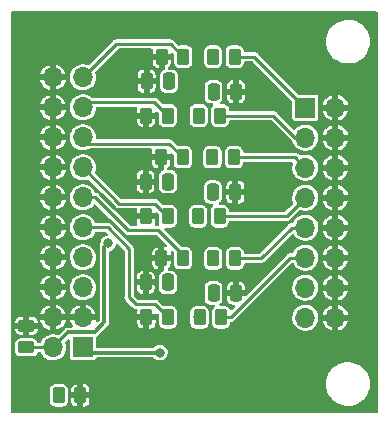
<source format=gbl>
G04 #@! TF.GenerationSoftware,KiCad,Pcbnew,(6.0.6)*
G04 #@! TF.CreationDate,2022-08-29T15:05:00+02:00*
G04 #@! TF.ProjectId,analog-buffer-six-channels,616e616c-6f67-42d6-9275-666665722d73,rev?*
G04 #@! TF.SameCoordinates,Original*
G04 #@! TF.FileFunction,Copper,L2,Bot*
G04 #@! TF.FilePolarity,Positive*
%FSLAX46Y46*%
G04 Gerber Fmt 4.6, Leading zero omitted, Abs format (unit mm)*
G04 Created by KiCad (PCBNEW (6.0.6)) date 2022-08-29 15:05:00*
%MOMM*%
%LPD*%
G01*
G04 APERTURE LIST*
G04 Aperture macros list*
%AMRoundRect*
0 Rectangle with rounded corners*
0 $1 Rounding radius*
0 $2 $3 $4 $5 $6 $7 $8 $9 X,Y pos of 4 corners*
0 Add a 4 corners polygon primitive as box body*
4,1,4,$2,$3,$4,$5,$6,$7,$8,$9,$2,$3,0*
0 Add four circle primitives for the rounded corners*
1,1,$1+$1,$2,$3*
1,1,$1+$1,$4,$5*
1,1,$1+$1,$6,$7*
1,1,$1+$1,$8,$9*
0 Add four rect primitives between the rounded corners*
20,1,$1+$1,$2,$3,$4,$5,0*
20,1,$1+$1,$4,$5,$6,$7,0*
20,1,$1+$1,$6,$7,$8,$9,0*
20,1,$1+$1,$8,$9,$2,$3,0*%
G04 Aperture macros list end*
G04 #@! TA.AperFunction,SMDPad,CuDef*
%ADD10RoundRect,0.250000X0.450000X-0.262500X0.450000X0.262500X-0.450000X0.262500X-0.450000X-0.262500X0*%
G04 #@! TD*
G04 #@! TA.AperFunction,ComponentPad*
%ADD11R,1.700000X1.700000*%
G04 #@! TD*
G04 #@! TA.AperFunction,ComponentPad*
%ADD12O,1.700000X1.700000*%
G04 #@! TD*
G04 #@! TA.AperFunction,SMDPad,CuDef*
%ADD13RoundRect,0.250000X-0.250000X-0.475000X0.250000X-0.475000X0.250000X0.475000X-0.250000X0.475000X0*%
G04 #@! TD*
G04 #@! TA.AperFunction,SMDPad,CuDef*
%ADD14RoundRect,0.250000X-0.262500X-0.450000X0.262500X-0.450000X0.262500X0.450000X-0.262500X0.450000X0*%
G04 #@! TD*
G04 #@! TA.AperFunction,SMDPad,CuDef*
%ADD15RoundRect,0.250000X0.250000X0.475000X-0.250000X0.475000X-0.250000X-0.475000X0.250000X-0.475000X0*%
G04 #@! TD*
G04 #@! TA.AperFunction,ViaPad*
%ADD16C,0.800000*%
G04 #@! TD*
G04 #@! TA.AperFunction,Conductor*
%ADD17C,0.254000*%
G04 #@! TD*
G04 #@! TA.AperFunction,Conductor*
%ADD18C,0.300000*%
G04 #@! TD*
G04 APERTURE END LIST*
D10*
X54279800Y-61671200D03*
X54279800Y-59846200D03*
D11*
X59066200Y-61678900D03*
D12*
X56526200Y-61678900D03*
X59066200Y-59138900D03*
X56526200Y-59138900D03*
X59066200Y-56598900D03*
X56526200Y-56598900D03*
X59066200Y-54058900D03*
X56526200Y-54058900D03*
X59066200Y-51518900D03*
X56526200Y-51518900D03*
X59066200Y-48978900D03*
X56526200Y-48978900D03*
X59066200Y-46438900D03*
X56526200Y-46438900D03*
X59066200Y-43898900D03*
X56526200Y-43898900D03*
X59066200Y-41358900D03*
X56526200Y-41358900D03*
X59066200Y-38818900D03*
X56526200Y-38818900D03*
D11*
X77890600Y-41378900D03*
D12*
X80430600Y-41378900D03*
X77890600Y-43918900D03*
X80430600Y-43918900D03*
X77890600Y-46458900D03*
X80430600Y-46458900D03*
X77890600Y-48998900D03*
X80430600Y-48998900D03*
X77890600Y-51538900D03*
X80430600Y-51538900D03*
X77890600Y-54078900D03*
X80430600Y-54078900D03*
X77890600Y-56618900D03*
X80430600Y-56618900D03*
X77890600Y-59158900D03*
X80430600Y-59158900D03*
D13*
X70117300Y-57073800D03*
X72017300Y-57073800D03*
D14*
X70104000Y-54152800D03*
X71929000Y-54152800D03*
X70076700Y-37072800D03*
X71901700Y-37072800D03*
X70027800Y-45578800D03*
X71852800Y-45578800D03*
X64416300Y-42051200D03*
X66241300Y-42051200D03*
D13*
X70066500Y-48525200D03*
X71966500Y-48525200D03*
D14*
X64414400Y-50582600D03*
X66239400Y-50582600D03*
D15*
X66353100Y-39141400D03*
X64453100Y-39141400D03*
D14*
X65709800Y-54127400D03*
X67534800Y-54127400D03*
X68857500Y-42051200D03*
X70682500Y-42051200D03*
D15*
X66276900Y-56184800D03*
X64376900Y-56184800D03*
D14*
X68935600Y-59131200D03*
X70760600Y-59131200D03*
X65686300Y-45578800D03*
X67511300Y-45578800D03*
X57024900Y-65735200D03*
X58849900Y-65735200D03*
D13*
X70117300Y-40030400D03*
X72017300Y-40030400D03*
D14*
X64439800Y-59131200D03*
X66264800Y-59131200D03*
X68808600Y-50582600D03*
X70633600Y-50582600D03*
D15*
X66266700Y-47636200D03*
X64366700Y-47636200D03*
D14*
X65733300Y-37072800D03*
X67558300Y-37072800D03*
D16*
X70117300Y-57073800D03*
X65582800Y-62128400D03*
X70066500Y-48525200D03*
X70117300Y-40030400D03*
X60934600Y-39776400D03*
X64363600Y-56032400D03*
X64389000Y-42062400D03*
X64389000Y-47625000D03*
X72009000Y-40030400D03*
X61112400Y-42519600D03*
X73456800Y-61417200D03*
X68046600Y-47879000D03*
X68275200Y-56540400D03*
X64363600Y-54305200D03*
X71907400Y-46990000D03*
X64820800Y-60960000D03*
X64389000Y-45643800D03*
X74041000Y-55118000D03*
X74168000Y-44145200D03*
X74117200Y-52019200D03*
X60934600Y-45288200D03*
X74320400Y-47701200D03*
X66353100Y-39141400D03*
X61188600Y-52882800D03*
X66276900Y-56184800D03*
X66266700Y-47636200D03*
X57048400Y-65709800D03*
X66254000Y-59120400D03*
X67534800Y-54127400D03*
X66217800Y-50546000D03*
X67511300Y-45578800D03*
X66241300Y-42051200D03*
X67541350Y-37055850D03*
X70129400Y-37033200D03*
X68832100Y-42037000D03*
X70053200Y-45618400D03*
X68806700Y-50568400D03*
X70102100Y-54167000D03*
X68832100Y-59117000D03*
D17*
X56518500Y-61671200D02*
X56526200Y-61678900D01*
X54279800Y-61671200D02*
X56518500Y-61671200D01*
D18*
X59515700Y-62128400D02*
X59066200Y-61678900D01*
X65582800Y-62128400D02*
X59515700Y-62128400D01*
D17*
X64454000Y-45578800D02*
X64389000Y-45643800D01*
X65686300Y-45578800D02*
X64454000Y-45578800D01*
D18*
X61188600Y-52882800D02*
X60883800Y-53187600D01*
X60045600Y-60401200D02*
X57803900Y-60401200D01*
X57803900Y-60401200D02*
X56526200Y-61678900D01*
X60883800Y-53187600D02*
X60883800Y-59563000D01*
X60883800Y-59563000D02*
X60045600Y-60401200D01*
D17*
X71901700Y-37072800D02*
X73584500Y-37072800D01*
X73584500Y-37072800D02*
X77890600Y-41378900D01*
X70682500Y-42051200D02*
X75172800Y-42051200D01*
X77040500Y-43918900D02*
X77890600Y-43918900D01*
X75172800Y-42051200D02*
X77040500Y-43918900D01*
X77010500Y-45578800D02*
X77890600Y-46458900D01*
X71852800Y-45578800D02*
X77010500Y-45578800D01*
X76306900Y-50582600D02*
X77890600Y-48998900D01*
X70633600Y-50582600D02*
X76306900Y-50582600D01*
X74117200Y-54152800D02*
X76731100Y-51538900D01*
X76731100Y-51538900D02*
X77890600Y-51538900D01*
X71929000Y-54152800D02*
X74117200Y-54152800D01*
X71577269Y-59131200D02*
X76629569Y-54078900D01*
X70760600Y-59131200D02*
X71577269Y-59131200D01*
X76629569Y-54078900D02*
X77890600Y-54078900D01*
X66254000Y-59120400D02*
X66264800Y-59131200D01*
X63525400Y-58013600D02*
X65147200Y-58013600D01*
X61157801Y-51518900D02*
X62966600Y-53327699D01*
X62966600Y-53327699D02*
X62966600Y-57454800D01*
X65147200Y-58013600D02*
X66254000Y-59120400D01*
X62966600Y-57454800D02*
X63525400Y-58013600D01*
X59066200Y-51518900D02*
X61157801Y-51518900D01*
X67534800Y-53844200D02*
X67534800Y-54127400D01*
X59066200Y-48978900D02*
X60104100Y-48978900D01*
X65455800Y-51765200D02*
X67534800Y-53844200D01*
X62890400Y-51765200D02*
X65455800Y-51765200D01*
X60104100Y-48978900D02*
X62890400Y-51765200D01*
X66217800Y-50546000D02*
X66239400Y-50582600D01*
X62128900Y-49501600D02*
X65158400Y-49501600D01*
X59066200Y-46438900D02*
X62128900Y-49501600D01*
X65158400Y-49501600D02*
X66217800Y-50546000D01*
X59066200Y-43898900D02*
X59617300Y-44450000D01*
X66382500Y-44450000D02*
X67511300Y-45578800D01*
X59617300Y-44450000D02*
X66382500Y-44450000D01*
X59505700Y-40919400D02*
X65109500Y-40919400D01*
X59066200Y-41358900D02*
X59505700Y-40919400D01*
X65109500Y-40919400D02*
X66241300Y-42051200D01*
X59066200Y-38818900D02*
X61893300Y-35991800D01*
X66477300Y-35991800D02*
X67541350Y-37055850D01*
X61893300Y-35991800D02*
X66477300Y-35991800D01*
X67541350Y-37055850D02*
X67558300Y-37072800D01*
G04 #@! TA.AperFunction,Conductor*
G36*
X83972821Y-33261102D02*
G01*
X84019314Y-33314758D01*
X84030700Y-33367100D01*
X84030700Y-67140700D01*
X84010698Y-67208821D01*
X83957042Y-67255314D01*
X83904700Y-67266700D01*
X53077500Y-67266700D01*
X53009379Y-67246698D01*
X52962886Y-67193042D01*
X52951500Y-67140700D01*
X52951500Y-66232956D01*
X56257900Y-66232956D01*
X56264602Y-66294648D01*
X56315329Y-66429964D01*
X56320709Y-66437143D01*
X56320711Y-66437146D01*
X56333641Y-66454398D01*
X56401996Y-66545604D01*
X56409176Y-66550985D01*
X56510454Y-66626889D01*
X56510457Y-66626891D01*
X56517636Y-66632271D01*
X56607354Y-66665904D01*
X56645557Y-66680226D01*
X56645559Y-66680226D01*
X56652952Y-66682998D01*
X56660802Y-66683851D01*
X56660803Y-66683851D01*
X56710032Y-66689199D01*
X56714644Y-66689700D01*
X57335156Y-66689700D01*
X57339768Y-66689199D01*
X57388997Y-66683851D01*
X57388998Y-66683851D01*
X57396848Y-66682998D01*
X57404241Y-66680226D01*
X57404243Y-66680226D01*
X57442446Y-66665904D01*
X57532164Y-66632271D01*
X57539343Y-66626891D01*
X57539346Y-66626889D01*
X57640624Y-66550985D01*
X57647804Y-66545604D01*
X57716159Y-66454398D01*
X57729089Y-66437146D01*
X57729091Y-66437143D01*
X57734471Y-66429964D01*
X57785198Y-66294648D01*
X57791900Y-66232956D01*
X57791900Y-66229492D01*
X58083401Y-66229492D01*
X58083770Y-66236310D01*
X58089241Y-66286682D01*
X58092870Y-66301941D01*
X58137622Y-66421318D01*
X58146154Y-66436904D01*
X58221972Y-66538067D01*
X58234533Y-66550628D01*
X58335696Y-66626446D01*
X58351282Y-66634978D01*
X58470665Y-66679733D01*
X58485910Y-66683358D01*
X58536292Y-66688831D01*
X58543106Y-66689200D01*
X58577785Y-66689200D01*
X58593024Y-66684725D01*
X58594229Y-66683335D01*
X58595900Y-66675652D01*
X58595900Y-66671084D01*
X59103900Y-66671084D01*
X59108375Y-66686323D01*
X59109765Y-66687528D01*
X59117448Y-66689199D01*
X59156692Y-66689199D01*
X59163510Y-66688830D01*
X59213882Y-66683359D01*
X59229141Y-66679730D01*
X59348518Y-66634978D01*
X59364104Y-66626446D01*
X59465267Y-66550628D01*
X59477828Y-66538067D01*
X59553646Y-66436904D01*
X59562178Y-66421318D01*
X59606933Y-66301935D01*
X59610558Y-66286690D01*
X59616031Y-66236308D01*
X59616400Y-66229494D01*
X59616400Y-66007315D01*
X59611925Y-65992076D01*
X59610535Y-65990871D01*
X59602852Y-65989200D01*
X59122015Y-65989200D01*
X59106776Y-65993675D01*
X59105571Y-65995065D01*
X59103900Y-66002748D01*
X59103900Y-66671084D01*
X58595900Y-66671084D01*
X58595900Y-66007315D01*
X58591425Y-65992076D01*
X58590035Y-65990871D01*
X58582352Y-65989200D01*
X58101516Y-65989200D01*
X58086277Y-65993675D01*
X58085072Y-65995065D01*
X58083401Y-66002748D01*
X58083401Y-66229492D01*
X57791900Y-66229492D01*
X57791900Y-65463085D01*
X58083400Y-65463085D01*
X58087875Y-65478324D01*
X58089265Y-65479529D01*
X58096948Y-65481200D01*
X58577785Y-65481200D01*
X58593024Y-65476725D01*
X58594229Y-65475335D01*
X58595900Y-65467652D01*
X58595900Y-65463085D01*
X59103900Y-65463085D01*
X59108375Y-65478324D01*
X59109765Y-65479529D01*
X59117448Y-65481200D01*
X59598284Y-65481200D01*
X59613523Y-65476725D01*
X59614728Y-65475335D01*
X59616399Y-65467652D01*
X59616399Y-65240908D01*
X59616030Y-65234090D01*
X59610559Y-65183718D01*
X59606930Y-65168459D01*
X59562178Y-65049082D01*
X59553646Y-65033496D01*
X59477828Y-64932333D01*
X59465267Y-64919772D01*
X59364104Y-64843954D01*
X59348518Y-64835422D01*
X59286536Y-64812186D01*
X79649618Y-64812186D01*
X79675179Y-65080100D01*
X79676264Y-65084534D01*
X79676265Y-65084540D01*
X79714528Y-65240908D01*
X79739147Y-65341518D01*
X79840183Y-65590963D01*
X79976169Y-65823210D01*
X80144258Y-66033395D01*
X80340927Y-66217113D01*
X80562057Y-66370516D01*
X80803016Y-66490391D01*
X80807350Y-66491812D01*
X80807353Y-66491813D01*
X81054423Y-66572807D01*
X81054429Y-66572808D01*
X81058756Y-66574227D01*
X81063247Y-66575007D01*
X81063248Y-66575007D01*
X81320138Y-66619611D01*
X81320146Y-66619612D01*
X81323919Y-66620267D01*
X81327756Y-66620458D01*
X81407377Y-66624422D01*
X81407385Y-66624422D01*
X81408948Y-66624500D01*
X81576974Y-66624500D01*
X81579242Y-66624335D01*
X81579254Y-66624335D01*
X81710057Y-66614844D01*
X81777025Y-66609985D01*
X81781480Y-66609001D01*
X81781483Y-66609001D01*
X82035370Y-66552947D01*
X82035372Y-66552946D01*
X82039826Y-66551963D01*
X82291500Y-66456613D01*
X82354608Y-66421560D01*
X82522779Y-66328149D01*
X82522780Y-66328148D01*
X82526772Y-66325931D01*
X82644206Y-66236308D01*
X82737091Y-66165421D01*
X82737095Y-66165417D01*
X82740716Y-66162654D01*
X82928849Y-65970203D01*
X83035842Y-65823210D01*
X83084542Y-65756304D01*
X83084547Y-65756297D01*
X83087230Y-65752610D01*
X83212541Y-65514433D01*
X83302157Y-65260662D01*
X83327288Y-65133156D01*
X83353320Y-65001083D01*
X83353321Y-65001077D01*
X83354201Y-64996611D01*
X83358044Y-64919415D01*
X83367355Y-64732383D01*
X83367355Y-64732377D01*
X83367582Y-64727814D01*
X83342021Y-64459900D01*
X83278053Y-64198482D01*
X83177017Y-63949037D01*
X83041031Y-63716790D01*
X82872942Y-63506605D01*
X82676273Y-63322887D01*
X82455143Y-63169484D01*
X82214184Y-63049609D01*
X82209850Y-63048188D01*
X82209847Y-63048187D01*
X81962777Y-62967193D01*
X81962771Y-62967192D01*
X81958444Y-62965773D01*
X81953952Y-62964993D01*
X81697062Y-62920389D01*
X81697054Y-62920388D01*
X81693281Y-62919733D01*
X81683318Y-62919237D01*
X81609823Y-62915578D01*
X81609815Y-62915578D01*
X81608252Y-62915500D01*
X81440226Y-62915500D01*
X81437958Y-62915665D01*
X81437946Y-62915665D01*
X81307143Y-62925156D01*
X81240175Y-62930015D01*
X81235720Y-62930999D01*
X81235717Y-62930999D01*
X80981830Y-62987053D01*
X80981828Y-62987054D01*
X80977374Y-62988037D01*
X80725700Y-63083387D01*
X80490428Y-63214069D01*
X80486796Y-63216841D01*
X80280109Y-63374579D01*
X80280105Y-63374583D01*
X80276484Y-63377346D01*
X80088351Y-63569797D01*
X80085666Y-63573486D01*
X79932658Y-63783696D01*
X79932653Y-63783703D01*
X79929970Y-63787390D01*
X79804659Y-64025567D01*
X79715043Y-64279338D01*
X79714160Y-64283820D01*
X79679455Y-64459900D01*
X79662999Y-64543389D01*
X79662772Y-64547942D01*
X79662772Y-64547945D01*
X79650259Y-64799316D01*
X79649618Y-64812186D01*
X59286536Y-64812186D01*
X59229135Y-64790667D01*
X59213890Y-64787042D01*
X59163508Y-64781569D01*
X59156694Y-64781200D01*
X59122015Y-64781200D01*
X59106776Y-64785675D01*
X59105571Y-64787065D01*
X59103900Y-64794748D01*
X59103900Y-65463085D01*
X58595900Y-65463085D01*
X58595900Y-64799316D01*
X58591425Y-64784077D01*
X58590035Y-64782872D01*
X58582352Y-64781201D01*
X58543108Y-64781201D01*
X58536290Y-64781570D01*
X58485918Y-64787041D01*
X58470659Y-64790670D01*
X58351282Y-64835422D01*
X58335696Y-64843954D01*
X58234533Y-64919772D01*
X58221972Y-64932333D01*
X58146154Y-65033496D01*
X58137622Y-65049082D01*
X58092867Y-65168465D01*
X58089242Y-65183710D01*
X58083769Y-65234092D01*
X58083400Y-65240906D01*
X58083400Y-65463085D01*
X57791900Y-65463085D01*
X57791900Y-65237444D01*
X57785198Y-65175752D01*
X57734471Y-65040436D01*
X57729091Y-65033257D01*
X57729089Y-65033254D01*
X57653185Y-64931976D01*
X57647804Y-64924796D01*
X57627377Y-64909487D01*
X57539346Y-64843511D01*
X57539343Y-64843509D01*
X57532164Y-64838129D01*
X57405566Y-64790670D01*
X57404243Y-64790174D01*
X57404241Y-64790174D01*
X57396848Y-64787402D01*
X57388998Y-64786549D01*
X57388997Y-64786549D01*
X57338553Y-64781069D01*
X57338552Y-64781069D01*
X57335156Y-64780700D01*
X56714644Y-64780700D01*
X56711248Y-64781069D01*
X56711247Y-64781069D01*
X56660803Y-64786549D01*
X56660802Y-64786549D01*
X56652952Y-64787402D01*
X56645559Y-64790174D01*
X56645557Y-64790174D01*
X56644234Y-64790670D01*
X56517636Y-64838129D01*
X56510457Y-64843509D01*
X56510454Y-64843511D01*
X56422423Y-64909487D01*
X56401996Y-64924796D01*
X56396615Y-64931976D01*
X56320711Y-65033254D01*
X56320709Y-65033257D01*
X56315329Y-65040436D01*
X56264602Y-65175752D01*
X56257900Y-65237444D01*
X56257900Y-66232956D01*
X52951500Y-66232956D01*
X52951500Y-61981456D01*
X53325300Y-61981456D01*
X53332002Y-62043148D01*
X53334774Y-62050541D01*
X53334774Y-62050543D01*
X53343081Y-62072702D01*
X53382729Y-62178464D01*
X53388109Y-62185643D01*
X53388111Y-62185646D01*
X53420057Y-62228271D01*
X53469396Y-62294104D01*
X53485396Y-62306095D01*
X53577854Y-62375389D01*
X53577857Y-62375391D01*
X53585036Y-62380771D01*
X53645197Y-62403324D01*
X53712957Y-62428726D01*
X53712959Y-62428726D01*
X53720352Y-62431498D01*
X53728202Y-62432351D01*
X53728203Y-62432351D01*
X53778647Y-62437831D01*
X53782044Y-62438200D01*
X54777556Y-62438200D01*
X54780953Y-62437831D01*
X54831397Y-62432351D01*
X54831398Y-62432351D01*
X54839248Y-62431498D01*
X54846641Y-62428726D01*
X54846643Y-62428726D01*
X54914403Y-62403324D01*
X54974564Y-62380771D01*
X54981743Y-62375391D01*
X54981746Y-62375389D01*
X55074204Y-62306095D01*
X55090204Y-62294104D01*
X55139543Y-62228271D01*
X55171489Y-62185646D01*
X55171491Y-62185643D01*
X55176871Y-62178464D01*
X55193363Y-62134471D01*
X55236004Y-62077706D01*
X55302565Y-62053006D01*
X55311345Y-62052700D01*
X55401562Y-62052700D01*
X55469683Y-62072702D01*
X55515988Y-62125949D01*
X55519024Y-62132534D01*
X55565577Y-62233516D01*
X55682733Y-62399289D01*
X55828138Y-62540935D01*
X55996920Y-62653712D01*
X56002223Y-62655990D01*
X56002226Y-62655992D01*
X56133483Y-62712384D01*
X56183428Y-62733842D01*
X56225377Y-62743334D01*
X56375779Y-62777367D01*
X56375784Y-62777368D01*
X56381416Y-62778642D01*
X56387187Y-62778869D01*
X56387189Y-62778869D01*
X56446956Y-62781217D01*
X56584253Y-62786612D01*
X56691548Y-62771055D01*
X56779431Y-62758313D01*
X56779436Y-62758312D01*
X56785145Y-62757484D01*
X56790609Y-62755629D01*
X56790614Y-62755628D01*
X56971893Y-62694092D01*
X56971898Y-62694090D01*
X56977365Y-62692234D01*
X57003584Y-62677551D01*
X57051883Y-62650502D01*
X57154476Y-62593047D01*
X57170640Y-62579604D01*
X57306113Y-62466931D01*
X57310545Y-62463245D01*
X57367663Y-62394569D01*
X57436653Y-62311618D01*
X57436655Y-62311615D01*
X57440347Y-62307176D01*
X57539534Y-62130065D01*
X57541390Y-62124598D01*
X57541392Y-62124593D01*
X57602928Y-61943314D01*
X57602929Y-61943309D01*
X57604784Y-61937845D01*
X57605612Y-61932136D01*
X57605613Y-61932131D01*
X57633379Y-61740627D01*
X57633912Y-61736953D01*
X57635432Y-61678900D01*
X57620273Y-61513924D01*
X57617387Y-61482513D01*
X57617386Y-61482510D01*
X57616858Y-61476759D01*
X57567285Y-61300988D01*
X57568045Y-61229996D01*
X57599458Y-61177692D01*
X57666499Y-61110651D01*
X57746605Y-61030544D01*
X57808916Y-60996520D01*
X57879732Y-61001584D01*
X57936568Y-61044131D01*
X57961379Y-61110651D01*
X57961700Y-61119640D01*
X57961701Y-61932131D01*
X57961701Y-62553966D01*
X57976466Y-62628201D01*
X57983361Y-62638521D01*
X57983362Y-62638522D01*
X58023716Y-62698915D01*
X58032716Y-62712384D01*
X58116899Y-62768634D01*
X58191133Y-62783400D01*
X59066058Y-62783400D01*
X59941266Y-62783399D01*
X59977018Y-62776288D01*
X60003326Y-62771056D01*
X60003328Y-62771055D01*
X60015501Y-62768634D01*
X60025821Y-62761739D01*
X60025822Y-62761738D01*
X60089368Y-62719277D01*
X60099684Y-62712384D01*
X60108684Y-62698915D01*
X60149038Y-62638522D01*
X60149039Y-62638521D01*
X60155934Y-62628201D01*
X60158356Y-62616026D01*
X60160570Y-62610681D01*
X60205119Y-62555401D01*
X60276979Y-62532900D01*
X65006054Y-62532900D01*
X65074175Y-62552902D01*
X65090850Y-62565704D01*
X65200876Y-62665819D01*
X65340093Y-62741408D01*
X65493322Y-62781607D01*
X65577277Y-62782926D01*
X65644119Y-62783976D01*
X65644122Y-62783976D01*
X65651716Y-62784095D01*
X65806132Y-62748729D01*
X65914767Y-62694092D01*
X65940872Y-62680963D01*
X65940875Y-62680961D01*
X65947655Y-62677551D01*
X65953426Y-62672622D01*
X65953429Y-62672620D01*
X66062336Y-62579604D01*
X66062336Y-62579603D01*
X66068114Y-62574669D01*
X66160555Y-62446024D01*
X66219642Y-62299041D01*
X66241962Y-62142207D01*
X66242107Y-62128400D01*
X66223076Y-61971133D01*
X66167080Y-61822946D01*
X66099008Y-61723900D01*
X66081655Y-61698651D01*
X66081654Y-61698649D01*
X66077353Y-61692392D01*
X65959075Y-61587011D01*
X65951689Y-61583100D01*
X65825788Y-61516439D01*
X65825789Y-61516439D01*
X65819074Y-61512884D01*
X65665433Y-61474292D01*
X65657834Y-61474252D01*
X65657833Y-61474252D01*
X65591981Y-61473907D01*
X65507021Y-61473462D01*
X65499641Y-61475234D01*
X65499639Y-61475234D01*
X65360363Y-61508671D01*
X65360360Y-61508672D01*
X65352984Y-61510443D01*
X65212214Y-61583100D01*
X65092839Y-61687238D01*
X65091998Y-61686274D01*
X65038149Y-61719450D01*
X65004957Y-61723900D01*
X60296700Y-61723900D01*
X60228579Y-61703898D01*
X60182086Y-61650242D01*
X60170700Y-61597900D01*
X60170699Y-60872571D01*
X60190701Y-60804450D01*
X60232146Y-60766957D01*
X60231528Y-60766106D01*
X60239442Y-60760356D01*
X60239550Y-60760278D01*
X60239553Y-60760276D01*
X60249589Y-60752984D01*
X60266446Y-60742654D01*
X60286323Y-60732526D01*
X60309111Y-60709738D01*
X60309115Y-60709735D01*
X61192335Y-59826515D01*
X61192338Y-59826511D01*
X61215126Y-59803723D01*
X61225255Y-59783844D01*
X61235584Y-59766989D01*
X61242875Y-59756953D01*
X61248705Y-59748929D01*
X61255601Y-59727704D01*
X61263167Y-59709438D01*
X61263762Y-59708271D01*
X61273298Y-59689555D01*
X61276789Y-59667513D01*
X61281405Y-59648287D01*
X61285235Y-59636500D01*
X61285235Y-59636498D01*
X61288300Y-59627066D01*
X61288300Y-59625492D01*
X63673301Y-59625492D01*
X63673670Y-59632310D01*
X63679141Y-59682682D01*
X63682770Y-59697941D01*
X63727522Y-59817318D01*
X63736054Y-59832904D01*
X63811872Y-59934067D01*
X63824433Y-59946628D01*
X63925596Y-60022446D01*
X63941182Y-60030978D01*
X64060565Y-60075733D01*
X64075810Y-60079358D01*
X64126192Y-60084831D01*
X64133006Y-60085200D01*
X64167685Y-60085200D01*
X64182924Y-60080725D01*
X64184129Y-60079335D01*
X64185800Y-60071652D01*
X64185800Y-60067084D01*
X64693800Y-60067084D01*
X64698275Y-60082323D01*
X64699665Y-60083528D01*
X64707348Y-60085199D01*
X64746592Y-60085199D01*
X64753410Y-60084830D01*
X64803782Y-60079359D01*
X64819041Y-60075730D01*
X64938418Y-60030978D01*
X64954004Y-60022446D01*
X65055167Y-59946628D01*
X65067728Y-59934067D01*
X65143546Y-59832904D01*
X65152078Y-59817318D01*
X65196833Y-59697935D01*
X65200458Y-59682690D01*
X65205931Y-59632308D01*
X65206300Y-59625494D01*
X65206300Y-59403315D01*
X65201825Y-59388076D01*
X65200435Y-59386871D01*
X65192752Y-59385200D01*
X64711915Y-59385200D01*
X64696676Y-59389675D01*
X64695471Y-59391065D01*
X64693800Y-59398748D01*
X64693800Y-60067084D01*
X64185800Y-60067084D01*
X64185800Y-59403315D01*
X64181325Y-59388076D01*
X64179935Y-59386871D01*
X64172252Y-59385200D01*
X63691416Y-59385200D01*
X63676177Y-59389675D01*
X63674972Y-59391065D01*
X63673301Y-59398748D01*
X63673301Y-59625492D01*
X61288300Y-59625492D01*
X61288300Y-53631849D01*
X61308302Y-53563728D01*
X61361958Y-53517235D01*
X61386172Y-53509029D01*
X61404526Y-53504826D01*
X61404532Y-53504824D01*
X61411932Y-53503129D01*
X61497918Y-53459883D01*
X61546672Y-53435363D01*
X61546675Y-53435361D01*
X61553455Y-53431951D01*
X61559226Y-53427022D01*
X61559229Y-53427020D01*
X61668136Y-53334004D01*
X61668136Y-53334003D01*
X61673914Y-53329069D01*
X61766355Y-53200424D01*
X61825442Y-53053441D01*
X61830699Y-53016502D01*
X61860099Y-52951878D01*
X61919770Y-52913409D01*
X61990767Y-52913307D01*
X62044537Y-52945159D01*
X62548196Y-53448818D01*
X62582221Y-53511130D01*
X62585100Y-53537913D01*
X62585100Y-57400665D01*
X62582514Y-57424964D01*
X62582446Y-57426402D01*
X62580255Y-57436580D01*
X62581479Y-57446920D01*
X62584227Y-57470142D01*
X62584579Y-57476120D01*
X62584672Y-57476112D01*
X62585100Y-57481290D01*
X62585100Y-57486492D01*
X62585954Y-57491622D01*
X62588286Y-57505632D01*
X62589122Y-57511504D01*
X62595182Y-57562707D01*
X62599167Y-57571006D01*
X62600678Y-57580083D01*
X62625158Y-57625451D01*
X62627839Y-57630714D01*
X62646727Y-57670050D01*
X62646730Y-57670054D01*
X62650160Y-57677198D01*
X62653770Y-57681492D01*
X62655702Y-57683424D01*
X62657489Y-57685373D01*
X62657518Y-57685426D01*
X62657388Y-57685545D01*
X62657889Y-57686113D01*
X62660988Y-57691857D01*
X62668633Y-57698924D01*
X62700809Y-57728667D01*
X62704375Y-57732097D01*
X63217354Y-58245076D01*
X63232718Y-58264099D01*
X63233682Y-58265158D01*
X63239329Y-58273904D01*
X63247508Y-58280352D01*
X63247510Y-58280354D01*
X63265877Y-58294834D01*
X63270350Y-58298809D01*
X63270411Y-58298737D01*
X63274368Y-58302090D01*
X63278049Y-58305771D01*
X63282281Y-58308795D01*
X63293839Y-58317055D01*
X63298585Y-58320618D01*
X63339070Y-58352534D01*
X63347755Y-58355584D01*
X63355243Y-58360935D01*
X63404650Y-58375710D01*
X63410237Y-58377526D01*
X63458902Y-58394616D01*
X63464491Y-58395100D01*
X63467202Y-58395100D01*
X63469871Y-58395215D01*
X63469932Y-58395234D01*
X63469925Y-58395408D01*
X63470672Y-58395455D01*
X63476925Y-58397325D01*
X63531089Y-58395197D01*
X63536035Y-58395100D01*
X63564461Y-58395100D01*
X63632582Y-58415102D01*
X63679075Y-58468758D01*
X63689179Y-58539032D01*
X63684092Y-58558895D01*
X63679142Y-58579710D01*
X63673669Y-58630092D01*
X63673300Y-58636906D01*
X63673300Y-58859085D01*
X63677775Y-58874324D01*
X63679165Y-58875529D01*
X63686848Y-58877200D01*
X65188184Y-58877200D01*
X65203423Y-58872725D01*
X65214654Y-58859763D01*
X65236195Y-58820312D01*
X65298507Y-58786285D01*
X65369322Y-58791348D01*
X65414388Y-58820310D01*
X65460895Y-58866817D01*
X65494921Y-58929129D01*
X65497800Y-58955912D01*
X65497800Y-59628956D01*
X65504502Y-59690648D01*
X65507274Y-59698041D01*
X65507274Y-59698043D01*
X65514843Y-59718232D01*
X65555229Y-59825964D01*
X65560609Y-59833143D01*
X65560611Y-59833146D01*
X65624545Y-59918453D01*
X65641896Y-59941604D01*
X65649076Y-59946985D01*
X65750354Y-60022889D01*
X65750357Y-60022891D01*
X65757536Y-60028271D01*
X65841494Y-60059745D01*
X65885457Y-60076226D01*
X65885459Y-60076226D01*
X65892852Y-60078998D01*
X65900702Y-60079851D01*
X65900703Y-60079851D01*
X65949932Y-60085199D01*
X65954544Y-60085700D01*
X66575056Y-60085700D01*
X66579668Y-60085199D01*
X66628897Y-60079851D01*
X66628898Y-60079851D01*
X66636748Y-60078998D01*
X66644141Y-60076226D01*
X66644143Y-60076226D01*
X66688106Y-60059745D01*
X66772064Y-60028271D01*
X66779243Y-60022891D01*
X66779246Y-60022889D01*
X66880524Y-59946985D01*
X66887704Y-59941604D01*
X66905055Y-59918453D01*
X66968989Y-59833146D01*
X66968991Y-59833143D01*
X66974371Y-59825964D01*
X67014757Y-59718232D01*
X67022326Y-59698043D01*
X67022326Y-59698041D01*
X67025098Y-59690648D01*
X67031800Y-59628956D01*
X68168600Y-59628956D01*
X68175302Y-59690648D01*
X68178074Y-59698041D01*
X68178074Y-59698043D01*
X68185643Y-59718232D01*
X68226029Y-59825964D01*
X68231409Y-59833143D01*
X68231411Y-59833146D01*
X68295345Y-59918453D01*
X68312696Y-59941604D01*
X68319876Y-59946985D01*
X68421154Y-60022889D01*
X68421157Y-60022891D01*
X68428336Y-60028271D01*
X68512294Y-60059745D01*
X68556257Y-60076226D01*
X68556259Y-60076226D01*
X68563652Y-60078998D01*
X68571502Y-60079851D01*
X68571503Y-60079851D01*
X68620732Y-60085199D01*
X68625344Y-60085700D01*
X69245856Y-60085700D01*
X69250468Y-60085199D01*
X69299697Y-60079851D01*
X69299698Y-60079851D01*
X69307548Y-60078998D01*
X69314941Y-60076226D01*
X69314943Y-60076226D01*
X69358906Y-60059745D01*
X69442864Y-60028271D01*
X69450043Y-60022891D01*
X69450046Y-60022889D01*
X69551324Y-59946985D01*
X69558504Y-59941604D01*
X69575855Y-59918453D01*
X69639789Y-59833146D01*
X69639791Y-59833143D01*
X69645171Y-59825964D01*
X69685557Y-59718232D01*
X69693126Y-59698043D01*
X69693126Y-59698041D01*
X69695898Y-59690648D01*
X69702600Y-59628956D01*
X69702600Y-58633444D01*
X69695898Y-58571752D01*
X69689532Y-58554769D01*
X69664825Y-58488863D01*
X69645171Y-58436436D01*
X69639791Y-58429257D01*
X69639789Y-58429254D01*
X69563885Y-58327976D01*
X69558504Y-58320796D01*
X69502585Y-58278887D01*
X69450046Y-58239511D01*
X69450043Y-58239509D01*
X69442864Y-58234129D01*
X69333970Y-58193307D01*
X69314943Y-58186174D01*
X69314941Y-58186174D01*
X69307548Y-58183402D01*
X69299698Y-58182549D01*
X69299697Y-58182549D01*
X69249253Y-58177069D01*
X69249252Y-58177069D01*
X69245856Y-58176700D01*
X68625344Y-58176700D01*
X68621948Y-58177069D01*
X68621947Y-58177069D01*
X68571503Y-58182549D01*
X68571502Y-58182549D01*
X68563652Y-58183402D01*
X68556259Y-58186174D01*
X68556257Y-58186174D01*
X68537230Y-58193307D01*
X68428336Y-58234129D01*
X68421157Y-58239509D01*
X68421154Y-58239511D01*
X68368615Y-58278887D01*
X68312696Y-58320796D01*
X68307315Y-58327976D01*
X68231411Y-58429254D01*
X68231409Y-58429257D01*
X68226029Y-58436436D01*
X68206375Y-58488863D01*
X68181669Y-58554769D01*
X68175302Y-58571752D01*
X68168600Y-58633444D01*
X68168600Y-59628956D01*
X67031800Y-59628956D01*
X67031800Y-58633444D01*
X67025098Y-58571752D01*
X67018732Y-58554769D01*
X66994025Y-58488863D01*
X66974371Y-58436436D01*
X66968991Y-58429257D01*
X66968989Y-58429254D01*
X66893085Y-58327976D01*
X66887704Y-58320796D01*
X66831785Y-58278887D01*
X66779246Y-58239511D01*
X66779243Y-58239509D01*
X66772064Y-58234129D01*
X66663170Y-58193307D01*
X66644143Y-58186174D01*
X66644141Y-58186174D01*
X66636748Y-58183402D01*
X66628898Y-58182549D01*
X66628897Y-58182549D01*
X66578453Y-58177069D01*
X66578452Y-58177069D01*
X66575056Y-58176700D01*
X65954544Y-58176700D01*
X65920100Y-58180442D01*
X65850218Y-58167914D01*
X65817397Y-58144274D01*
X65455244Y-57782121D01*
X65439885Y-57763105D01*
X65438919Y-57762044D01*
X65433271Y-57753296D01*
X65406728Y-57732371D01*
X65402253Y-57728394D01*
X65402192Y-57728465D01*
X65398235Y-57725112D01*
X65394552Y-57721429D01*
X65378761Y-57710145D01*
X65374015Y-57706582D01*
X65373002Y-57705783D01*
X65352244Y-57689419D01*
X65341707Y-57681112D01*
X65341706Y-57681111D01*
X65333530Y-57674666D01*
X65324843Y-57671615D01*
X65317357Y-57666266D01*
X65307381Y-57663283D01*
X65307380Y-57663282D01*
X65267989Y-57651502D01*
X65262357Y-57649672D01*
X65213698Y-57632584D01*
X65208109Y-57632100D01*
X65205398Y-57632100D01*
X65202731Y-57631985D01*
X65202668Y-57631966D01*
X65202675Y-57631792D01*
X65201929Y-57631745D01*
X65195676Y-57629875D01*
X65146892Y-57631792D01*
X65141522Y-57632003D01*
X65136575Y-57632100D01*
X63735613Y-57632100D01*
X63667492Y-57612098D01*
X63648207Y-57596556D01*
X69362800Y-57596556D01*
X69363169Y-57599952D01*
X69363169Y-57599953D01*
X69366649Y-57631982D01*
X69369502Y-57658248D01*
X69372274Y-57665641D01*
X69372274Y-57665643D01*
X69379539Y-57685022D01*
X69420229Y-57793564D01*
X69425609Y-57800743D01*
X69425611Y-57800746D01*
X69491587Y-57888777D01*
X69506896Y-57909204D01*
X69514076Y-57914585D01*
X69615354Y-57990489D01*
X69615357Y-57990491D01*
X69622536Y-57995871D01*
X69712254Y-58029504D01*
X69750457Y-58043826D01*
X69750459Y-58043826D01*
X69757852Y-58046598D01*
X69765702Y-58047451D01*
X69765703Y-58047451D01*
X69814941Y-58052800D01*
X69819544Y-58053300D01*
X70116397Y-58053300D01*
X70184518Y-58073302D01*
X70231011Y-58126958D01*
X70241115Y-58197232D01*
X70211621Y-58261812D01*
X70191962Y-58280126D01*
X70137696Y-58320796D01*
X70132315Y-58327976D01*
X70056411Y-58429254D01*
X70056409Y-58429257D01*
X70051029Y-58436436D01*
X70031375Y-58488863D01*
X70006669Y-58554769D01*
X70000302Y-58571752D01*
X69993600Y-58633444D01*
X69993600Y-59628956D01*
X70000302Y-59690648D01*
X70003074Y-59698041D01*
X70003074Y-59698043D01*
X70010643Y-59718232D01*
X70051029Y-59825964D01*
X70056409Y-59833143D01*
X70056411Y-59833146D01*
X70120345Y-59918453D01*
X70137696Y-59941604D01*
X70144876Y-59946985D01*
X70246154Y-60022889D01*
X70246157Y-60022891D01*
X70253336Y-60028271D01*
X70337294Y-60059745D01*
X70381257Y-60076226D01*
X70381259Y-60076226D01*
X70388652Y-60078998D01*
X70396502Y-60079851D01*
X70396503Y-60079851D01*
X70445732Y-60085199D01*
X70450344Y-60085700D01*
X71070856Y-60085700D01*
X71075468Y-60085199D01*
X71124697Y-60079851D01*
X71124698Y-60079851D01*
X71132548Y-60078998D01*
X71139941Y-60076226D01*
X71139943Y-60076226D01*
X71183906Y-60059745D01*
X71267864Y-60028271D01*
X71275043Y-60022891D01*
X71275046Y-60022889D01*
X71376324Y-59946985D01*
X71383504Y-59941604D01*
X71400855Y-59918453D01*
X71464789Y-59833146D01*
X71464791Y-59833143D01*
X71470171Y-59825964D01*
X71510557Y-59718232D01*
X71518126Y-59698043D01*
X71518126Y-59698041D01*
X71520898Y-59690648D01*
X71525500Y-59648287D01*
X71527233Y-59632336D01*
X71527233Y-59632332D01*
X71527600Y-59628956D01*
X71527600Y-59626309D01*
X71551210Y-59559506D01*
X71607302Y-59515984D01*
X71638557Y-59508135D01*
X71656311Y-59506034D01*
X71674836Y-59503842D01*
X71674837Y-59503842D01*
X71685176Y-59502618D01*
X71693475Y-59498633D01*
X71702552Y-59497122D01*
X71747920Y-59472642D01*
X71753183Y-59469961D01*
X71792519Y-59451073D01*
X71792523Y-59451070D01*
X71799667Y-59447640D01*
X71803961Y-59444030D01*
X71805893Y-59442098D01*
X71807842Y-59440311D01*
X71807895Y-59440282D01*
X71808014Y-59440412D01*
X71808582Y-59439911D01*
X71814326Y-59436812D01*
X71851137Y-59396990D01*
X71854566Y-59393425D01*
X72118127Y-59129864D01*
X76781748Y-59129864D01*
X76795024Y-59332422D01*
X76796445Y-59338018D01*
X76796446Y-59338023D01*
X76841203Y-59514249D01*
X76844992Y-59529169D01*
X76847409Y-59534412D01*
X76884512Y-59614894D01*
X76929977Y-59713516D01*
X76933310Y-59718232D01*
X77014523Y-59833146D01*
X77047133Y-59879289D01*
X77051275Y-59883324D01*
X77153377Y-59982786D01*
X77192538Y-60020935D01*
X77361320Y-60133712D01*
X77366623Y-60135990D01*
X77366626Y-60135992D01*
X77535464Y-60208530D01*
X77547828Y-60213842D01*
X77612740Y-60228530D01*
X77740179Y-60257367D01*
X77740184Y-60257368D01*
X77745816Y-60258642D01*
X77751587Y-60258869D01*
X77751589Y-60258869D01*
X77811356Y-60261217D01*
X77948653Y-60266612D01*
X78049099Y-60252048D01*
X78143831Y-60238313D01*
X78143836Y-60238312D01*
X78149545Y-60237484D01*
X78155009Y-60235629D01*
X78155014Y-60235628D01*
X78336293Y-60174092D01*
X78336298Y-60174090D01*
X78341765Y-60172234D01*
X78347619Y-60168956D01*
X78470391Y-60100200D01*
X78518876Y-60073047D01*
X78563066Y-60036295D01*
X78670513Y-59946931D01*
X78674945Y-59943245D01*
X78772029Y-59826515D01*
X78801053Y-59791618D01*
X78801055Y-59791615D01*
X78804747Y-59787176D01*
X78895268Y-59625539D01*
X78901110Y-59615108D01*
X78901111Y-59615106D01*
X78903934Y-59610065D01*
X78905790Y-59604598D01*
X78905792Y-59604593D01*
X78966463Y-59425862D01*
X79359271Y-59425862D01*
X79384043Y-59523402D01*
X79387884Y-59534248D01*
X79467994Y-59708020D01*
X79473745Y-59717981D01*
X79584179Y-59874243D01*
X79591657Y-59882998D01*
X79728714Y-60016512D01*
X79737658Y-60023755D01*
X79896756Y-60130061D01*
X79906866Y-60135551D01*
X80082677Y-60211085D01*
X80093620Y-60214640D01*
X80158932Y-60229419D01*
X80173005Y-60228530D01*
X80176428Y-60219581D01*
X80684600Y-60219581D01*
X80688566Y-60233087D01*
X80697272Y-60234333D01*
X80876097Y-60173630D01*
X80886594Y-60168956D01*
X81053558Y-60075452D01*
X81063030Y-60068942D01*
X81210153Y-59946582D01*
X81218282Y-59938453D01*
X81340642Y-59791330D01*
X81347152Y-59781858D01*
X81440656Y-59614894D01*
X81445330Y-59604397D01*
X81506043Y-59425544D01*
X81504810Y-59416893D01*
X81491242Y-59412900D01*
X80702715Y-59412900D01*
X80687476Y-59417375D01*
X80686271Y-59418765D01*
X80684600Y-59426448D01*
X80684600Y-60219581D01*
X80176428Y-60219581D01*
X80176600Y-60219132D01*
X80176600Y-59431015D01*
X80172125Y-59415776D01*
X80170735Y-59414571D01*
X80163052Y-59412900D01*
X79374094Y-59412900D01*
X79360563Y-59416873D01*
X79359271Y-59425862D01*
X78966463Y-59425862D01*
X78967328Y-59423314D01*
X78967329Y-59423309D01*
X78969184Y-59417845D01*
X78970012Y-59412136D01*
X78970013Y-59412131D01*
X78997779Y-59220627D01*
X78998312Y-59216953D01*
X78999832Y-59158900D01*
X78981258Y-58956759D01*
X78979690Y-58951199D01*
X78965729Y-58901699D01*
X79358543Y-58901699D01*
X79365275Y-58904900D01*
X80158485Y-58904900D01*
X80173724Y-58900425D01*
X80174929Y-58899035D01*
X80176600Y-58891352D01*
X80176600Y-58886785D01*
X80684600Y-58886785D01*
X80689075Y-58902024D01*
X80690465Y-58903229D01*
X80698148Y-58904900D01*
X81487998Y-58904900D01*
X81501529Y-58900927D01*
X81502698Y-58892792D01*
X81467258Y-58767131D01*
X81463133Y-58756384D01*
X81378503Y-58584771D01*
X81372493Y-58574963D01*
X81258000Y-58421639D01*
X81250310Y-58413099D01*
X81109792Y-58283204D01*
X81100667Y-58276203D01*
X80938836Y-58174095D01*
X80928589Y-58168874D01*
X80750860Y-58097968D01*
X80739832Y-58094701D01*
X80702369Y-58087250D01*
X80689494Y-58088402D01*
X80684600Y-58103558D01*
X80684600Y-58886785D01*
X80176600Y-58886785D01*
X80176600Y-58100400D01*
X80172794Y-58087438D01*
X80157879Y-58085502D01*
X80149332Y-58086971D01*
X80138220Y-58089948D01*
X79958695Y-58156179D01*
X79948317Y-58161129D01*
X79783873Y-58258963D01*
X79774561Y-58265729D01*
X79630697Y-58391894D01*
X79622780Y-58400237D01*
X79504318Y-58550505D01*
X79498050Y-58560156D01*
X79408958Y-58729492D01*
X79404553Y-58740127D01*
X79358762Y-58887598D01*
X79358543Y-58901699D01*
X78965729Y-58901699D01*
X78927725Y-58766946D01*
X78927724Y-58766944D01*
X78926157Y-58761387D01*
X78915578Y-58739933D01*
X78838931Y-58584509D01*
X78836376Y-58579328D01*
X78806286Y-58539032D01*
X78741829Y-58452715D01*
X78714920Y-58416679D01*
X78565858Y-58278887D01*
X78560975Y-58275806D01*
X78560971Y-58275803D01*
X78403901Y-58176700D01*
X78394181Y-58170567D01*
X78205639Y-58095346D01*
X78199979Y-58094220D01*
X78199975Y-58094219D01*
X78012213Y-58056871D01*
X78012210Y-58056871D01*
X78006546Y-58055744D01*
X78000771Y-58055668D01*
X78000767Y-58055668D01*
X77899393Y-58054341D01*
X77803571Y-58053087D01*
X77797874Y-58054066D01*
X77797873Y-58054066D01*
X77626241Y-58083558D01*
X77603510Y-58087464D01*
X77413063Y-58157724D01*
X77238610Y-58261512D01*
X77234270Y-58265318D01*
X77234266Y-58265321D01*
X77126978Y-58359411D01*
X77085992Y-58395355D01*
X76960320Y-58554769D01*
X76957631Y-58559880D01*
X76957629Y-58559883D01*
X76947254Y-58579603D01*
X76865803Y-58734415D01*
X76805607Y-58928278D01*
X76781748Y-59129864D01*
X72118127Y-59129864D01*
X74658128Y-56589864D01*
X76781748Y-56589864D01*
X76795024Y-56792422D01*
X76796445Y-56798018D01*
X76796446Y-56798023D01*
X76841244Y-56974412D01*
X76844992Y-56989169D01*
X76847409Y-56994412D01*
X76884512Y-57074894D01*
X76929977Y-57173516D01*
X77047133Y-57339289D01*
X77051275Y-57343324D01*
X77095681Y-57386582D01*
X77192538Y-57480935D01*
X77197342Y-57484145D01*
X77234453Y-57508942D01*
X77361320Y-57593712D01*
X77366623Y-57595990D01*
X77366626Y-57595992D01*
X77523249Y-57663282D01*
X77547828Y-57673842D01*
X77584677Y-57682180D01*
X77740179Y-57717367D01*
X77740184Y-57717368D01*
X77745816Y-57718642D01*
X77751587Y-57718869D01*
X77751589Y-57718869D01*
X77811356Y-57721217D01*
X77948653Y-57726612D01*
X78062210Y-57710147D01*
X78143831Y-57698313D01*
X78143836Y-57698312D01*
X78149545Y-57697484D01*
X78155009Y-57695629D01*
X78155014Y-57695628D01*
X78336293Y-57634092D01*
X78336298Y-57634090D01*
X78341765Y-57632234D01*
X78347619Y-57628956D01*
X78456252Y-57568118D01*
X78518876Y-57533047D01*
X78542924Y-57513047D01*
X78670513Y-57406931D01*
X78674945Y-57403245D01*
X78732800Y-57333682D01*
X78801053Y-57251618D01*
X78801055Y-57251615D01*
X78804747Y-57247176D01*
X78903934Y-57070065D01*
X78905790Y-57064598D01*
X78905792Y-57064593D01*
X78966463Y-56885862D01*
X79359271Y-56885862D01*
X79384043Y-56983402D01*
X79387884Y-56994248D01*
X79467994Y-57168020D01*
X79473745Y-57177981D01*
X79584179Y-57334243D01*
X79591657Y-57342998D01*
X79728714Y-57476512D01*
X79737658Y-57483755D01*
X79896756Y-57590061D01*
X79906866Y-57595551D01*
X80082677Y-57671085D01*
X80093620Y-57674640D01*
X80158932Y-57689419D01*
X80173005Y-57688530D01*
X80176428Y-57679581D01*
X80684600Y-57679581D01*
X80688566Y-57693087D01*
X80697272Y-57694333D01*
X80876097Y-57633630D01*
X80886594Y-57628956D01*
X81053558Y-57535452D01*
X81063030Y-57528942D01*
X81210153Y-57406582D01*
X81218282Y-57398453D01*
X81340642Y-57251330D01*
X81347152Y-57241858D01*
X81440656Y-57074894D01*
X81445330Y-57064397D01*
X81506043Y-56885544D01*
X81504810Y-56876893D01*
X81491242Y-56872900D01*
X80702715Y-56872900D01*
X80687476Y-56877375D01*
X80686271Y-56878765D01*
X80684600Y-56886448D01*
X80684600Y-57679581D01*
X80176428Y-57679581D01*
X80176600Y-57679132D01*
X80176600Y-56891015D01*
X80172125Y-56875776D01*
X80170735Y-56874571D01*
X80163052Y-56872900D01*
X79374094Y-56872900D01*
X79360563Y-56876873D01*
X79359271Y-56885862D01*
X78966463Y-56885862D01*
X78967328Y-56883314D01*
X78967329Y-56883309D01*
X78969184Y-56877845D01*
X78970012Y-56872136D01*
X78970013Y-56872131D01*
X78997779Y-56680627D01*
X78998312Y-56676953D01*
X78999832Y-56618900D01*
X78983822Y-56444665D01*
X78981787Y-56422513D01*
X78981786Y-56422510D01*
X78981258Y-56416759D01*
X78975617Y-56396759D01*
X78965729Y-56361699D01*
X79358543Y-56361699D01*
X79365275Y-56364900D01*
X80158485Y-56364900D01*
X80173724Y-56360425D01*
X80174929Y-56359035D01*
X80176600Y-56351352D01*
X80176600Y-56346785D01*
X80684600Y-56346785D01*
X80689075Y-56362024D01*
X80690465Y-56363229D01*
X80698148Y-56364900D01*
X81487998Y-56364900D01*
X81501529Y-56360927D01*
X81502698Y-56352792D01*
X81467258Y-56227131D01*
X81463133Y-56216384D01*
X81378503Y-56044771D01*
X81372493Y-56034963D01*
X81258000Y-55881639D01*
X81250310Y-55873099D01*
X81109792Y-55743204D01*
X81100667Y-55736203D01*
X80938836Y-55634095D01*
X80928589Y-55628874D01*
X80750860Y-55557968D01*
X80739832Y-55554701D01*
X80702369Y-55547250D01*
X80689494Y-55548402D01*
X80684600Y-55563558D01*
X80684600Y-56346785D01*
X80176600Y-56346785D01*
X80176600Y-55560400D01*
X80172794Y-55547438D01*
X80157879Y-55545502D01*
X80149332Y-55546971D01*
X80138220Y-55549948D01*
X79958695Y-55616179D01*
X79948317Y-55621129D01*
X79783873Y-55718963D01*
X79774561Y-55725729D01*
X79630697Y-55851894D01*
X79622780Y-55860237D01*
X79504318Y-56010505D01*
X79498050Y-56020156D01*
X79408958Y-56189492D01*
X79404553Y-56200127D01*
X79358762Y-56347598D01*
X79358543Y-56361699D01*
X78965729Y-56361699D01*
X78927725Y-56226946D01*
X78927724Y-56226944D01*
X78926157Y-56221387D01*
X78916295Y-56201387D01*
X78838931Y-56044509D01*
X78836376Y-56039328D01*
X78714920Y-55876679D01*
X78565858Y-55738887D01*
X78560975Y-55735806D01*
X78560971Y-55735803D01*
X78415328Y-55643910D01*
X78394181Y-55630567D01*
X78205639Y-55555346D01*
X78199979Y-55554220D01*
X78199975Y-55554219D01*
X78012213Y-55516871D01*
X78012210Y-55516871D01*
X78006546Y-55515744D01*
X78000771Y-55515668D01*
X78000767Y-55515668D01*
X77899393Y-55514341D01*
X77803571Y-55513087D01*
X77797874Y-55514066D01*
X77797873Y-55514066D01*
X77626241Y-55543558D01*
X77603510Y-55547464D01*
X77413063Y-55617724D01*
X77238610Y-55721512D01*
X77234270Y-55725318D01*
X77234266Y-55725321D01*
X77103625Y-55839891D01*
X77085992Y-55855355D01*
X76960320Y-56014769D01*
X76957631Y-56019880D01*
X76957629Y-56019883D01*
X76944673Y-56044509D01*
X76865803Y-56194415D01*
X76805607Y-56388278D01*
X76781748Y-56589864D01*
X74658128Y-56589864D01*
X76702590Y-54545402D01*
X76764902Y-54511376D01*
X76835717Y-54516441D01*
X76892553Y-54558988D01*
X76906110Y-54581745D01*
X76929977Y-54633516D01*
X77047133Y-54799289D01*
X77051275Y-54803324D01*
X77095681Y-54846582D01*
X77192538Y-54940935D01*
X77361320Y-55053712D01*
X77366623Y-55055990D01*
X77366626Y-55055992D01*
X77535464Y-55128530D01*
X77547828Y-55133842D01*
X77576055Y-55140229D01*
X77740179Y-55177367D01*
X77740184Y-55177368D01*
X77745816Y-55178642D01*
X77751587Y-55178869D01*
X77751589Y-55178869D01*
X77811356Y-55181217D01*
X77948653Y-55186612D01*
X78049099Y-55172048D01*
X78143831Y-55158313D01*
X78143836Y-55158312D01*
X78149545Y-55157484D01*
X78155009Y-55155629D01*
X78155014Y-55155628D01*
X78336293Y-55094092D01*
X78336298Y-55094090D01*
X78341765Y-55092234D01*
X78347619Y-55088956D01*
X78417070Y-55050061D01*
X78518876Y-54993047D01*
X78542924Y-54973047D01*
X78670513Y-54866931D01*
X78674945Y-54863245D01*
X78709112Y-54822164D01*
X78801053Y-54711618D01*
X78801055Y-54711615D01*
X78804747Y-54707176D01*
X78898849Y-54539145D01*
X78901110Y-54535108D01*
X78901111Y-54535106D01*
X78903934Y-54530065D01*
X78905790Y-54524598D01*
X78905792Y-54524593D01*
X78966463Y-54345862D01*
X79359271Y-54345862D01*
X79384043Y-54443402D01*
X79387884Y-54454248D01*
X79467994Y-54628020D01*
X79473745Y-54637981D01*
X79584179Y-54794243D01*
X79591657Y-54802998D01*
X79728714Y-54936512D01*
X79737658Y-54943755D01*
X79896756Y-55050061D01*
X79906866Y-55055551D01*
X80082677Y-55131085D01*
X80093620Y-55134640D01*
X80158932Y-55149419D01*
X80173005Y-55148530D01*
X80176428Y-55139581D01*
X80684600Y-55139581D01*
X80688566Y-55153087D01*
X80697272Y-55154333D01*
X80876097Y-55093630D01*
X80886594Y-55088956D01*
X81053558Y-54995452D01*
X81063030Y-54988942D01*
X81210153Y-54866582D01*
X81218282Y-54858453D01*
X81340642Y-54711330D01*
X81347152Y-54701858D01*
X81440656Y-54534894D01*
X81445330Y-54524397D01*
X81506043Y-54345544D01*
X81504810Y-54336893D01*
X81491242Y-54332900D01*
X80702715Y-54332900D01*
X80687476Y-54337375D01*
X80686271Y-54338765D01*
X80684600Y-54346448D01*
X80684600Y-55139581D01*
X80176428Y-55139581D01*
X80176600Y-55139132D01*
X80176600Y-54351015D01*
X80172125Y-54335776D01*
X80170735Y-54334571D01*
X80163052Y-54332900D01*
X79374094Y-54332900D01*
X79360563Y-54336873D01*
X79359271Y-54345862D01*
X78966463Y-54345862D01*
X78967328Y-54343314D01*
X78967329Y-54343309D01*
X78969184Y-54337845D01*
X78970012Y-54332136D01*
X78970013Y-54332131D01*
X78997779Y-54140627D01*
X78998312Y-54136953D01*
X78999832Y-54078900D01*
X78981258Y-53876759D01*
X78965729Y-53821699D01*
X79358543Y-53821699D01*
X79365275Y-53824900D01*
X80158485Y-53824900D01*
X80173724Y-53820425D01*
X80174929Y-53819035D01*
X80176600Y-53811352D01*
X80176600Y-53806785D01*
X80684600Y-53806785D01*
X80689075Y-53822024D01*
X80690465Y-53823229D01*
X80698148Y-53824900D01*
X81487998Y-53824900D01*
X81501529Y-53820927D01*
X81502698Y-53812792D01*
X81467258Y-53687131D01*
X81463133Y-53676384D01*
X81378503Y-53504771D01*
X81372493Y-53494963D01*
X81258000Y-53341639D01*
X81250310Y-53333099D01*
X81109792Y-53203204D01*
X81100667Y-53196203D01*
X80938836Y-53094095D01*
X80928589Y-53088874D01*
X80750860Y-53017968D01*
X80739832Y-53014701D01*
X80702369Y-53007250D01*
X80689494Y-53008402D01*
X80684600Y-53023558D01*
X80684600Y-53806785D01*
X80176600Y-53806785D01*
X80176600Y-53020400D01*
X80172794Y-53007438D01*
X80157879Y-53005502D01*
X80149332Y-53006971D01*
X80138220Y-53009948D01*
X79958695Y-53076179D01*
X79948317Y-53081129D01*
X79783873Y-53178963D01*
X79774561Y-53185729D01*
X79630697Y-53311894D01*
X79622780Y-53320237D01*
X79504318Y-53470505D01*
X79498050Y-53480156D01*
X79408958Y-53649492D01*
X79404553Y-53660127D01*
X79358762Y-53807598D01*
X79358543Y-53821699D01*
X78965729Y-53821699D01*
X78964978Y-53819035D01*
X78927725Y-53686946D01*
X78927724Y-53686944D01*
X78926157Y-53681387D01*
X78916295Y-53661387D01*
X78838931Y-53504509D01*
X78836376Y-53499328D01*
X78714920Y-53336679D01*
X78565858Y-53198887D01*
X78560975Y-53195806D01*
X78560971Y-53195803D01*
X78404304Y-53096954D01*
X78394181Y-53090567D01*
X78205639Y-53015346D01*
X78199979Y-53014220D01*
X78199975Y-53014219D01*
X78012213Y-52976871D01*
X78012210Y-52976871D01*
X78006546Y-52975744D01*
X78000771Y-52975668D01*
X78000767Y-52975668D01*
X77899393Y-52974341D01*
X77803571Y-52973087D01*
X77797874Y-52974066D01*
X77797873Y-52974066D01*
X77637223Y-53001671D01*
X77603510Y-53007464D01*
X77413063Y-53077724D01*
X77408102Y-53080676D01*
X77408101Y-53080676D01*
X77403228Y-53083575D01*
X77238610Y-53181512D01*
X77234270Y-53185318D01*
X77234266Y-53185321D01*
X77108054Y-53296007D01*
X77085992Y-53315355D01*
X76960320Y-53474769D01*
X76957631Y-53479880D01*
X76957629Y-53479883D01*
X76944673Y-53504509D01*
X76879018Y-53629299D01*
X76878613Y-53630068D01*
X76829194Y-53681040D01*
X76767105Y-53697400D01*
X76683704Y-53697400D01*
X76659405Y-53694814D01*
X76657967Y-53694746D01*
X76647789Y-53692555D01*
X76618085Y-53696070D01*
X76614227Y-53696527D01*
X76608249Y-53696879D01*
X76608257Y-53696972D01*
X76603079Y-53697400D01*
X76597877Y-53697400D01*
X76578723Y-53700588D01*
X76572865Y-53701422D01*
X76556251Y-53703388D01*
X76532002Y-53706258D01*
X76532001Y-53706258D01*
X76521662Y-53707482D01*
X76513363Y-53711467D01*
X76504286Y-53712978D01*
X76458918Y-53737458D01*
X76453655Y-53740139D01*
X76414319Y-53759027D01*
X76414315Y-53759030D01*
X76407171Y-53762460D01*
X76402877Y-53766070D01*
X76400945Y-53768002D01*
X76398996Y-53769789D01*
X76398943Y-53769818D01*
X76398824Y-53769688D01*
X76398256Y-53770189D01*
X76392512Y-53773288D01*
X76385445Y-53780933D01*
X76355702Y-53813109D01*
X76352272Y-53816675D01*
X72874895Y-57294051D01*
X72812585Y-57328076D01*
X72759016Y-57328075D01*
X72757752Y-57327800D01*
X71281416Y-57327800D01*
X71266177Y-57332275D01*
X71264972Y-57333665D01*
X71263301Y-57341348D01*
X71263301Y-57593092D01*
X71263670Y-57599910D01*
X71269141Y-57650282D01*
X71272770Y-57665541D01*
X71317522Y-57784918D01*
X71326054Y-57800504D01*
X71401872Y-57901667D01*
X71414433Y-57914228D01*
X71515596Y-57990046D01*
X71531182Y-57998578D01*
X71650565Y-58043333D01*
X71665810Y-58046958D01*
X71716192Y-58052431D01*
X71723006Y-58052800D01*
X71811956Y-58052800D01*
X71880077Y-58072802D01*
X71926570Y-58126458D01*
X71936674Y-58196732D01*
X71907180Y-58261312D01*
X71901051Y-58267895D01*
X71680083Y-58488863D01*
X71617771Y-58522889D01*
X71546956Y-58517824D01*
X71490120Y-58475277D01*
X71477742Y-58452655D01*
X71477633Y-58452715D01*
X71473321Y-58444838D01*
X71470171Y-58436436D01*
X71464791Y-58429257D01*
X71464789Y-58429254D01*
X71388885Y-58327976D01*
X71383504Y-58320796D01*
X71327585Y-58278887D01*
X71275046Y-58239511D01*
X71275043Y-58239509D01*
X71267864Y-58234129D01*
X71158970Y-58193307D01*
X71139943Y-58186174D01*
X71139941Y-58186174D01*
X71132548Y-58183402D01*
X71124698Y-58182549D01*
X71124697Y-58182549D01*
X71074253Y-58177069D01*
X71074252Y-58177069D01*
X71070856Y-58176700D01*
X70749003Y-58176700D01*
X70680882Y-58156698D01*
X70634389Y-58103042D01*
X70624285Y-58032768D01*
X70653779Y-57968188D01*
X70673438Y-57949874D01*
X70720524Y-57914585D01*
X70727704Y-57909204D01*
X70743013Y-57888777D01*
X70808989Y-57800746D01*
X70808991Y-57800743D01*
X70814371Y-57793564D01*
X70855061Y-57685022D01*
X70862326Y-57665643D01*
X70862326Y-57665641D01*
X70865098Y-57658248D01*
X70867952Y-57631982D01*
X70871431Y-57599953D01*
X70871431Y-57599952D01*
X70871800Y-57596556D01*
X70871800Y-56801685D01*
X71263300Y-56801685D01*
X71267775Y-56816924D01*
X71269165Y-56818129D01*
X71276848Y-56819800D01*
X71745185Y-56819800D01*
X71760424Y-56815325D01*
X71761629Y-56813935D01*
X71763300Y-56806252D01*
X71763300Y-56801685D01*
X72271300Y-56801685D01*
X72275775Y-56816924D01*
X72277165Y-56818129D01*
X72284848Y-56819800D01*
X72753184Y-56819800D01*
X72768423Y-56815325D01*
X72769628Y-56813935D01*
X72771299Y-56806252D01*
X72771299Y-56554508D01*
X72770930Y-56547690D01*
X72765459Y-56497318D01*
X72761830Y-56482059D01*
X72717078Y-56362682D01*
X72708546Y-56347096D01*
X72632728Y-56245933D01*
X72620167Y-56233372D01*
X72519004Y-56157554D01*
X72503418Y-56149022D01*
X72384035Y-56104267D01*
X72368790Y-56100642D01*
X72318408Y-56095169D01*
X72311594Y-56094800D01*
X72289415Y-56094800D01*
X72274176Y-56099275D01*
X72272971Y-56100665D01*
X72271300Y-56108348D01*
X72271300Y-56801685D01*
X71763300Y-56801685D01*
X71763300Y-56112916D01*
X71758825Y-56097677D01*
X71757435Y-56096472D01*
X71749752Y-56094801D01*
X71723008Y-56094801D01*
X71716190Y-56095170D01*
X71665818Y-56100641D01*
X71650559Y-56104270D01*
X71531182Y-56149022D01*
X71515596Y-56157554D01*
X71414433Y-56233372D01*
X71401872Y-56245933D01*
X71326054Y-56347096D01*
X71317522Y-56362682D01*
X71272767Y-56482065D01*
X71269142Y-56497310D01*
X71263669Y-56547692D01*
X71263300Y-56554506D01*
X71263300Y-56801685D01*
X70871800Y-56801685D01*
X70871800Y-56551044D01*
X70865098Y-56489352D01*
X70814371Y-56354036D01*
X70808991Y-56346857D01*
X70808989Y-56346854D01*
X70733085Y-56245576D01*
X70727704Y-56238396D01*
X70676383Y-56199933D01*
X70619246Y-56157111D01*
X70619243Y-56157109D01*
X70612064Y-56151729D01*
X70485466Y-56104270D01*
X70484143Y-56103774D01*
X70484141Y-56103774D01*
X70476748Y-56101002D01*
X70468898Y-56100149D01*
X70468897Y-56100149D01*
X70418453Y-56094669D01*
X70418452Y-56094669D01*
X70415056Y-56094300D01*
X69819544Y-56094300D01*
X69816148Y-56094669D01*
X69816147Y-56094669D01*
X69765703Y-56100149D01*
X69765702Y-56100149D01*
X69757852Y-56101002D01*
X69750459Y-56103774D01*
X69750457Y-56103774D01*
X69749134Y-56104270D01*
X69622536Y-56151729D01*
X69615357Y-56157109D01*
X69615354Y-56157111D01*
X69558217Y-56199933D01*
X69506896Y-56238396D01*
X69501515Y-56245576D01*
X69425611Y-56346854D01*
X69425609Y-56346857D01*
X69420229Y-56354036D01*
X69369502Y-56489352D01*
X69362800Y-56551044D01*
X69362800Y-57596556D01*
X63648207Y-57596556D01*
X63646518Y-57595195D01*
X63385005Y-57333682D01*
X63350979Y-57271370D01*
X63348100Y-57244587D01*
X63348100Y-56704092D01*
X63622901Y-56704092D01*
X63623270Y-56710910D01*
X63628741Y-56761282D01*
X63632370Y-56776541D01*
X63677122Y-56895918D01*
X63685654Y-56911504D01*
X63761472Y-57012667D01*
X63774033Y-57025228D01*
X63875196Y-57101046D01*
X63890782Y-57109578D01*
X64010165Y-57154333D01*
X64025410Y-57157958D01*
X64075792Y-57163431D01*
X64082606Y-57163800D01*
X64104785Y-57163800D01*
X64120024Y-57159325D01*
X64121229Y-57157935D01*
X64122900Y-57150252D01*
X64122900Y-57145684D01*
X64630900Y-57145684D01*
X64635375Y-57160923D01*
X64636765Y-57162128D01*
X64644448Y-57163799D01*
X64671192Y-57163799D01*
X64678010Y-57163430D01*
X64728382Y-57157959D01*
X64743641Y-57154330D01*
X64863018Y-57109578D01*
X64878604Y-57101046D01*
X64979767Y-57025228D01*
X64992328Y-57012667D01*
X65068146Y-56911504D01*
X65076678Y-56895918D01*
X65121433Y-56776535D01*
X65125058Y-56761290D01*
X65130531Y-56710908D01*
X65130713Y-56707556D01*
X65522400Y-56707556D01*
X65529102Y-56769248D01*
X65531874Y-56776641D01*
X65531874Y-56776643D01*
X65537789Y-56792422D01*
X65579829Y-56904564D01*
X65585209Y-56911743D01*
X65585211Y-56911746D01*
X65639043Y-56983574D01*
X65666496Y-57020204D01*
X65673676Y-57025585D01*
X65774954Y-57101489D01*
X65774957Y-57101491D01*
X65782136Y-57106871D01*
X65871854Y-57140504D01*
X65910057Y-57154826D01*
X65910059Y-57154826D01*
X65917452Y-57157598D01*
X65925302Y-57158451D01*
X65925303Y-57158451D01*
X65974532Y-57163799D01*
X65979144Y-57164300D01*
X66574656Y-57164300D01*
X66579268Y-57163799D01*
X66628497Y-57158451D01*
X66628498Y-57158451D01*
X66636348Y-57157598D01*
X66643741Y-57154826D01*
X66643743Y-57154826D01*
X66681946Y-57140504D01*
X66771664Y-57106871D01*
X66778843Y-57101491D01*
X66778846Y-57101489D01*
X66880124Y-57025585D01*
X66887304Y-57020204D01*
X66914757Y-56983574D01*
X66968589Y-56911746D01*
X66968591Y-56911743D01*
X66973971Y-56904564D01*
X67016011Y-56792422D01*
X67021926Y-56776643D01*
X67021926Y-56776641D01*
X67024698Y-56769248D01*
X67031400Y-56707556D01*
X67031400Y-55662044D01*
X67028315Y-55633648D01*
X67025551Y-55608203D01*
X67025551Y-55608202D01*
X67024698Y-55600352D01*
X66973971Y-55465036D01*
X66968591Y-55457857D01*
X66968589Y-55457854D01*
X66892685Y-55356576D01*
X66887304Y-55349396D01*
X66866877Y-55334087D01*
X66778846Y-55268111D01*
X66778843Y-55268109D01*
X66771664Y-55262729D01*
X66645066Y-55215270D01*
X66643743Y-55214774D01*
X66643741Y-55214774D01*
X66636348Y-55212002D01*
X66628498Y-55211149D01*
X66628497Y-55211149D01*
X66578053Y-55205669D01*
X66578052Y-55205669D01*
X66574656Y-55205300D01*
X66353170Y-55205300D01*
X66285049Y-55185298D01*
X66238556Y-55131642D01*
X66228452Y-55061368D01*
X66257946Y-54996788D01*
X66277605Y-54978474D01*
X66325166Y-54942829D01*
X66337728Y-54930267D01*
X66413546Y-54829104D01*
X66422078Y-54813518D01*
X66466833Y-54694135D01*
X66470458Y-54678890D01*
X66475931Y-54628508D01*
X66476300Y-54621694D01*
X66476300Y-54399515D01*
X66471825Y-54384276D01*
X66470435Y-54383071D01*
X66462752Y-54381400D01*
X65981915Y-54381400D01*
X65966676Y-54385875D01*
X65965471Y-54387265D01*
X65963800Y-54394948D01*
X65963800Y-55063282D01*
X65965547Y-55069232D01*
X65965547Y-55140229D01*
X65927164Y-55199955D01*
X65888880Y-55222713D01*
X65782136Y-55262729D01*
X65774957Y-55268109D01*
X65774954Y-55268111D01*
X65686923Y-55334087D01*
X65666496Y-55349396D01*
X65661115Y-55356576D01*
X65585211Y-55457854D01*
X65585209Y-55457857D01*
X65579829Y-55465036D01*
X65529102Y-55600352D01*
X65528249Y-55608202D01*
X65528249Y-55608203D01*
X65525485Y-55633648D01*
X65522400Y-55662044D01*
X65522400Y-56707556D01*
X65130713Y-56707556D01*
X65130900Y-56704094D01*
X65130900Y-56456915D01*
X65126425Y-56441676D01*
X65125035Y-56440471D01*
X65117352Y-56438800D01*
X64649015Y-56438800D01*
X64633776Y-56443275D01*
X64632571Y-56444665D01*
X64630900Y-56452348D01*
X64630900Y-57145684D01*
X64122900Y-57145684D01*
X64122900Y-56456915D01*
X64118425Y-56441676D01*
X64117035Y-56440471D01*
X64109352Y-56438800D01*
X63641016Y-56438800D01*
X63625777Y-56443275D01*
X63624572Y-56444665D01*
X63622901Y-56452348D01*
X63622901Y-56704092D01*
X63348100Y-56704092D01*
X63348100Y-55912685D01*
X63622900Y-55912685D01*
X63627375Y-55927924D01*
X63628765Y-55929129D01*
X63636448Y-55930800D01*
X64104785Y-55930800D01*
X64120024Y-55926325D01*
X64121229Y-55924935D01*
X64122900Y-55917252D01*
X64122900Y-55912685D01*
X64630900Y-55912685D01*
X64635375Y-55927924D01*
X64636765Y-55929129D01*
X64644448Y-55930800D01*
X65112784Y-55930800D01*
X65128023Y-55926325D01*
X65129228Y-55924935D01*
X65130899Y-55917252D01*
X65130899Y-55665508D01*
X65130530Y-55658690D01*
X65125059Y-55608318D01*
X65121430Y-55593059D01*
X65076678Y-55473682D01*
X65068146Y-55458096D01*
X64992328Y-55356933D01*
X64979767Y-55344372D01*
X64878604Y-55268554D01*
X64863018Y-55260022D01*
X64743635Y-55215267D01*
X64728390Y-55211642D01*
X64678008Y-55206169D01*
X64671194Y-55205800D01*
X64649015Y-55205800D01*
X64633776Y-55210275D01*
X64632571Y-55211665D01*
X64630900Y-55219348D01*
X64630900Y-55912685D01*
X64122900Y-55912685D01*
X64122900Y-55223916D01*
X64118425Y-55208677D01*
X64117035Y-55207472D01*
X64109352Y-55205801D01*
X64082608Y-55205801D01*
X64075790Y-55206170D01*
X64025418Y-55211641D01*
X64010159Y-55215270D01*
X63890782Y-55260022D01*
X63875196Y-55268554D01*
X63774033Y-55344372D01*
X63761472Y-55356933D01*
X63685654Y-55458096D01*
X63677122Y-55473682D01*
X63632367Y-55593065D01*
X63628742Y-55608310D01*
X63623269Y-55658692D01*
X63622900Y-55665506D01*
X63622900Y-55912685D01*
X63348100Y-55912685D01*
X63348100Y-54621692D01*
X64943301Y-54621692D01*
X64943670Y-54628510D01*
X64949141Y-54678882D01*
X64952770Y-54694141D01*
X64997522Y-54813518D01*
X65006054Y-54829104D01*
X65081872Y-54930267D01*
X65094433Y-54942828D01*
X65195596Y-55018646D01*
X65211182Y-55027178D01*
X65330565Y-55071933D01*
X65345810Y-55075558D01*
X65396192Y-55081031D01*
X65403006Y-55081400D01*
X65437685Y-55081400D01*
X65452924Y-55076925D01*
X65454129Y-55075535D01*
X65455800Y-55067852D01*
X65455800Y-54399515D01*
X65451325Y-54384276D01*
X65449935Y-54383071D01*
X65442252Y-54381400D01*
X64961416Y-54381400D01*
X64946177Y-54385875D01*
X64944972Y-54387265D01*
X64943301Y-54394948D01*
X64943301Y-54621692D01*
X63348100Y-54621692D01*
X63348100Y-53855285D01*
X64943300Y-53855285D01*
X64947775Y-53870524D01*
X64949165Y-53871729D01*
X64956848Y-53873400D01*
X65437685Y-53873400D01*
X65452924Y-53868925D01*
X65454129Y-53867535D01*
X65455800Y-53859852D01*
X65455800Y-53191516D01*
X65451325Y-53176277D01*
X65449935Y-53175072D01*
X65442252Y-53173401D01*
X65403008Y-53173401D01*
X65396190Y-53173770D01*
X65345818Y-53179241D01*
X65330559Y-53182870D01*
X65211182Y-53227622D01*
X65195596Y-53236154D01*
X65094433Y-53311972D01*
X65081872Y-53324533D01*
X65006054Y-53425696D01*
X64997522Y-53441282D01*
X64952767Y-53560665D01*
X64949142Y-53575910D01*
X64943669Y-53626292D01*
X64943300Y-53633106D01*
X64943300Y-53855285D01*
X63348100Y-53855285D01*
X63348100Y-53381834D01*
X63350686Y-53357535D01*
X63350754Y-53356097D01*
X63352945Y-53345919D01*
X63348973Y-53312357D01*
X63348621Y-53306379D01*
X63348528Y-53306387D01*
X63348100Y-53301209D01*
X63348100Y-53296007D01*
X63344912Y-53276853D01*
X63344077Y-53270988D01*
X63339242Y-53230132D01*
X63339242Y-53230131D01*
X63338018Y-53219792D01*
X63334033Y-53211493D01*
X63332522Y-53202416D01*
X63308042Y-53157048D01*
X63305361Y-53151785D01*
X63286473Y-53112449D01*
X63286470Y-53112445D01*
X63283040Y-53105301D01*
X63279430Y-53101007D01*
X63277498Y-53099075D01*
X63275711Y-53097126D01*
X63275682Y-53097073D01*
X63275812Y-53096954D01*
X63275311Y-53096386D01*
X63272212Y-53090642D01*
X63254312Y-53074095D01*
X63232392Y-53053833D01*
X63228826Y-53050403D01*
X61465845Y-51287421D01*
X61450486Y-51268405D01*
X61449520Y-51267344D01*
X61443872Y-51258596D01*
X61417329Y-51237671D01*
X61412854Y-51233694D01*
X61412793Y-51233765D01*
X61408836Y-51230412D01*
X61405153Y-51226729D01*
X61389362Y-51215445D01*
X61384616Y-51211882D01*
X61352308Y-51186412D01*
X61352307Y-51186411D01*
X61344131Y-51179966D01*
X61335444Y-51176915D01*
X61327958Y-51171566D01*
X61317982Y-51168583D01*
X61317981Y-51168582D01*
X61280590Y-51157400D01*
X61278587Y-51156801D01*
X61272958Y-51154972D01*
X61224299Y-51137884D01*
X61218710Y-51137400D01*
X61215999Y-51137400D01*
X61213332Y-51137285D01*
X61213269Y-51137266D01*
X61213276Y-51137092D01*
X61212530Y-51137045D01*
X61206277Y-51135175D01*
X61157493Y-51137092D01*
X61152123Y-51137303D01*
X61147176Y-51137400D01*
X60188006Y-51137400D01*
X60119885Y-51117398D01*
X60075000Y-51067128D01*
X60014531Y-50944509D01*
X60011976Y-50939328D01*
X59890520Y-50776679D01*
X59741458Y-50638887D01*
X59736575Y-50635806D01*
X59736571Y-50635803D01*
X59578675Y-50536179D01*
X59569781Y-50530567D01*
X59381239Y-50455346D01*
X59375579Y-50454220D01*
X59375575Y-50454219D01*
X59187813Y-50416871D01*
X59187810Y-50416871D01*
X59182146Y-50415744D01*
X59176371Y-50415668D01*
X59176367Y-50415668D01*
X59074993Y-50414341D01*
X58979171Y-50413087D01*
X58973474Y-50414066D01*
X58973473Y-50414066D01*
X58840757Y-50436871D01*
X58779110Y-50447464D01*
X58588663Y-50517724D01*
X58414210Y-50621512D01*
X58409870Y-50625318D01*
X58409866Y-50625321D01*
X58265933Y-50751548D01*
X58261592Y-50755355D01*
X58135920Y-50914769D01*
X58133231Y-50919880D01*
X58133229Y-50919883D01*
X58109750Y-50964509D01*
X58041403Y-51094415D01*
X58000279Y-51226855D01*
X57983490Y-51280927D01*
X57981207Y-51288278D01*
X57957348Y-51489864D01*
X57970624Y-51692422D01*
X57972045Y-51698018D01*
X57972046Y-51698023D01*
X57999434Y-51805862D01*
X58020592Y-51889169D01*
X58023009Y-51894412D01*
X58098134Y-52057371D01*
X58105577Y-52073516D01*
X58122658Y-52097685D01*
X58207138Y-52217222D01*
X58222733Y-52239289D01*
X58226875Y-52243324D01*
X58283467Y-52298453D01*
X58368138Y-52380935D01*
X58372942Y-52384145D01*
X58392034Y-52396902D01*
X58536920Y-52493712D01*
X58542223Y-52495990D01*
X58542226Y-52495992D01*
X58702913Y-52565028D01*
X58723428Y-52573842D01*
X58788340Y-52588530D01*
X58915779Y-52617367D01*
X58915784Y-52617368D01*
X58921416Y-52618642D01*
X58927187Y-52618869D01*
X58927189Y-52618869D01*
X58986956Y-52621217D01*
X59124253Y-52626612D01*
X59224699Y-52612048D01*
X59319431Y-52598313D01*
X59319436Y-52598312D01*
X59325145Y-52597484D01*
X59330609Y-52595629D01*
X59330614Y-52595628D01*
X59511893Y-52534092D01*
X59511898Y-52534090D01*
X59517365Y-52532234D01*
X59523219Y-52528956D01*
X59658763Y-52453047D01*
X59694476Y-52433047D01*
X59733087Y-52400935D01*
X59846113Y-52306931D01*
X59850545Y-52303245D01*
X59907934Y-52234243D01*
X59976653Y-52151618D01*
X59976655Y-52151615D01*
X59980347Y-52147176D01*
X60079534Y-51970065D01*
X60080536Y-51970626D01*
X60122670Y-51921055D01*
X60191797Y-51900400D01*
X60947588Y-51900400D01*
X61015709Y-51920402D01*
X61036683Y-51937305D01*
X61126637Y-52027259D01*
X61160663Y-52089571D01*
X61155598Y-52160386D01*
X61113051Y-52217222D01*
X61066956Y-52238873D01*
X60966164Y-52263071D01*
X60966162Y-52263072D01*
X60958784Y-52264843D01*
X60818014Y-52337500D01*
X60698639Y-52441638D01*
X60607550Y-52571244D01*
X60550006Y-52718837D01*
X60529329Y-52875896D01*
X60533471Y-52913409D01*
X60535059Y-52927794D01*
X60522464Y-52996759D01*
X60518895Y-53001671D01*
X60515831Y-53011101D01*
X60511999Y-53022895D01*
X60504434Y-53041161D01*
X60494302Y-53061045D01*
X60492751Y-53070838D01*
X60490811Y-53083087D01*
X60486195Y-53102313D01*
X60482902Y-53112449D01*
X60479300Y-53123534D01*
X60479300Y-59343260D01*
X60459298Y-59411381D01*
X60442395Y-59432355D01*
X60354372Y-59520378D01*
X60292060Y-59554404D01*
X60221245Y-59549339D01*
X60164409Y-59506792D01*
X60139598Y-59440272D01*
X60142158Y-59409159D01*
X60140410Y-59396893D01*
X60126842Y-59392900D01*
X58009694Y-59392900D01*
X57996163Y-59396873D01*
X57994871Y-59405862D01*
X58019643Y-59503402D01*
X58023484Y-59514248D01*
X58103594Y-59688020D01*
X58109345Y-59697981D01*
X58180017Y-59797980D01*
X58202998Y-59865154D01*
X58186013Y-59934089D01*
X58134456Y-59982899D01*
X58077120Y-59996700D01*
X57739834Y-59996700D01*
X57730402Y-59999765D01*
X57730400Y-59999765D01*
X57718613Y-60003595D01*
X57699387Y-60008211D01*
X57677345Y-60011702D01*
X57657462Y-60021833D01*
X57639196Y-60029399D01*
X57617971Y-60036295D01*
X57599913Y-60049416D01*
X57583060Y-60059743D01*
X57563177Y-60069874D01*
X57540386Y-60092665D01*
X57026071Y-60606979D01*
X56963759Y-60641005D01*
X56890287Y-60634914D01*
X56841239Y-60615346D01*
X56835579Y-60614220D01*
X56835575Y-60614219D01*
X56647813Y-60576871D01*
X56647810Y-60576871D01*
X56642146Y-60575744D01*
X56636371Y-60575668D01*
X56636367Y-60575668D01*
X56534993Y-60574341D01*
X56439171Y-60573087D01*
X56433474Y-60574066D01*
X56433473Y-60574066D01*
X56244807Y-60606485D01*
X56239110Y-60607464D01*
X56048663Y-60677724D01*
X55874210Y-60781512D01*
X55869870Y-60785318D01*
X55869866Y-60785321D01*
X55734312Y-60904200D01*
X55721592Y-60915355D01*
X55595920Y-61074769D01*
X55593231Y-61079880D01*
X55593229Y-61079883D01*
X55518264Y-61222368D01*
X55468845Y-61273340D01*
X55406756Y-61289700D01*
X55311345Y-61289700D01*
X55243224Y-61269698D01*
X55196731Y-61216042D01*
X55193363Y-61207929D01*
X55192137Y-61204658D01*
X55176871Y-61163936D01*
X55171491Y-61156757D01*
X55171489Y-61156754D01*
X55095585Y-61055476D01*
X55090204Y-61048296D01*
X55027876Y-61001584D01*
X54981746Y-60967011D01*
X54981743Y-60967009D01*
X54974564Y-60961629D01*
X54884846Y-60927996D01*
X54846643Y-60913674D01*
X54846641Y-60913674D01*
X54839248Y-60910902D01*
X54831398Y-60910049D01*
X54831397Y-60910049D01*
X54780953Y-60904569D01*
X54780952Y-60904569D01*
X54777556Y-60904200D01*
X53782044Y-60904200D01*
X53778648Y-60904569D01*
X53778647Y-60904569D01*
X53728203Y-60910049D01*
X53728202Y-60910049D01*
X53720352Y-60910902D01*
X53712959Y-60913674D01*
X53712957Y-60913674D01*
X53674754Y-60927996D01*
X53585036Y-60961629D01*
X53577857Y-60967009D01*
X53577854Y-60967011D01*
X53531724Y-61001584D01*
X53469396Y-61048296D01*
X53464015Y-61055476D01*
X53388111Y-61156754D01*
X53388109Y-61156757D01*
X53382729Y-61163936D01*
X53332002Y-61299252D01*
X53325300Y-61360944D01*
X53325300Y-61981456D01*
X52951500Y-61981456D01*
X52951500Y-60152992D01*
X53325801Y-60152992D01*
X53326170Y-60159810D01*
X53331641Y-60210182D01*
X53335270Y-60225441D01*
X53380022Y-60344818D01*
X53388554Y-60360404D01*
X53464372Y-60461567D01*
X53476933Y-60474128D01*
X53578096Y-60549946D01*
X53593682Y-60558478D01*
X53713065Y-60603233D01*
X53728310Y-60606858D01*
X53778692Y-60612331D01*
X53785506Y-60612700D01*
X54007685Y-60612700D01*
X54022924Y-60608225D01*
X54024129Y-60606835D01*
X54025800Y-60599152D01*
X54025800Y-60594584D01*
X54533800Y-60594584D01*
X54538275Y-60609823D01*
X54539665Y-60611028D01*
X54547348Y-60612699D01*
X54774092Y-60612699D01*
X54780910Y-60612330D01*
X54831282Y-60606859D01*
X54846541Y-60603230D01*
X54965918Y-60558478D01*
X54981504Y-60549946D01*
X55082667Y-60474128D01*
X55095228Y-60461567D01*
X55171046Y-60360404D01*
X55179578Y-60344818D01*
X55224333Y-60225435D01*
X55227958Y-60210190D01*
X55233431Y-60159808D01*
X55233800Y-60152994D01*
X55233800Y-60118315D01*
X55229325Y-60103076D01*
X55227935Y-60101871D01*
X55220252Y-60100200D01*
X54551915Y-60100200D01*
X54536676Y-60104675D01*
X54535471Y-60106065D01*
X54533800Y-60113748D01*
X54533800Y-60594584D01*
X54025800Y-60594584D01*
X54025800Y-60118315D01*
X54021325Y-60103076D01*
X54019935Y-60101871D01*
X54012252Y-60100200D01*
X53343916Y-60100200D01*
X53328677Y-60104675D01*
X53327472Y-60106065D01*
X53325801Y-60113748D01*
X53325801Y-60152992D01*
X52951500Y-60152992D01*
X52951500Y-59574085D01*
X53325800Y-59574085D01*
X53330275Y-59589324D01*
X53331665Y-59590529D01*
X53339348Y-59592200D01*
X54007685Y-59592200D01*
X54022924Y-59587725D01*
X54024129Y-59586335D01*
X54025800Y-59578652D01*
X54025800Y-59574085D01*
X54533800Y-59574085D01*
X54538275Y-59589324D01*
X54539665Y-59590529D01*
X54547348Y-59592200D01*
X55215684Y-59592200D01*
X55230923Y-59587725D01*
X55232128Y-59586335D01*
X55233799Y-59578652D01*
X55233799Y-59542437D01*
X55251301Y-59482831D01*
X55234683Y-59472152D01*
X55218558Y-59445025D01*
X55437521Y-59445025D01*
X55442311Y-59447213D01*
X55478572Y-59500378D01*
X55483484Y-59514249D01*
X55563594Y-59688020D01*
X55569345Y-59697981D01*
X55679779Y-59854243D01*
X55687257Y-59862998D01*
X55824314Y-59996512D01*
X55833258Y-60003755D01*
X55992356Y-60110061D01*
X56002466Y-60115551D01*
X56178277Y-60191085D01*
X56189220Y-60194640D01*
X56254532Y-60209419D01*
X56268605Y-60208530D01*
X56272028Y-60199581D01*
X56780200Y-60199581D01*
X56784166Y-60213087D01*
X56792872Y-60214333D01*
X56971697Y-60153630D01*
X56982194Y-60148956D01*
X57149158Y-60055452D01*
X57158630Y-60048942D01*
X57305753Y-59926582D01*
X57313882Y-59918453D01*
X57436242Y-59771330D01*
X57442752Y-59761858D01*
X57536256Y-59594894D01*
X57540930Y-59584397D01*
X57601643Y-59405544D01*
X57600410Y-59396893D01*
X57586842Y-59392900D01*
X56798315Y-59392900D01*
X56783076Y-59397375D01*
X56781871Y-59398765D01*
X56780200Y-59406448D01*
X56780200Y-60199581D01*
X56272028Y-60199581D01*
X56272200Y-60199132D01*
X56272200Y-59411015D01*
X56267725Y-59395776D01*
X56266335Y-59394571D01*
X56258652Y-59392900D01*
X55469694Y-59392900D01*
X55456163Y-59396873D01*
X55454625Y-59407572D01*
X55437521Y-59445025D01*
X55218558Y-59445025D01*
X55211926Y-59433869D01*
X55179578Y-59347582D01*
X55171046Y-59331996D01*
X55095228Y-59230833D01*
X55082667Y-59218272D01*
X54981504Y-59142454D01*
X54965918Y-59133922D01*
X54846535Y-59089167D01*
X54831290Y-59085542D01*
X54780908Y-59080069D01*
X54774094Y-59079700D01*
X54551915Y-59079700D01*
X54536676Y-59084175D01*
X54535471Y-59085565D01*
X54533800Y-59093248D01*
X54533800Y-59574085D01*
X54025800Y-59574085D01*
X54025800Y-59097816D01*
X54021325Y-59082577D01*
X54019935Y-59081372D01*
X54012252Y-59079701D01*
X53785508Y-59079701D01*
X53778690Y-59080070D01*
X53728318Y-59085541D01*
X53713059Y-59089170D01*
X53593682Y-59133922D01*
X53578096Y-59142454D01*
X53476933Y-59218272D01*
X53464372Y-59230833D01*
X53388554Y-59331996D01*
X53380022Y-59347582D01*
X53335267Y-59466965D01*
X53331642Y-59482210D01*
X53326169Y-59532592D01*
X53325800Y-59539406D01*
X53325800Y-59574085D01*
X52951500Y-59574085D01*
X52951500Y-58881699D01*
X55454143Y-58881699D01*
X55460875Y-58884900D01*
X56254085Y-58884900D01*
X56269324Y-58880425D01*
X56270529Y-58879035D01*
X56272200Y-58871352D01*
X56272200Y-58866785D01*
X56780200Y-58866785D01*
X56784675Y-58882024D01*
X56786065Y-58883229D01*
X56793748Y-58884900D01*
X57583598Y-58884900D01*
X57594500Y-58881699D01*
X57994143Y-58881699D01*
X58000875Y-58884900D01*
X58794085Y-58884900D01*
X58809324Y-58880425D01*
X58810529Y-58879035D01*
X58812200Y-58871352D01*
X58812200Y-58866785D01*
X59320200Y-58866785D01*
X59324675Y-58882024D01*
X59326065Y-58883229D01*
X59333748Y-58884900D01*
X60123598Y-58884900D01*
X60137129Y-58880927D01*
X60138298Y-58872792D01*
X60102858Y-58747131D01*
X60098733Y-58736384D01*
X60014103Y-58564771D01*
X60008093Y-58554963D01*
X59893600Y-58401639D01*
X59885910Y-58393099D01*
X59745392Y-58263204D01*
X59736267Y-58256203D01*
X59574436Y-58154095D01*
X59564189Y-58148874D01*
X59386460Y-58077968D01*
X59375432Y-58074701D01*
X59337969Y-58067250D01*
X59325094Y-58068402D01*
X59320200Y-58083558D01*
X59320200Y-58866785D01*
X58812200Y-58866785D01*
X58812200Y-58080400D01*
X58808394Y-58067438D01*
X58793479Y-58065502D01*
X58784932Y-58066971D01*
X58773820Y-58069948D01*
X58594295Y-58136179D01*
X58583917Y-58141129D01*
X58419473Y-58238963D01*
X58410161Y-58245729D01*
X58266297Y-58371894D01*
X58258380Y-58380237D01*
X58139918Y-58530505D01*
X58133650Y-58540156D01*
X58044558Y-58709492D01*
X58040153Y-58720127D01*
X57994362Y-58867598D01*
X57994143Y-58881699D01*
X57594500Y-58881699D01*
X57597129Y-58880927D01*
X57598298Y-58872792D01*
X57562858Y-58747131D01*
X57558733Y-58736384D01*
X57474103Y-58564771D01*
X57468093Y-58554963D01*
X57353600Y-58401639D01*
X57345910Y-58393099D01*
X57205392Y-58263204D01*
X57196267Y-58256203D01*
X57034436Y-58154095D01*
X57024189Y-58148874D01*
X56846460Y-58077968D01*
X56835432Y-58074701D01*
X56797969Y-58067250D01*
X56785094Y-58068402D01*
X56780200Y-58083558D01*
X56780200Y-58866785D01*
X56272200Y-58866785D01*
X56272200Y-58080400D01*
X56268394Y-58067438D01*
X56253479Y-58065502D01*
X56244932Y-58066971D01*
X56233820Y-58069948D01*
X56054295Y-58136179D01*
X56043917Y-58141129D01*
X55879473Y-58238963D01*
X55870161Y-58245729D01*
X55726297Y-58371894D01*
X55718380Y-58380237D01*
X55599918Y-58530505D01*
X55593650Y-58540156D01*
X55504558Y-58709492D01*
X55500153Y-58720127D01*
X55454362Y-58867598D01*
X55454143Y-58881699D01*
X52951500Y-58881699D01*
X52951500Y-56865862D01*
X55454871Y-56865862D01*
X55479643Y-56963402D01*
X55483484Y-56974248D01*
X55563594Y-57148020D01*
X55569345Y-57157981D01*
X55679779Y-57314243D01*
X55687257Y-57322998D01*
X55824314Y-57456512D01*
X55833258Y-57463755D01*
X55992356Y-57570061D01*
X56002466Y-57575551D01*
X56178277Y-57651085D01*
X56189220Y-57654640D01*
X56254532Y-57669419D01*
X56268605Y-57668530D01*
X56272028Y-57659581D01*
X56780200Y-57659581D01*
X56784166Y-57673087D01*
X56792872Y-57674333D01*
X56971697Y-57613630D01*
X56982194Y-57608956D01*
X57149158Y-57515452D01*
X57158630Y-57508942D01*
X57305753Y-57386582D01*
X57313882Y-57378453D01*
X57436242Y-57231330D01*
X57442752Y-57221858D01*
X57536256Y-57054894D01*
X57540930Y-57044397D01*
X57601643Y-56865544D01*
X57600410Y-56856893D01*
X57586842Y-56852900D01*
X56798315Y-56852900D01*
X56783076Y-56857375D01*
X56781871Y-56858765D01*
X56780200Y-56866448D01*
X56780200Y-57659581D01*
X56272028Y-57659581D01*
X56272200Y-57659132D01*
X56272200Y-56871015D01*
X56267725Y-56855776D01*
X56266335Y-56854571D01*
X56258652Y-56852900D01*
X55469694Y-56852900D01*
X55456163Y-56856873D01*
X55454871Y-56865862D01*
X52951500Y-56865862D01*
X52951500Y-56569864D01*
X57957348Y-56569864D01*
X57970624Y-56772422D01*
X57972045Y-56778018D01*
X57972046Y-56778023D01*
X57999434Y-56885862D01*
X58020592Y-56969169D01*
X58023009Y-56974412D01*
X58060112Y-57054894D01*
X58105577Y-57153516D01*
X58112584Y-57163431D01*
X58168011Y-57241858D01*
X58222733Y-57319289D01*
X58226875Y-57323324D01*
X58243264Y-57339289D01*
X58368138Y-57460935D01*
X58372942Y-57464145D01*
X58439985Y-57508942D01*
X58536920Y-57573712D01*
X58542223Y-57575990D01*
X58542226Y-57575992D01*
X58716003Y-57650652D01*
X58723428Y-57653842D01*
X58785052Y-57667786D01*
X58915779Y-57697367D01*
X58915784Y-57697368D01*
X58921416Y-57698642D01*
X58927187Y-57698869D01*
X58927189Y-57698869D01*
X58986956Y-57701217D01*
X59124253Y-57706612D01*
X59226016Y-57691857D01*
X59319431Y-57678313D01*
X59319436Y-57678312D01*
X59325145Y-57677484D01*
X59330609Y-57675629D01*
X59330614Y-57675628D01*
X59511893Y-57614092D01*
X59511898Y-57614090D01*
X59517365Y-57612234D01*
X59523219Y-57608956D01*
X59658763Y-57533047D01*
X59694476Y-57513047D01*
X59733087Y-57480935D01*
X59846113Y-57386931D01*
X59850545Y-57383245D01*
X59891766Y-57333682D01*
X59976653Y-57231618D01*
X59976655Y-57231615D01*
X59980347Y-57227176D01*
X60065629Y-57074894D01*
X60076710Y-57055108D01*
X60076711Y-57055106D01*
X60079534Y-57050065D01*
X60081390Y-57044598D01*
X60081392Y-57044593D01*
X60142928Y-56863314D01*
X60142929Y-56863309D01*
X60144784Y-56857845D01*
X60145612Y-56852136D01*
X60145613Y-56852131D01*
X60173379Y-56660627D01*
X60173912Y-56656953D01*
X60175432Y-56598900D01*
X60160721Y-56438800D01*
X60157387Y-56402513D01*
X60157386Y-56402510D01*
X60156858Y-56396759D01*
X60152910Y-56382761D01*
X60103325Y-56206946D01*
X60103324Y-56206944D01*
X60101757Y-56201387D01*
X60095892Y-56189492D01*
X60014531Y-56024509D01*
X60011976Y-56019328D01*
X59890520Y-55856679D01*
X59741458Y-55718887D01*
X59736575Y-55715806D01*
X59736571Y-55715803D01*
X59578675Y-55616179D01*
X59569781Y-55610567D01*
X59381239Y-55535346D01*
X59375579Y-55534220D01*
X59375575Y-55534219D01*
X59187813Y-55496871D01*
X59187810Y-55496871D01*
X59182146Y-55495744D01*
X59176371Y-55495668D01*
X59176367Y-55495668D01*
X59074993Y-55494341D01*
X58979171Y-55493087D01*
X58973474Y-55494066D01*
X58973473Y-55494066D01*
X58840757Y-55516871D01*
X58779110Y-55527464D01*
X58588663Y-55597724D01*
X58414210Y-55701512D01*
X58409870Y-55705318D01*
X58409866Y-55705321D01*
X58265933Y-55831548D01*
X58261592Y-55835355D01*
X58135920Y-55994769D01*
X58133231Y-55999880D01*
X58133229Y-55999883D01*
X58114773Y-56034963D01*
X58041403Y-56174415D01*
X58019307Y-56245576D01*
X57983490Y-56360927D01*
X57981207Y-56368278D01*
X57957348Y-56569864D01*
X52951500Y-56569864D01*
X52951500Y-56341699D01*
X55454143Y-56341699D01*
X55460875Y-56344900D01*
X56254085Y-56344900D01*
X56269324Y-56340425D01*
X56270529Y-56339035D01*
X56272200Y-56331352D01*
X56272200Y-56326785D01*
X56780200Y-56326785D01*
X56784675Y-56342024D01*
X56786065Y-56343229D01*
X56793748Y-56344900D01*
X57583598Y-56344900D01*
X57597129Y-56340927D01*
X57598298Y-56332792D01*
X57562858Y-56207131D01*
X57558733Y-56196384D01*
X57474103Y-56024771D01*
X57468093Y-56014963D01*
X57353600Y-55861639D01*
X57345910Y-55853099D01*
X57205392Y-55723204D01*
X57196267Y-55716203D01*
X57034436Y-55614095D01*
X57024189Y-55608874D01*
X56846460Y-55537968D01*
X56835432Y-55534701D01*
X56797969Y-55527250D01*
X56785094Y-55528402D01*
X56780200Y-55543558D01*
X56780200Y-56326785D01*
X56272200Y-56326785D01*
X56272200Y-55540400D01*
X56268394Y-55527438D01*
X56253479Y-55525502D01*
X56244932Y-55526971D01*
X56233820Y-55529948D01*
X56054295Y-55596179D01*
X56043917Y-55601129D01*
X55879473Y-55698963D01*
X55870161Y-55705729D01*
X55726297Y-55831894D01*
X55718380Y-55840237D01*
X55599918Y-55990505D01*
X55593650Y-56000156D01*
X55504558Y-56169492D01*
X55500153Y-56180127D01*
X55454362Y-56327598D01*
X55454143Y-56341699D01*
X52951500Y-56341699D01*
X52951500Y-54325862D01*
X55454871Y-54325862D01*
X55479643Y-54423402D01*
X55483484Y-54434248D01*
X55563594Y-54608020D01*
X55569345Y-54617981D01*
X55679779Y-54774243D01*
X55687257Y-54782998D01*
X55824314Y-54916512D01*
X55833258Y-54923755D01*
X55992356Y-55030061D01*
X56002466Y-55035551D01*
X56178277Y-55111085D01*
X56189220Y-55114640D01*
X56254532Y-55129419D01*
X56268605Y-55128530D01*
X56272028Y-55119581D01*
X56780200Y-55119581D01*
X56784166Y-55133087D01*
X56792872Y-55134333D01*
X56971697Y-55073630D01*
X56982194Y-55068956D01*
X57149158Y-54975452D01*
X57158630Y-54968942D01*
X57305753Y-54846582D01*
X57313882Y-54838453D01*
X57436242Y-54691330D01*
X57442752Y-54681858D01*
X57536256Y-54514894D01*
X57540930Y-54504397D01*
X57601643Y-54325544D01*
X57600410Y-54316893D01*
X57586842Y-54312900D01*
X56798315Y-54312900D01*
X56783076Y-54317375D01*
X56781871Y-54318765D01*
X56780200Y-54326448D01*
X56780200Y-55119581D01*
X56272028Y-55119581D01*
X56272200Y-55119132D01*
X56272200Y-54331015D01*
X56267725Y-54315776D01*
X56266335Y-54314571D01*
X56258652Y-54312900D01*
X55469694Y-54312900D01*
X55456163Y-54316873D01*
X55454871Y-54325862D01*
X52951500Y-54325862D01*
X52951500Y-54029864D01*
X57957348Y-54029864D01*
X57970624Y-54232422D01*
X57972045Y-54238018D01*
X57972046Y-54238023D01*
X58011901Y-54394948D01*
X58020592Y-54429169D01*
X58023009Y-54434412D01*
X58058490Y-54511376D01*
X58105577Y-54613516D01*
X58108910Y-54618232D01*
X58168011Y-54701858D01*
X58222733Y-54779289D01*
X58226875Y-54783324D01*
X58243264Y-54799289D01*
X58368138Y-54920935D01*
X58372942Y-54924145D01*
X58401437Y-54943185D01*
X58536920Y-55033712D01*
X58542223Y-55035990D01*
X58542226Y-55035992D01*
X58694587Y-55101451D01*
X58723428Y-55113842D01*
X58788340Y-55128530D01*
X58915779Y-55157367D01*
X58915784Y-55157368D01*
X58921416Y-55158642D01*
X58927187Y-55158869D01*
X58927189Y-55158869D01*
X58986956Y-55161217D01*
X59124253Y-55166612D01*
X59224699Y-55152048D01*
X59319431Y-55138313D01*
X59319436Y-55138312D01*
X59325145Y-55137484D01*
X59330609Y-55135629D01*
X59330614Y-55135628D01*
X59511893Y-55074092D01*
X59511898Y-55074090D01*
X59517365Y-55072234D01*
X59522726Y-55069232D01*
X59658763Y-54993047D01*
X59694476Y-54973047D01*
X59730811Y-54942828D01*
X59846113Y-54846931D01*
X59850545Y-54843245D01*
X59907934Y-54774243D01*
X59976653Y-54691618D01*
X59976655Y-54691615D01*
X59980347Y-54687176D01*
X60059744Y-54545402D01*
X60076710Y-54515108D01*
X60076711Y-54515106D01*
X60079534Y-54510065D01*
X60081390Y-54504598D01*
X60081392Y-54504593D01*
X60142928Y-54323314D01*
X60142929Y-54323309D01*
X60144784Y-54317845D01*
X60145612Y-54312136D01*
X60145613Y-54312131D01*
X60173379Y-54120627D01*
X60173912Y-54116953D01*
X60175432Y-54058900D01*
X60163997Y-53934451D01*
X60157387Y-53862513D01*
X60157386Y-53862510D01*
X60156858Y-53856759D01*
X60155290Y-53851199D01*
X60103325Y-53666946D01*
X60103324Y-53666944D01*
X60101757Y-53661387D01*
X60098610Y-53655004D01*
X60014531Y-53484509D01*
X60011976Y-53479328D01*
X59996077Y-53458036D01*
X59971746Y-53425454D01*
X59890520Y-53316679D01*
X59771545Y-53206699D01*
X59745703Y-53182811D01*
X59741458Y-53178887D01*
X59736575Y-53175806D01*
X59736571Y-53175803D01*
X59578675Y-53076179D01*
X59569781Y-53070567D01*
X59381239Y-52995346D01*
X59375579Y-52994220D01*
X59375575Y-52994219D01*
X59187813Y-52956871D01*
X59187810Y-52956871D01*
X59182146Y-52955744D01*
X59176371Y-52955668D01*
X59176367Y-52955668D01*
X59074993Y-52954341D01*
X58979171Y-52953087D01*
X58973474Y-52954066D01*
X58973473Y-52954066D01*
X58840757Y-52976871D01*
X58779110Y-52987464D01*
X58588663Y-53057724D01*
X58414210Y-53161512D01*
X58409870Y-53165318D01*
X58409866Y-53165321D01*
X58289377Y-53270988D01*
X58261592Y-53295355D01*
X58135920Y-53454769D01*
X58133231Y-53459880D01*
X58133229Y-53459883D01*
X58090919Y-53540301D01*
X58041403Y-53634415D01*
X57999793Y-53768421D01*
X57983490Y-53820927D01*
X57981207Y-53828278D01*
X57957348Y-54029864D01*
X52951500Y-54029864D01*
X52951500Y-53801699D01*
X55454143Y-53801699D01*
X55460875Y-53804900D01*
X56254085Y-53804900D01*
X56269324Y-53800425D01*
X56270529Y-53799035D01*
X56272200Y-53791352D01*
X56272200Y-53786785D01*
X56780200Y-53786785D01*
X56784675Y-53802024D01*
X56786065Y-53803229D01*
X56793748Y-53804900D01*
X57583598Y-53804900D01*
X57597129Y-53800927D01*
X57598298Y-53792792D01*
X57562858Y-53667131D01*
X57558733Y-53656384D01*
X57474103Y-53484771D01*
X57468093Y-53474963D01*
X57353600Y-53321639D01*
X57345910Y-53313099D01*
X57205392Y-53183204D01*
X57196267Y-53176203D01*
X57034436Y-53074095D01*
X57024189Y-53068874D01*
X56846460Y-52997968D01*
X56835432Y-52994701D01*
X56797969Y-52987250D01*
X56785094Y-52988402D01*
X56780200Y-53003558D01*
X56780200Y-53786785D01*
X56272200Y-53786785D01*
X56272200Y-53000400D01*
X56268394Y-52987438D01*
X56253479Y-52985502D01*
X56244932Y-52986971D01*
X56233820Y-52989948D01*
X56054295Y-53056179D01*
X56043917Y-53061129D01*
X55879473Y-53158963D01*
X55870161Y-53165729D01*
X55726297Y-53291894D01*
X55718380Y-53300237D01*
X55599918Y-53450505D01*
X55593650Y-53460156D01*
X55504558Y-53629492D01*
X55500153Y-53640127D01*
X55454362Y-53787598D01*
X55454143Y-53801699D01*
X52951500Y-53801699D01*
X52951500Y-51785862D01*
X55454871Y-51785862D01*
X55479643Y-51883402D01*
X55483484Y-51894248D01*
X55563594Y-52068020D01*
X55569345Y-52077981D01*
X55679779Y-52234243D01*
X55687257Y-52242998D01*
X55824314Y-52376512D01*
X55833258Y-52383755D01*
X55992356Y-52490061D01*
X56002466Y-52495551D01*
X56178277Y-52571085D01*
X56189220Y-52574640D01*
X56254532Y-52589419D01*
X56268605Y-52588530D01*
X56272028Y-52579581D01*
X56780200Y-52579581D01*
X56784166Y-52593087D01*
X56792872Y-52594333D01*
X56971697Y-52533630D01*
X56982194Y-52528956D01*
X57149158Y-52435452D01*
X57158630Y-52428942D01*
X57305753Y-52306582D01*
X57313882Y-52298453D01*
X57436242Y-52151330D01*
X57442752Y-52141858D01*
X57536256Y-51974894D01*
X57540930Y-51964397D01*
X57601643Y-51785544D01*
X57600410Y-51776893D01*
X57586842Y-51772900D01*
X56798315Y-51772900D01*
X56783076Y-51777375D01*
X56781871Y-51778765D01*
X56780200Y-51786448D01*
X56780200Y-52579581D01*
X56272028Y-52579581D01*
X56272200Y-52579132D01*
X56272200Y-51791015D01*
X56267725Y-51775776D01*
X56266335Y-51774571D01*
X56258652Y-51772900D01*
X55469694Y-51772900D01*
X55456163Y-51776873D01*
X55454871Y-51785862D01*
X52951500Y-51785862D01*
X52951500Y-51261699D01*
X55454143Y-51261699D01*
X55460875Y-51264900D01*
X56254085Y-51264900D01*
X56269324Y-51260425D01*
X56270529Y-51259035D01*
X56272200Y-51251352D01*
X56272200Y-51246785D01*
X56780200Y-51246785D01*
X56784675Y-51262024D01*
X56786065Y-51263229D01*
X56793748Y-51264900D01*
X57583598Y-51264900D01*
X57597129Y-51260927D01*
X57598298Y-51252792D01*
X57562858Y-51127131D01*
X57558733Y-51116384D01*
X57474103Y-50944771D01*
X57468093Y-50934963D01*
X57353600Y-50781639D01*
X57345910Y-50773099D01*
X57205392Y-50643204D01*
X57196267Y-50636203D01*
X57034436Y-50534095D01*
X57024189Y-50528874D01*
X56846460Y-50457968D01*
X56835432Y-50454701D01*
X56797969Y-50447250D01*
X56785094Y-50448402D01*
X56780200Y-50463558D01*
X56780200Y-51246785D01*
X56272200Y-51246785D01*
X56272200Y-50460400D01*
X56268394Y-50447438D01*
X56253479Y-50445502D01*
X56244932Y-50446971D01*
X56233820Y-50449948D01*
X56054295Y-50516179D01*
X56043917Y-50521129D01*
X55879473Y-50618963D01*
X55870161Y-50625729D01*
X55726297Y-50751894D01*
X55718380Y-50760237D01*
X55599918Y-50910505D01*
X55593650Y-50920156D01*
X55504558Y-51089492D01*
X55500153Y-51100127D01*
X55454362Y-51247598D01*
X55454143Y-51261699D01*
X52951500Y-51261699D01*
X52951500Y-49245862D01*
X55454871Y-49245862D01*
X55479643Y-49343402D01*
X55483484Y-49354248D01*
X55563594Y-49528020D01*
X55569345Y-49537981D01*
X55679779Y-49694243D01*
X55687257Y-49702998D01*
X55824314Y-49836512D01*
X55833258Y-49843755D01*
X55992356Y-49950061D01*
X56002466Y-49955551D01*
X56178277Y-50031085D01*
X56189220Y-50034640D01*
X56254532Y-50049419D01*
X56268605Y-50048530D01*
X56272028Y-50039581D01*
X56780200Y-50039581D01*
X56784166Y-50053087D01*
X56792872Y-50054333D01*
X56971697Y-49993630D01*
X56982194Y-49988956D01*
X57149158Y-49895452D01*
X57158630Y-49888942D01*
X57305753Y-49766582D01*
X57313882Y-49758453D01*
X57436242Y-49611330D01*
X57442752Y-49601858D01*
X57536256Y-49434894D01*
X57540930Y-49424397D01*
X57601643Y-49245544D01*
X57600410Y-49236893D01*
X57586842Y-49232900D01*
X56798315Y-49232900D01*
X56783076Y-49237375D01*
X56781871Y-49238765D01*
X56780200Y-49246448D01*
X56780200Y-50039581D01*
X56272028Y-50039581D01*
X56272200Y-50039132D01*
X56272200Y-49251015D01*
X56267725Y-49235776D01*
X56266335Y-49234571D01*
X56258652Y-49232900D01*
X55469694Y-49232900D01*
X55456163Y-49236873D01*
X55454871Y-49245862D01*
X52951500Y-49245862D01*
X52951500Y-48949864D01*
X57957348Y-48949864D01*
X57970624Y-49152422D01*
X57972045Y-49158018D01*
X57972046Y-49158023D01*
X58000743Y-49271015D01*
X58020592Y-49349169D01*
X58023009Y-49354412D01*
X58067106Y-49450065D01*
X58105577Y-49533516D01*
X58108910Y-49538232D01*
X58176556Y-49633949D01*
X58222733Y-49699289D01*
X58226875Y-49703324D01*
X58257420Y-49733079D01*
X58368138Y-49840935D01*
X58372942Y-49844145D01*
X58402205Y-49863698D01*
X58536920Y-49953712D01*
X58542223Y-49955990D01*
X58542226Y-49955992D01*
X58716820Y-50031003D01*
X58723428Y-50033842D01*
X58788340Y-50048530D01*
X58915779Y-50077367D01*
X58915784Y-50077368D01*
X58921416Y-50078642D01*
X58927187Y-50078869D01*
X58927189Y-50078869D01*
X58986956Y-50081217D01*
X59124253Y-50086612D01*
X59224699Y-50072048D01*
X59319431Y-50058313D01*
X59319436Y-50058312D01*
X59325145Y-50057484D01*
X59330609Y-50055629D01*
X59330614Y-50055628D01*
X59511893Y-49994092D01*
X59511898Y-49994090D01*
X59517365Y-49992234D01*
X59523219Y-49988956D01*
X59658763Y-49913047D01*
X59694476Y-49893047D01*
X59704253Y-49884916D01*
X59846113Y-49766931D01*
X59850545Y-49763245D01*
X59980347Y-49607176D01*
X59981551Y-49605027D01*
X60035783Y-49560893D01*
X60106336Y-49552966D01*
X60173653Y-49587975D01*
X61378432Y-50792755D01*
X62582356Y-51996679D01*
X62597715Y-52015695D01*
X62598681Y-52016756D01*
X62604329Y-52025504D01*
X62628586Y-52044627D01*
X62630872Y-52046429D01*
X62635350Y-52050408D01*
X62635410Y-52050337D01*
X62639367Y-52053690D01*
X62643048Y-52057371D01*
X62647280Y-52060395D01*
X62647282Y-52060397D01*
X62658857Y-52068669D01*
X62663602Y-52072232D01*
X62704070Y-52104134D01*
X62712755Y-52107184D01*
X62720242Y-52112534D01*
X62769647Y-52127309D01*
X62775242Y-52129127D01*
X62823902Y-52146216D01*
X62829491Y-52146700D01*
X62832204Y-52146700D01*
X62834869Y-52146815D01*
X62834932Y-52146834D01*
X62834925Y-52147008D01*
X62835671Y-52147055D01*
X62841924Y-52148925D01*
X62891783Y-52146966D01*
X62896078Y-52146797D01*
X62901025Y-52146700D01*
X65245588Y-52146700D01*
X65313709Y-52166702D01*
X65334679Y-52183601D01*
X66109400Y-52958322D01*
X66143424Y-53020633D01*
X66138359Y-53091449D01*
X66095812Y-53148284D01*
X66029292Y-53173095D01*
X66020011Y-53173172D01*
X66020011Y-53173400D01*
X65981915Y-53173400D01*
X65966676Y-53177875D01*
X65965471Y-53179265D01*
X65963800Y-53186948D01*
X65963800Y-53855285D01*
X65968275Y-53870524D01*
X65969665Y-53871729D01*
X65977348Y-53873400D01*
X66458184Y-53873400D01*
X66473423Y-53868925D01*
X66474628Y-53867535D01*
X66476299Y-53859852D01*
X66476299Y-53629690D01*
X66478012Y-53629690D01*
X66492740Y-53567136D01*
X66543790Y-53517796D01*
X66613411Y-53503888D01*
X66679499Y-53529828D01*
X66691378Y-53540301D01*
X66730895Y-53579818D01*
X66764921Y-53642130D01*
X66767800Y-53668913D01*
X66767800Y-54625156D01*
X66768169Y-54628552D01*
X66768169Y-54628553D01*
X66769221Y-54638232D01*
X66774502Y-54686848D01*
X66777274Y-54694241D01*
X66777274Y-54694243D01*
X66783680Y-54711330D01*
X66825229Y-54822164D01*
X66830609Y-54829343D01*
X66830611Y-54829346D01*
X66856017Y-54863245D01*
X66911896Y-54937804D01*
X66920357Y-54944145D01*
X67020354Y-55019089D01*
X67020357Y-55019091D01*
X67027536Y-55024471D01*
X67110443Y-55055551D01*
X67155457Y-55072426D01*
X67155459Y-55072426D01*
X67162852Y-55075198D01*
X67170702Y-55076051D01*
X67170703Y-55076051D01*
X67219941Y-55081400D01*
X67224544Y-55081900D01*
X67845056Y-55081900D01*
X67849659Y-55081400D01*
X67898897Y-55076051D01*
X67898898Y-55076051D01*
X67906748Y-55075198D01*
X67914141Y-55072426D01*
X67914143Y-55072426D01*
X67959157Y-55055551D01*
X68042064Y-55024471D01*
X68049243Y-55019091D01*
X68049246Y-55019089D01*
X68149243Y-54944145D01*
X68157704Y-54937804D01*
X68213583Y-54863245D01*
X68238989Y-54829346D01*
X68238991Y-54829343D01*
X68244371Y-54822164D01*
X68285920Y-54711330D01*
X68292326Y-54694243D01*
X68292326Y-54694241D01*
X68295098Y-54686848D01*
X68299041Y-54650556D01*
X69337000Y-54650556D01*
X69337369Y-54653952D01*
X69337369Y-54653953D01*
X69341430Y-54691330D01*
X69343702Y-54712248D01*
X69394429Y-54847564D01*
X69399809Y-54854743D01*
X69399811Y-54854746D01*
X69461384Y-54936902D01*
X69481096Y-54963204D01*
X69488276Y-54968585D01*
X69589554Y-55044489D01*
X69589557Y-55044491D01*
X69596736Y-55049871D01*
X69686454Y-55083504D01*
X69724657Y-55097826D01*
X69724659Y-55097826D01*
X69732052Y-55100598D01*
X69739902Y-55101451D01*
X69739903Y-55101451D01*
X69790347Y-55106931D01*
X69793744Y-55107300D01*
X70414256Y-55107300D01*
X70417653Y-55106931D01*
X70468097Y-55101451D01*
X70468098Y-55101451D01*
X70475948Y-55100598D01*
X70483341Y-55097826D01*
X70483343Y-55097826D01*
X70521546Y-55083504D01*
X70611264Y-55049871D01*
X70618443Y-55044491D01*
X70618446Y-55044489D01*
X70719724Y-54968585D01*
X70726904Y-54963204D01*
X70746616Y-54936902D01*
X70808189Y-54854746D01*
X70808191Y-54854743D01*
X70813571Y-54847564D01*
X70864298Y-54712248D01*
X70866571Y-54691330D01*
X70870631Y-54653953D01*
X70870631Y-54653952D01*
X70871000Y-54650556D01*
X71162000Y-54650556D01*
X71162369Y-54653952D01*
X71162369Y-54653953D01*
X71166430Y-54691330D01*
X71168702Y-54712248D01*
X71219429Y-54847564D01*
X71224809Y-54854743D01*
X71224811Y-54854746D01*
X71286384Y-54936902D01*
X71306096Y-54963204D01*
X71313276Y-54968585D01*
X71414554Y-55044489D01*
X71414557Y-55044491D01*
X71421736Y-55049871D01*
X71511454Y-55083504D01*
X71549657Y-55097826D01*
X71549659Y-55097826D01*
X71557052Y-55100598D01*
X71564902Y-55101451D01*
X71564903Y-55101451D01*
X71615347Y-55106931D01*
X71618744Y-55107300D01*
X72239256Y-55107300D01*
X72242653Y-55106931D01*
X72293097Y-55101451D01*
X72293098Y-55101451D01*
X72300948Y-55100598D01*
X72308341Y-55097826D01*
X72308343Y-55097826D01*
X72346546Y-55083504D01*
X72436264Y-55049871D01*
X72443443Y-55044491D01*
X72443446Y-55044489D01*
X72544724Y-54968585D01*
X72551904Y-54963204D01*
X72571616Y-54936902D01*
X72633189Y-54854746D01*
X72633191Y-54854743D01*
X72638571Y-54847564D01*
X72689298Y-54712248D01*
X72696000Y-54650556D01*
X72696669Y-54650629D01*
X72719308Y-54586554D01*
X72775396Y-54543027D01*
X72821472Y-54534300D01*
X74063065Y-54534300D01*
X74087364Y-54536886D01*
X74088802Y-54536954D01*
X74098980Y-54539145D01*
X74132541Y-54535173D01*
X74138520Y-54534821D01*
X74138512Y-54534728D01*
X74143690Y-54534300D01*
X74148892Y-54534300D01*
X74168046Y-54531112D01*
X74173904Y-54530278D01*
X74190518Y-54528312D01*
X74214767Y-54525442D01*
X74214768Y-54525442D01*
X74225107Y-54524218D01*
X74233406Y-54520233D01*
X74242483Y-54518722D01*
X74287851Y-54494242D01*
X74293114Y-54491561D01*
X74332450Y-54472673D01*
X74332454Y-54472670D01*
X74339598Y-54469240D01*
X74343892Y-54465630D01*
X74345824Y-54463698D01*
X74347773Y-54461911D01*
X74347826Y-54461882D01*
X74347945Y-54462012D01*
X74348513Y-54461511D01*
X74354257Y-54458412D01*
X74391068Y-54418590D01*
X74394497Y-54415025D01*
X76735934Y-52073588D01*
X76798246Y-52039562D01*
X76869061Y-52044627D01*
X76925897Y-52087174D01*
X76929737Y-52092995D01*
X76929977Y-52093516D01*
X76931529Y-52095712D01*
X76964142Y-52141858D01*
X77047133Y-52259289D01*
X77051275Y-52263324D01*
X77095681Y-52306582D01*
X77192538Y-52400935D01*
X77361320Y-52513712D01*
X77366623Y-52515990D01*
X77366626Y-52515992D01*
X77535464Y-52588530D01*
X77547828Y-52593842D01*
X77612740Y-52608530D01*
X77740179Y-52637367D01*
X77740184Y-52637368D01*
X77745816Y-52638642D01*
X77751587Y-52638869D01*
X77751589Y-52638869D01*
X77811356Y-52641217D01*
X77948653Y-52646612D01*
X78049099Y-52632048D01*
X78143831Y-52618313D01*
X78143836Y-52618312D01*
X78149545Y-52617484D01*
X78155009Y-52615629D01*
X78155014Y-52615628D01*
X78336293Y-52554092D01*
X78336298Y-52554090D01*
X78341765Y-52552234D01*
X78347619Y-52548956D01*
X78452783Y-52490061D01*
X78518876Y-52453047D01*
X78525123Y-52447852D01*
X78670513Y-52326931D01*
X78674945Y-52323245D01*
X78724781Y-52263324D01*
X78801053Y-52171618D01*
X78801055Y-52171615D01*
X78804747Y-52167176D01*
X78884087Y-52025504D01*
X78901110Y-51995108D01*
X78901111Y-51995106D01*
X78903934Y-51990065D01*
X78905790Y-51984598D01*
X78905792Y-51984593D01*
X78966463Y-51805862D01*
X79359271Y-51805862D01*
X79384043Y-51903402D01*
X79387884Y-51914248D01*
X79467994Y-52088020D01*
X79473745Y-52097981D01*
X79584179Y-52254243D01*
X79591657Y-52262998D01*
X79728714Y-52396512D01*
X79737658Y-52403755D01*
X79896756Y-52510061D01*
X79906866Y-52515551D01*
X80082677Y-52591085D01*
X80093620Y-52594640D01*
X80158932Y-52609419D01*
X80173005Y-52608530D01*
X80176428Y-52599581D01*
X80684600Y-52599581D01*
X80688566Y-52613087D01*
X80697272Y-52614333D01*
X80876097Y-52553630D01*
X80886594Y-52548956D01*
X81053558Y-52455452D01*
X81063030Y-52448942D01*
X81210153Y-52326582D01*
X81218282Y-52318453D01*
X81340642Y-52171330D01*
X81347152Y-52161858D01*
X81440656Y-51994894D01*
X81445330Y-51984397D01*
X81506043Y-51805544D01*
X81504810Y-51796893D01*
X81491242Y-51792900D01*
X80702715Y-51792900D01*
X80687476Y-51797375D01*
X80686271Y-51798765D01*
X80684600Y-51806448D01*
X80684600Y-52599581D01*
X80176428Y-52599581D01*
X80176600Y-52599132D01*
X80176600Y-51811015D01*
X80172125Y-51795776D01*
X80170735Y-51794571D01*
X80163052Y-51792900D01*
X79374094Y-51792900D01*
X79360563Y-51796873D01*
X79359271Y-51805862D01*
X78966463Y-51805862D01*
X78967328Y-51803314D01*
X78967329Y-51803309D01*
X78969184Y-51797845D01*
X78970012Y-51792136D01*
X78970013Y-51792131D01*
X78987591Y-51670896D01*
X78998312Y-51596953D01*
X78999832Y-51538900D01*
X78986426Y-51393004D01*
X78981787Y-51342513D01*
X78981786Y-51342510D01*
X78981258Y-51336759D01*
X78966457Y-51284278D01*
X78965730Y-51281699D01*
X79358543Y-51281699D01*
X79365275Y-51284900D01*
X80158485Y-51284900D01*
X80173724Y-51280425D01*
X80174929Y-51279035D01*
X80176600Y-51271352D01*
X80176600Y-51266785D01*
X80684600Y-51266785D01*
X80689075Y-51282024D01*
X80690465Y-51283229D01*
X80698148Y-51284900D01*
X81487998Y-51284900D01*
X81501529Y-51280927D01*
X81502698Y-51272792D01*
X81467258Y-51147131D01*
X81463133Y-51136384D01*
X81378503Y-50964771D01*
X81372493Y-50954963D01*
X81258000Y-50801639D01*
X81250310Y-50793099D01*
X81109792Y-50663204D01*
X81100667Y-50656203D01*
X80938836Y-50554095D01*
X80928589Y-50548874D01*
X80750860Y-50477968D01*
X80739832Y-50474701D01*
X80702369Y-50467250D01*
X80689494Y-50468402D01*
X80684600Y-50483558D01*
X80684600Y-51266785D01*
X80176600Y-51266785D01*
X80176600Y-50480400D01*
X80172794Y-50467438D01*
X80157879Y-50465502D01*
X80149332Y-50466971D01*
X80138220Y-50469948D01*
X79958695Y-50536179D01*
X79948317Y-50541129D01*
X79783873Y-50638963D01*
X79774561Y-50645729D01*
X79630697Y-50771894D01*
X79622780Y-50780237D01*
X79504318Y-50930505D01*
X79498050Y-50940156D01*
X79408958Y-51109492D01*
X79404553Y-51120127D01*
X79358762Y-51267598D01*
X79358543Y-51281699D01*
X78965730Y-51281699D01*
X78927725Y-51146946D01*
X78927724Y-51146944D01*
X78926157Y-51141387D01*
X78923296Y-51135584D01*
X78838931Y-50964509D01*
X78836376Y-50959328D01*
X78714920Y-50796679D01*
X78565858Y-50658887D01*
X78560975Y-50655806D01*
X78560971Y-50655803D01*
X78415328Y-50563910D01*
X78394181Y-50550567D01*
X78205639Y-50475346D01*
X78199979Y-50474220D01*
X78199975Y-50474219D01*
X78012213Y-50436871D01*
X78012210Y-50436871D01*
X78006546Y-50435744D01*
X78000771Y-50435668D01*
X78000767Y-50435668D01*
X77899393Y-50434341D01*
X77803571Y-50433087D01*
X77797874Y-50434066D01*
X77797873Y-50434066D01*
X77626241Y-50463558D01*
X77603510Y-50467464D01*
X77413063Y-50537724D01*
X77238610Y-50641512D01*
X77234270Y-50645318D01*
X77234266Y-50645321D01*
X77103625Y-50759891D01*
X77085992Y-50775355D01*
X76960320Y-50934769D01*
X76957631Y-50939880D01*
X76957629Y-50939883D01*
X76879863Y-51087691D01*
X76830443Y-51138663D01*
X76762420Y-51154883D01*
X76759498Y-51154745D01*
X76749320Y-51152554D01*
X76715781Y-51156524D01*
X76715752Y-51156527D01*
X76709778Y-51156879D01*
X76709786Y-51156972D01*
X76704608Y-51157400D01*
X76699408Y-51157400D01*
X76694279Y-51158254D01*
X76694276Y-51158254D01*
X76680265Y-51160586D01*
X76674386Y-51161423D01*
X76633533Y-51166258D01*
X76633532Y-51166258D01*
X76623193Y-51167482D01*
X76614894Y-51171467D01*
X76605817Y-51172978D01*
X76560449Y-51197458D01*
X76555186Y-51200139D01*
X76508702Y-51222460D01*
X76504408Y-51226069D01*
X76502482Y-51227995D01*
X76500524Y-51229791D01*
X76500467Y-51229821D01*
X76500349Y-51229692D01*
X76499784Y-51230190D01*
X76494043Y-51233288D01*
X76486974Y-51240935D01*
X76486973Y-51240936D01*
X76457246Y-51273095D01*
X76453816Y-51276661D01*
X73996082Y-53734395D01*
X73933770Y-53768421D01*
X73906987Y-53771300D01*
X72821472Y-53771300D01*
X72753351Y-53751298D01*
X72706858Y-53697642D01*
X72696369Y-53655004D01*
X72696000Y-53655044D01*
X72695700Y-53652285D01*
X72689298Y-53593352D01*
X72684225Y-53579818D01*
X72657687Y-53509029D01*
X72638571Y-53458036D01*
X72633191Y-53450857D01*
X72633189Y-53450854D01*
X72557285Y-53349576D01*
X72551904Y-53342396D01*
X72510833Y-53311615D01*
X72443446Y-53261111D01*
X72443443Y-53261109D01*
X72436264Y-53255729D01*
X72318263Y-53211493D01*
X72308343Y-53207774D01*
X72308341Y-53207774D01*
X72300948Y-53205002D01*
X72293098Y-53204149D01*
X72293097Y-53204149D01*
X72242653Y-53198669D01*
X72242652Y-53198669D01*
X72239256Y-53198300D01*
X71618744Y-53198300D01*
X71615348Y-53198669D01*
X71615347Y-53198669D01*
X71564903Y-53204149D01*
X71564902Y-53204149D01*
X71557052Y-53205002D01*
X71549659Y-53207774D01*
X71549657Y-53207774D01*
X71539737Y-53211493D01*
X71421736Y-53255729D01*
X71414557Y-53261109D01*
X71414554Y-53261111D01*
X71347167Y-53311615D01*
X71306096Y-53342396D01*
X71300715Y-53349576D01*
X71224811Y-53450854D01*
X71224809Y-53450857D01*
X71219429Y-53458036D01*
X71200313Y-53509029D01*
X71173776Y-53579818D01*
X71168702Y-53593352D01*
X71167849Y-53601202D01*
X71167849Y-53601203D01*
X71163403Y-53642130D01*
X71162000Y-53655044D01*
X71162000Y-54650556D01*
X70871000Y-54650556D01*
X70871000Y-53655044D01*
X70869597Y-53642130D01*
X70865151Y-53601203D01*
X70865151Y-53601202D01*
X70864298Y-53593352D01*
X70859225Y-53579818D01*
X70832687Y-53509029D01*
X70813571Y-53458036D01*
X70808191Y-53450857D01*
X70808189Y-53450854D01*
X70732285Y-53349576D01*
X70726904Y-53342396D01*
X70685833Y-53311615D01*
X70618446Y-53261111D01*
X70618443Y-53261109D01*
X70611264Y-53255729D01*
X70493263Y-53211493D01*
X70483343Y-53207774D01*
X70483341Y-53207774D01*
X70475948Y-53205002D01*
X70468098Y-53204149D01*
X70468097Y-53204149D01*
X70417653Y-53198669D01*
X70417652Y-53198669D01*
X70414256Y-53198300D01*
X69793744Y-53198300D01*
X69790348Y-53198669D01*
X69790347Y-53198669D01*
X69739903Y-53204149D01*
X69739902Y-53204149D01*
X69732052Y-53205002D01*
X69724659Y-53207774D01*
X69724657Y-53207774D01*
X69714737Y-53211493D01*
X69596736Y-53255729D01*
X69589557Y-53261109D01*
X69589554Y-53261111D01*
X69522167Y-53311615D01*
X69481096Y-53342396D01*
X69475715Y-53349576D01*
X69399811Y-53450854D01*
X69399809Y-53450857D01*
X69394429Y-53458036D01*
X69375313Y-53509029D01*
X69348776Y-53579818D01*
X69343702Y-53593352D01*
X69342849Y-53601202D01*
X69342849Y-53601203D01*
X69338403Y-53642130D01*
X69337000Y-53655044D01*
X69337000Y-54650556D01*
X68299041Y-54650556D01*
X68300380Y-54638232D01*
X68301431Y-54628553D01*
X68301431Y-54628552D01*
X68301800Y-54625156D01*
X68301800Y-53629644D01*
X68295098Y-53567952D01*
X68244371Y-53432636D01*
X68238991Y-53425457D01*
X68238989Y-53425454D01*
X68163085Y-53324176D01*
X68157704Y-53316996D01*
X68100237Y-53273927D01*
X68049246Y-53235711D01*
X68049243Y-53235709D01*
X68042064Y-53230329D01*
X67922004Y-53185321D01*
X67914143Y-53182374D01*
X67914141Y-53182374D01*
X67906748Y-53179602D01*
X67898898Y-53178749D01*
X67898897Y-53178749D01*
X67848453Y-53173269D01*
X67848452Y-53173269D01*
X67845056Y-53172900D01*
X67455212Y-53172900D01*
X67387091Y-53152898D01*
X67366117Y-53135995D01*
X65982318Y-51752195D01*
X65948292Y-51689883D01*
X65953357Y-51619067D01*
X65995904Y-51562232D01*
X66062424Y-51537421D01*
X66071413Y-51537100D01*
X66549656Y-51537100D01*
X66567100Y-51535205D01*
X66603497Y-51531251D01*
X66603498Y-51531251D01*
X66611348Y-51530398D01*
X66618741Y-51527626D01*
X66618743Y-51527626D01*
X66679375Y-51504896D01*
X66746664Y-51479671D01*
X66753843Y-51474291D01*
X66753846Y-51474289D01*
X66855124Y-51398385D01*
X66862304Y-51393004D01*
X66896936Y-51346795D01*
X66943589Y-51284546D01*
X66943591Y-51284543D01*
X66948971Y-51277364D01*
X66988632Y-51171566D01*
X66996926Y-51149443D01*
X66996926Y-51149441D01*
X66999698Y-51142048D01*
X67005408Y-51089492D01*
X67006031Y-51083753D01*
X67006031Y-51083752D01*
X67006400Y-51080356D01*
X68041600Y-51080356D01*
X68041969Y-51083752D01*
X68041969Y-51083753D01*
X68042593Y-51089492D01*
X68048302Y-51142048D01*
X68051074Y-51149441D01*
X68051074Y-51149443D01*
X68059368Y-51171566D01*
X68099029Y-51277364D01*
X68104409Y-51284543D01*
X68104411Y-51284546D01*
X68151064Y-51346795D01*
X68185696Y-51393004D01*
X68192876Y-51398385D01*
X68294154Y-51474289D01*
X68294157Y-51474291D01*
X68301336Y-51479671D01*
X68368625Y-51504896D01*
X68429257Y-51527626D01*
X68429259Y-51527626D01*
X68436652Y-51530398D01*
X68444502Y-51531251D01*
X68444503Y-51531251D01*
X68480900Y-51535205D01*
X68498344Y-51537100D01*
X69118856Y-51537100D01*
X69136300Y-51535205D01*
X69172697Y-51531251D01*
X69172698Y-51531251D01*
X69180548Y-51530398D01*
X69187941Y-51527626D01*
X69187943Y-51527626D01*
X69248575Y-51504896D01*
X69315864Y-51479671D01*
X69323043Y-51474291D01*
X69323046Y-51474289D01*
X69424324Y-51398385D01*
X69431504Y-51393004D01*
X69466136Y-51346795D01*
X69512789Y-51284546D01*
X69512791Y-51284543D01*
X69518171Y-51277364D01*
X69557832Y-51171566D01*
X69566126Y-51149443D01*
X69566126Y-51149441D01*
X69568898Y-51142048D01*
X69574608Y-51089492D01*
X69575231Y-51083753D01*
X69575231Y-51083752D01*
X69575600Y-51080356D01*
X69575600Y-50084844D01*
X69574926Y-50078642D01*
X69569751Y-50031003D01*
X69569751Y-50031002D01*
X69568898Y-50023152D01*
X69565329Y-50013630D01*
X69528681Y-49915872D01*
X69518171Y-49887836D01*
X69512791Y-49880657D01*
X69512789Y-49880654D01*
X69436885Y-49779376D01*
X69431504Y-49772196D01*
X69365859Y-49722998D01*
X69323046Y-49690911D01*
X69323043Y-49690909D01*
X69315864Y-49685529D01*
X69202665Y-49643093D01*
X69187943Y-49637574D01*
X69187941Y-49637574D01*
X69180548Y-49634802D01*
X69172698Y-49633949D01*
X69172697Y-49633949D01*
X69122253Y-49628469D01*
X69122252Y-49628469D01*
X69118856Y-49628100D01*
X68498344Y-49628100D01*
X68494948Y-49628469D01*
X68494947Y-49628469D01*
X68444503Y-49633949D01*
X68444502Y-49633949D01*
X68436652Y-49634802D01*
X68429259Y-49637574D01*
X68429257Y-49637574D01*
X68414535Y-49643093D01*
X68301336Y-49685529D01*
X68294157Y-49690909D01*
X68294154Y-49690911D01*
X68251341Y-49722998D01*
X68185696Y-49772196D01*
X68180315Y-49779376D01*
X68104411Y-49880654D01*
X68104409Y-49880657D01*
X68099029Y-49887836D01*
X68088519Y-49915872D01*
X68051872Y-50013630D01*
X68048302Y-50023152D01*
X68047449Y-50031002D01*
X68047449Y-50031003D01*
X68042274Y-50078642D01*
X68041600Y-50084844D01*
X68041600Y-51080356D01*
X67006400Y-51080356D01*
X67006400Y-50084844D01*
X67005726Y-50078642D01*
X67000551Y-50031003D01*
X67000551Y-50031002D01*
X66999698Y-50023152D01*
X66996129Y-50013630D01*
X66959481Y-49915872D01*
X66948971Y-49887836D01*
X66943591Y-49880657D01*
X66943589Y-49880654D01*
X66867685Y-49779376D01*
X66862304Y-49772196D01*
X66796659Y-49722998D01*
X66753846Y-49690911D01*
X66753843Y-49690909D01*
X66746664Y-49685529D01*
X66633465Y-49643093D01*
X66618743Y-49637574D01*
X66618741Y-49637574D01*
X66611348Y-49634802D01*
X66603498Y-49633949D01*
X66603497Y-49633949D01*
X66553053Y-49628469D01*
X66553052Y-49628469D01*
X66549656Y-49628100D01*
X65929144Y-49628100D01*
X65899423Y-49631329D01*
X65829541Y-49618801D01*
X65797359Y-49595796D01*
X65466086Y-49269213D01*
X65453624Y-49253895D01*
X65450119Y-49250043D01*
X65444471Y-49241296D01*
X65433821Y-49232900D01*
X65416490Y-49219237D01*
X65410266Y-49213746D01*
X65407361Y-49211320D01*
X65403662Y-49207673D01*
X65399419Y-49204686D01*
X65399415Y-49204683D01*
X65389268Y-49197541D01*
X65383788Y-49193457D01*
X65352910Y-49169114D01*
X65352907Y-49169113D01*
X65344730Y-49162666D01*
X65335574Y-49159451D01*
X65334011Y-49158646D01*
X65326077Y-49153061D01*
X65278319Y-49139149D01*
X65271814Y-49137060D01*
X65232377Y-49123210D01*
X65232374Y-49123209D01*
X65224898Y-49120584D01*
X65219309Y-49120100D01*
X65216598Y-49120100D01*
X65213867Y-49119982D01*
X65213874Y-49119816D01*
X65211465Y-49119673D01*
X65204139Y-49117539D01*
X65193733Y-49118022D01*
X65193732Y-49118022D01*
X65151914Y-49119964D01*
X65146070Y-49120100D01*
X62339112Y-49120100D01*
X62270991Y-49100098D01*
X62250017Y-49083195D01*
X62214778Y-49047956D01*
X69312000Y-49047956D01*
X69312369Y-49051352D01*
X69312369Y-49051353D01*
X69317665Y-49100098D01*
X69318702Y-49109648D01*
X69321474Y-49117041D01*
X69321474Y-49117043D01*
X69323786Y-49123210D01*
X69369429Y-49244964D01*
X69374809Y-49252143D01*
X69374811Y-49252146D01*
X69388953Y-49271015D01*
X69456096Y-49360604D01*
X69463276Y-49365985D01*
X69564554Y-49441889D01*
X69564557Y-49441891D01*
X69571736Y-49447271D01*
X69634917Y-49470956D01*
X69699657Y-49495226D01*
X69699659Y-49495226D01*
X69707052Y-49497998D01*
X69714902Y-49498851D01*
X69714903Y-49498851D01*
X69764132Y-49504199D01*
X69768744Y-49504700D01*
X69989397Y-49504700D01*
X70057518Y-49524702D01*
X70104011Y-49578358D01*
X70114115Y-49648632D01*
X70084621Y-49713212D01*
X70064962Y-49731526D01*
X70010696Y-49772196D01*
X70005315Y-49779376D01*
X69929411Y-49880654D01*
X69929409Y-49880657D01*
X69924029Y-49887836D01*
X69913519Y-49915872D01*
X69876872Y-50013630D01*
X69873302Y-50023152D01*
X69872449Y-50031002D01*
X69872449Y-50031003D01*
X69867274Y-50078642D01*
X69866600Y-50084844D01*
X69866600Y-51080356D01*
X69866969Y-51083752D01*
X69866969Y-51083753D01*
X69867593Y-51089492D01*
X69873302Y-51142048D01*
X69876074Y-51149441D01*
X69876074Y-51149443D01*
X69884368Y-51171566D01*
X69924029Y-51277364D01*
X69929409Y-51284543D01*
X69929411Y-51284546D01*
X69976064Y-51346795D01*
X70010696Y-51393004D01*
X70017876Y-51398385D01*
X70119154Y-51474289D01*
X70119157Y-51474291D01*
X70126336Y-51479671D01*
X70193625Y-51504896D01*
X70254257Y-51527626D01*
X70254259Y-51527626D01*
X70261652Y-51530398D01*
X70269502Y-51531251D01*
X70269503Y-51531251D01*
X70305900Y-51535205D01*
X70323344Y-51537100D01*
X70943856Y-51537100D01*
X70961300Y-51535205D01*
X70997697Y-51531251D01*
X70997698Y-51531251D01*
X71005548Y-51530398D01*
X71012941Y-51527626D01*
X71012943Y-51527626D01*
X71073575Y-51504896D01*
X71140864Y-51479671D01*
X71148043Y-51474291D01*
X71148046Y-51474289D01*
X71249324Y-51398385D01*
X71256504Y-51393004D01*
X71291136Y-51346795D01*
X71337789Y-51284546D01*
X71337791Y-51284543D01*
X71343171Y-51277364D01*
X71382832Y-51171566D01*
X71391126Y-51149443D01*
X71391126Y-51149441D01*
X71393898Y-51142048D01*
X71400600Y-51080356D01*
X71401269Y-51080429D01*
X71423908Y-51016354D01*
X71479996Y-50972827D01*
X71526072Y-50964100D01*
X76252765Y-50964100D01*
X76277064Y-50966686D01*
X76278502Y-50966754D01*
X76288680Y-50968945D01*
X76322241Y-50964973D01*
X76328220Y-50964621D01*
X76328212Y-50964528D01*
X76333390Y-50964100D01*
X76338592Y-50964100D01*
X76357746Y-50960912D01*
X76363604Y-50960078D01*
X76380218Y-50958112D01*
X76404467Y-50955242D01*
X76404468Y-50955242D01*
X76414807Y-50954018D01*
X76423106Y-50950033D01*
X76432183Y-50948522D01*
X76477551Y-50924042D01*
X76482814Y-50921361D01*
X76522150Y-50902473D01*
X76522154Y-50902470D01*
X76529298Y-50899040D01*
X76533592Y-50895430D01*
X76535524Y-50893498D01*
X76537473Y-50891711D01*
X76537526Y-50891682D01*
X76537645Y-50891812D01*
X76538213Y-50891311D01*
X76543957Y-50888212D01*
X76580754Y-50848405D01*
X76584184Y-50844838D01*
X77366686Y-50062337D01*
X77428998Y-50028312D01*
X77505518Y-50035665D01*
X77542517Y-50051561D01*
X77542525Y-50051563D01*
X77547828Y-50053842D01*
X77585371Y-50062337D01*
X77740179Y-50097367D01*
X77740184Y-50097368D01*
X77745816Y-50098642D01*
X77751587Y-50098869D01*
X77751589Y-50098869D01*
X77811356Y-50101217D01*
X77948653Y-50106612D01*
X78049099Y-50092048D01*
X78143831Y-50078313D01*
X78143836Y-50078312D01*
X78149545Y-50077484D01*
X78155009Y-50075629D01*
X78155014Y-50075628D01*
X78336293Y-50014092D01*
X78336298Y-50014090D01*
X78341765Y-50012234D01*
X78347619Y-50008956D01*
X78452783Y-49950061D01*
X78518876Y-49913047D01*
X78530834Y-49903102D01*
X78670513Y-49786931D01*
X78674945Y-49783245D01*
X78716668Y-49733079D01*
X78801053Y-49631618D01*
X78801055Y-49631615D01*
X78804747Y-49627176D01*
X78873617Y-49504200D01*
X78901110Y-49455108D01*
X78901111Y-49455106D01*
X78903934Y-49450065D01*
X78905790Y-49444598D01*
X78905792Y-49444593D01*
X78966463Y-49265862D01*
X79359271Y-49265862D01*
X79384043Y-49363402D01*
X79387884Y-49374248D01*
X79467994Y-49548020D01*
X79473745Y-49557981D01*
X79584179Y-49714243D01*
X79591657Y-49722998D01*
X79728714Y-49856512D01*
X79737658Y-49863755D01*
X79896756Y-49970061D01*
X79906866Y-49975551D01*
X80082677Y-50051085D01*
X80093620Y-50054640D01*
X80158932Y-50069419D01*
X80173005Y-50068530D01*
X80176428Y-50059581D01*
X80684600Y-50059581D01*
X80688566Y-50073087D01*
X80697272Y-50074333D01*
X80876097Y-50013630D01*
X80886594Y-50008956D01*
X81053558Y-49915452D01*
X81063030Y-49908942D01*
X81210153Y-49786582D01*
X81218282Y-49778453D01*
X81340643Y-49631329D01*
X81347152Y-49621858D01*
X81440656Y-49454894D01*
X81445330Y-49444397D01*
X81506043Y-49265544D01*
X81504810Y-49256893D01*
X81491242Y-49252900D01*
X80702715Y-49252900D01*
X80687476Y-49257375D01*
X80686271Y-49258765D01*
X80684600Y-49266448D01*
X80684600Y-50059581D01*
X80176428Y-50059581D01*
X80176600Y-50059132D01*
X80176600Y-49271015D01*
X80172125Y-49255776D01*
X80170735Y-49254571D01*
X80163052Y-49252900D01*
X79374094Y-49252900D01*
X79360563Y-49256873D01*
X79359271Y-49265862D01*
X78966463Y-49265862D01*
X78967328Y-49263314D01*
X78967329Y-49263309D01*
X78969184Y-49257845D01*
X78970012Y-49252136D01*
X78970013Y-49252131D01*
X78989615Y-49116935D01*
X78998312Y-49056953D01*
X78999832Y-48998900D01*
X78981258Y-48796759D01*
X78976306Y-48779200D01*
X78965730Y-48741699D01*
X79358543Y-48741699D01*
X79365275Y-48744900D01*
X80158485Y-48744900D01*
X80173724Y-48740425D01*
X80174929Y-48739035D01*
X80176600Y-48731352D01*
X80176600Y-48726785D01*
X80684600Y-48726785D01*
X80689075Y-48742024D01*
X80690465Y-48743229D01*
X80698148Y-48744900D01*
X81487998Y-48744900D01*
X81501529Y-48740927D01*
X81502698Y-48732792D01*
X81467258Y-48607131D01*
X81463133Y-48596384D01*
X81378503Y-48424771D01*
X81372493Y-48414963D01*
X81258000Y-48261639D01*
X81250310Y-48253099D01*
X81109792Y-48123204D01*
X81100667Y-48116203D01*
X80938836Y-48014095D01*
X80928589Y-48008874D01*
X80750860Y-47937968D01*
X80739832Y-47934701D01*
X80702369Y-47927250D01*
X80689494Y-47928402D01*
X80684600Y-47943558D01*
X80684600Y-48726785D01*
X80176600Y-48726785D01*
X80176600Y-47940400D01*
X80172794Y-47927438D01*
X80157879Y-47925502D01*
X80149332Y-47926971D01*
X80138220Y-47929948D01*
X79958695Y-47996179D01*
X79948317Y-48001129D01*
X79783873Y-48098963D01*
X79774561Y-48105729D01*
X79630697Y-48231894D01*
X79622780Y-48240237D01*
X79504318Y-48390505D01*
X79498050Y-48400156D01*
X79408958Y-48569492D01*
X79404553Y-48580127D01*
X79358762Y-48727598D01*
X79358543Y-48741699D01*
X78965730Y-48741699D01*
X78927725Y-48606946D01*
X78927724Y-48606944D01*
X78926157Y-48601387D01*
X78916295Y-48581387D01*
X78838931Y-48424509D01*
X78836376Y-48419328D01*
X78714920Y-48256679D01*
X78565858Y-48118887D01*
X78560975Y-48115806D01*
X78560971Y-48115803D01*
X78415328Y-48023910D01*
X78394181Y-48010567D01*
X78205639Y-47935346D01*
X78199979Y-47934220D01*
X78199975Y-47934219D01*
X78012213Y-47896871D01*
X78012210Y-47896871D01*
X78006546Y-47895744D01*
X78000771Y-47895668D01*
X78000767Y-47895668D01*
X77899393Y-47894341D01*
X77803571Y-47893087D01*
X77797874Y-47894066D01*
X77797873Y-47894066D01*
X77626241Y-47923558D01*
X77603510Y-47927464D01*
X77413063Y-47997724D01*
X77238610Y-48101512D01*
X77234270Y-48105318D01*
X77234266Y-48105321D01*
X77103625Y-48219891D01*
X77085992Y-48235355D01*
X76960320Y-48394769D01*
X76957631Y-48399880D01*
X76957629Y-48399883D01*
X76944673Y-48424509D01*
X76865803Y-48574415D01*
X76805607Y-48768278D01*
X76781748Y-48969864D01*
X76795024Y-49172422D01*
X76796445Y-49178018D01*
X76796446Y-49178023D01*
X76815463Y-49252900D01*
X76844992Y-49369169D01*
X76847409Y-49374411D01*
X76847409Y-49374412D01*
X76851082Y-49382379D01*
X76861437Y-49452616D01*
X76832175Y-49517302D01*
X76825752Y-49524226D01*
X76505149Y-49844828D01*
X76185781Y-50164196D01*
X76123469Y-50198221D01*
X76096686Y-50201100D01*
X71526072Y-50201100D01*
X71457951Y-50181098D01*
X71411458Y-50127442D01*
X71400969Y-50084804D01*
X71400600Y-50084844D01*
X71400300Y-50082085D01*
X71393898Y-50023152D01*
X71390329Y-50013630D01*
X71353681Y-49915872D01*
X71343171Y-49887836D01*
X71337791Y-49880657D01*
X71337789Y-49880654D01*
X71261885Y-49779376D01*
X71256504Y-49772196D01*
X71190859Y-49722998D01*
X71148046Y-49690911D01*
X71148043Y-49690909D01*
X71140864Y-49685529D01*
X71027665Y-49643093D01*
X71012943Y-49637574D01*
X71012941Y-49637574D01*
X71005548Y-49634802D01*
X70997698Y-49633949D01*
X70997697Y-49633949D01*
X70947253Y-49628469D01*
X70947252Y-49628469D01*
X70943856Y-49628100D01*
X70698203Y-49628100D01*
X70630082Y-49608098D01*
X70583589Y-49554442D01*
X70573485Y-49484168D01*
X70602979Y-49419588D01*
X70622638Y-49401274D01*
X70669724Y-49365985D01*
X70676904Y-49360604D01*
X70744047Y-49271015D01*
X70758189Y-49252146D01*
X70758191Y-49252143D01*
X70763571Y-49244964D01*
X70809214Y-49123210D01*
X70811526Y-49117043D01*
X70811526Y-49117041D01*
X70814298Y-49109648D01*
X70815336Y-49100098D01*
X70820631Y-49051353D01*
X70820631Y-49051352D01*
X70821000Y-49047956D01*
X70821000Y-49044492D01*
X71212501Y-49044492D01*
X71212870Y-49051310D01*
X71218341Y-49101682D01*
X71221970Y-49116941D01*
X71266722Y-49236318D01*
X71275254Y-49251904D01*
X71351072Y-49353067D01*
X71363633Y-49365628D01*
X71464796Y-49441446D01*
X71480382Y-49449978D01*
X71599765Y-49494733D01*
X71615010Y-49498358D01*
X71665392Y-49503831D01*
X71672206Y-49504200D01*
X71694385Y-49504200D01*
X71709624Y-49499725D01*
X71710829Y-49498335D01*
X71712500Y-49490652D01*
X71712500Y-49486084D01*
X72220500Y-49486084D01*
X72224975Y-49501323D01*
X72226365Y-49502528D01*
X72234048Y-49504199D01*
X72260792Y-49504199D01*
X72267610Y-49503830D01*
X72317982Y-49498359D01*
X72333241Y-49494730D01*
X72452618Y-49449978D01*
X72468204Y-49441446D01*
X72569367Y-49365628D01*
X72581928Y-49353067D01*
X72657746Y-49251904D01*
X72666278Y-49236318D01*
X72711033Y-49116935D01*
X72714658Y-49101690D01*
X72720131Y-49051308D01*
X72720500Y-49044494D01*
X72720500Y-48797315D01*
X72716025Y-48782076D01*
X72714635Y-48780871D01*
X72706952Y-48779200D01*
X72238615Y-48779200D01*
X72223376Y-48783675D01*
X72222171Y-48785065D01*
X72220500Y-48792748D01*
X72220500Y-49486084D01*
X71712500Y-49486084D01*
X71712500Y-48797315D01*
X71708025Y-48782076D01*
X71706635Y-48780871D01*
X71698952Y-48779200D01*
X71230616Y-48779200D01*
X71215377Y-48783675D01*
X71214172Y-48785065D01*
X71212501Y-48792748D01*
X71212501Y-49044492D01*
X70821000Y-49044492D01*
X70821000Y-48253085D01*
X71212500Y-48253085D01*
X71216975Y-48268324D01*
X71218365Y-48269529D01*
X71226048Y-48271200D01*
X71694385Y-48271200D01*
X71709624Y-48266725D01*
X71710829Y-48265335D01*
X71712500Y-48257652D01*
X71712500Y-48253085D01*
X72220500Y-48253085D01*
X72224975Y-48268324D01*
X72226365Y-48269529D01*
X72234048Y-48271200D01*
X72702384Y-48271200D01*
X72717623Y-48266725D01*
X72718828Y-48265335D01*
X72720499Y-48257652D01*
X72720499Y-48005908D01*
X72720130Y-47999090D01*
X72714659Y-47948718D01*
X72711030Y-47933459D01*
X72666278Y-47814082D01*
X72657746Y-47798496D01*
X72581928Y-47697333D01*
X72569367Y-47684772D01*
X72468204Y-47608954D01*
X72452618Y-47600422D01*
X72333235Y-47555667D01*
X72317990Y-47552042D01*
X72267608Y-47546569D01*
X72260794Y-47546200D01*
X72238615Y-47546200D01*
X72223376Y-47550675D01*
X72222171Y-47552065D01*
X72220500Y-47559748D01*
X72220500Y-48253085D01*
X71712500Y-48253085D01*
X71712500Y-47564316D01*
X71708025Y-47549077D01*
X71706635Y-47547872D01*
X71698952Y-47546201D01*
X71672208Y-47546201D01*
X71665390Y-47546570D01*
X71615018Y-47552041D01*
X71599759Y-47555670D01*
X71480382Y-47600422D01*
X71464796Y-47608954D01*
X71363633Y-47684772D01*
X71351072Y-47697333D01*
X71275254Y-47798496D01*
X71266722Y-47814082D01*
X71221967Y-47933465D01*
X71218342Y-47948710D01*
X71212869Y-47999092D01*
X71212500Y-48005906D01*
X71212500Y-48253085D01*
X70821000Y-48253085D01*
X70821000Y-48002444D01*
X70818147Y-47976179D01*
X70815151Y-47948603D01*
X70815151Y-47948602D01*
X70814298Y-47940752D01*
X70809237Y-47927250D01*
X70766721Y-47813840D01*
X70763571Y-47805436D01*
X70758191Y-47798257D01*
X70758189Y-47798254D01*
X70682285Y-47696976D01*
X70676904Y-47689796D01*
X70656477Y-47674487D01*
X70568446Y-47608511D01*
X70568443Y-47608509D01*
X70561264Y-47603129D01*
X70443199Y-47558869D01*
X70433343Y-47555174D01*
X70433341Y-47555174D01*
X70425948Y-47552402D01*
X70418098Y-47551549D01*
X70418097Y-47551549D01*
X70367653Y-47546069D01*
X70367652Y-47546069D01*
X70364256Y-47545700D01*
X69768744Y-47545700D01*
X69765348Y-47546069D01*
X69765347Y-47546069D01*
X69714903Y-47551549D01*
X69714902Y-47551549D01*
X69707052Y-47552402D01*
X69699659Y-47555174D01*
X69699657Y-47555174D01*
X69689801Y-47558869D01*
X69571736Y-47603129D01*
X69564557Y-47608509D01*
X69564554Y-47608511D01*
X69476523Y-47674487D01*
X69456096Y-47689796D01*
X69450715Y-47696976D01*
X69374811Y-47798254D01*
X69374809Y-47798257D01*
X69369429Y-47805436D01*
X69366279Y-47813840D01*
X69323764Y-47927250D01*
X69318702Y-47940752D01*
X69317849Y-47948602D01*
X69317849Y-47948603D01*
X69314853Y-47976179D01*
X69312000Y-48002444D01*
X69312000Y-49047956D01*
X62214778Y-49047956D01*
X61322314Y-48155492D01*
X63612701Y-48155492D01*
X63613070Y-48162310D01*
X63618541Y-48212682D01*
X63622170Y-48227941D01*
X63666922Y-48347318D01*
X63675454Y-48362904D01*
X63751272Y-48464067D01*
X63763833Y-48476628D01*
X63864996Y-48552446D01*
X63880582Y-48560978D01*
X63999965Y-48605733D01*
X64015210Y-48609358D01*
X64065592Y-48614831D01*
X64072406Y-48615200D01*
X64094585Y-48615200D01*
X64109824Y-48610725D01*
X64111029Y-48609335D01*
X64112700Y-48601652D01*
X64112700Y-48597084D01*
X64620700Y-48597084D01*
X64625175Y-48612323D01*
X64626565Y-48613528D01*
X64634248Y-48615199D01*
X64660992Y-48615199D01*
X64667810Y-48614830D01*
X64718182Y-48609359D01*
X64733441Y-48605730D01*
X64852818Y-48560978D01*
X64868404Y-48552446D01*
X64969567Y-48476628D01*
X64982128Y-48464067D01*
X65057946Y-48362904D01*
X65066478Y-48347318D01*
X65111233Y-48227935D01*
X65114858Y-48212690D01*
X65120331Y-48162308D01*
X65120513Y-48158956D01*
X65512200Y-48158956D01*
X65518902Y-48220648D01*
X65521674Y-48228041D01*
X65521674Y-48228043D01*
X65526116Y-48239891D01*
X65569629Y-48355964D01*
X65575009Y-48363143D01*
X65575011Y-48363146D01*
X65613650Y-48414701D01*
X65656296Y-48471604D01*
X65663476Y-48476985D01*
X65764754Y-48552889D01*
X65764757Y-48552891D01*
X65771936Y-48558271D01*
X65830238Y-48580127D01*
X65899857Y-48606226D01*
X65899859Y-48606226D01*
X65907252Y-48608998D01*
X65915102Y-48609851D01*
X65915103Y-48609851D01*
X65964332Y-48615199D01*
X65968944Y-48615700D01*
X66564456Y-48615700D01*
X66569068Y-48615199D01*
X66618297Y-48609851D01*
X66618298Y-48609851D01*
X66626148Y-48608998D01*
X66633541Y-48606226D01*
X66633543Y-48606226D01*
X66703162Y-48580127D01*
X66761464Y-48558271D01*
X66768643Y-48552891D01*
X66768646Y-48552889D01*
X66869924Y-48476985D01*
X66877104Y-48471604D01*
X66919750Y-48414701D01*
X66958389Y-48363146D01*
X66958391Y-48363143D01*
X66963771Y-48355964D01*
X67007284Y-48239891D01*
X67011726Y-48228043D01*
X67011726Y-48228041D01*
X67014498Y-48220648D01*
X67021200Y-48158956D01*
X67021200Y-47113444D01*
X67014498Y-47051752D01*
X66963771Y-46916436D01*
X66958391Y-46909257D01*
X66958389Y-46909254D01*
X66882485Y-46807976D01*
X66877104Y-46800796D01*
X66856677Y-46785487D01*
X66768646Y-46719511D01*
X66768643Y-46719509D01*
X66761464Y-46714129D01*
X66634866Y-46666670D01*
X66633543Y-46666174D01*
X66633541Y-46666174D01*
X66626148Y-46663402D01*
X66618298Y-46662549D01*
X66618297Y-46662549D01*
X66567853Y-46657069D01*
X66567852Y-46657069D01*
X66564456Y-46656700D01*
X66329670Y-46656700D01*
X66261549Y-46636698D01*
X66215056Y-46583042D01*
X66204952Y-46512768D01*
X66234446Y-46448188D01*
X66254105Y-46429874D01*
X66301666Y-46394229D01*
X66314228Y-46381667D01*
X66390046Y-46280504D01*
X66398578Y-46264918D01*
X66443333Y-46145535D01*
X66446958Y-46130290D01*
X66452431Y-46079908D01*
X66452800Y-46073094D01*
X66452800Y-45850915D01*
X66448325Y-45835676D01*
X66446935Y-45834471D01*
X66439252Y-45832800D01*
X65958415Y-45832800D01*
X65943176Y-45837275D01*
X65941971Y-45838665D01*
X65940300Y-45846348D01*
X65940300Y-46514682D01*
X65943366Y-46525124D01*
X65943366Y-46596121D01*
X65904983Y-46655847D01*
X65866699Y-46678604D01*
X65828565Y-46692900D01*
X65793989Y-46705862D01*
X65771936Y-46714129D01*
X65764757Y-46719509D01*
X65764754Y-46719511D01*
X65676723Y-46785487D01*
X65656296Y-46800796D01*
X65650915Y-46807976D01*
X65575011Y-46909254D01*
X65575009Y-46909257D01*
X65569629Y-46916436D01*
X65518902Y-47051752D01*
X65512200Y-47113444D01*
X65512200Y-48158956D01*
X65120513Y-48158956D01*
X65120700Y-48155494D01*
X65120700Y-47908315D01*
X65116225Y-47893076D01*
X65114835Y-47891871D01*
X65107152Y-47890200D01*
X64638815Y-47890200D01*
X64623576Y-47894675D01*
X64622371Y-47896065D01*
X64620700Y-47903748D01*
X64620700Y-48597084D01*
X64112700Y-48597084D01*
X64112700Y-47908315D01*
X64108225Y-47893076D01*
X64106835Y-47891871D01*
X64099152Y-47890200D01*
X63630816Y-47890200D01*
X63615577Y-47894675D01*
X63614372Y-47896065D01*
X63612701Y-47903748D01*
X63612701Y-48155492D01*
X61322314Y-48155492D01*
X60530907Y-47364085D01*
X63612700Y-47364085D01*
X63617175Y-47379324D01*
X63618565Y-47380529D01*
X63626248Y-47382200D01*
X64094585Y-47382200D01*
X64109824Y-47377725D01*
X64111029Y-47376335D01*
X64112700Y-47368652D01*
X64112700Y-47364085D01*
X64620700Y-47364085D01*
X64625175Y-47379324D01*
X64626565Y-47380529D01*
X64634248Y-47382200D01*
X65102584Y-47382200D01*
X65117823Y-47377725D01*
X65119028Y-47376335D01*
X65120699Y-47368652D01*
X65120699Y-47116908D01*
X65120330Y-47110090D01*
X65114859Y-47059718D01*
X65111230Y-47044459D01*
X65066478Y-46925082D01*
X65057946Y-46909496D01*
X64982128Y-46808333D01*
X64969567Y-46795772D01*
X64868404Y-46719954D01*
X64852818Y-46711422D01*
X64733435Y-46666667D01*
X64718190Y-46663042D01*
X64667808Y-46657569D01*
X64660994Y-46657200D01*
X64638815Y-46657200D01*
X64623576Y-46661675D01*
X64622371Y-46663065D01*
X64620700Y-46670748D01*
X64620700Y-47364085D01*
X64112700Y-47364085D01*
X64112700Y-46675316D01*
X64108225Y-46660077D01*
X64106835Y-46658872D01*
X64099152Y-46657201D01*
X64072408Y-46657201D01*
X64065590Y-46657570D01*
X64015218Y-46663041D01*
X63999959Y-46666670D01*
X63880582Y-46711422D01*
X63864996Y-46719954D01*
X63763833Y-46795772D01*
X63751272Y-46808333D01*
X63675454Y-46909496D01*
X63666922Y-46925082D01*
X63622167Y-47044465D01*
X63618542Y-47059710D01*
X63613069Y-47110092D01*
X63612700Y-47116906D01*
X63612700Y-47364085D01*
X60530907Y-47364085D01*
X60129198Y-46962376D01*
X60095172Y-46900064D01*
X60098980Y-46832780D01*
X60142928Y-46703314D01*
X60142929Y-46703309D01*
X60144784Y-46697845D01*
X60145612Y-46692136D01*
X60145613Y-46692131D01*
X60169565Y-46526935D01*
X60173912Y-46496953D01*
X60175432Y-46438900D01*
X60159468Y-46265160D01*
X60157387Y-46242513D01*
X60157386Y-46242510D01*
X60156858Y-46236759D01*
X60152910Y-46222761D01*
X60110699Y-46073092D01*
X64919801Y-46073092D01*
X64920170Y-46079910D01*
X64925641Y-46130282D01*
X64929270Y-46145541D01*
X64974022Y-46264918D01*
X64982554Y-46280504D01*
X65058372Y-46381667D01*
X65070933Y-46394228D01*
X65172096Y-46470046D01*
X65187682Y-46478578D01*
X65307065Y-46523333D01*
X65322310Y-46526958D01*
X65372692Y-46532431D01*
X65379506Y-46532800D01*
X65414185Y-46532800D01*
X65429424Y-46528325D01*
X65430629Y-46526935D01*
X65432300Y-46519252D01*
X65432300Y-45850915D01*
X65427825Y-45835676D01*
X65426435Y-45834471D01*
X65418752Y-45832800D01*
X64937916Y-45832800D01*
X64922677Y-45837275D01*
X64921472Y-45838665D01*
X64919801Y-45846348D01*
X64919801Y-46073092D01*
X60110699Y-46073092D01*
X60103325Y-46046946D01*
X60103324Y-46046944D01*
X60101757Y-46041387D01*
X60098094Y-46033958D01*
X60014531Y-45864509D01*
X60011976Y-45859328D01*
X59890520Y-45696679D01*
X59741458Y-45558887D01*
X59736575Y-45555806D01*
X59736571Y-45555803D01*
X59578675Y-45456179D01*
X59569781Y-45450567D01*
X59381239Y-45375346D01*
X59375579Y-45374220D01*
X59375575Y-45374219D01*
X59187813Y-45336871D01*
X59187810Y-45336871D01*
X59182146Y-45335744D01*
X59176371Y-45335668D01*
X59176367Y-45335668D01*
X59074993Y-45334341D01*
X58979171Y-45333087D01*
X58973474Y-45334066D01*
X58973473Y-45334066D01*
X58840757Y-45356871D01*
X58779110Y-45367464D01*
X58588663Y-45437724D01*
X58414210Y-45541512D01*
X58409870Y-45545318D01*
X58409866Y-45545321D01*
X58265933Y-45671548D01*
X58261592Y-45675355D01*
X58135920Y-45834769D01*
X58133231Y-45839880D01*
X58133229Y-45839883D01*
X58114773Y-45874963D01*
X58041403Y-46014415D01*
X58021053Y-46079953D01*
X57983490Y-46200927D01*
X57981207Y-46208278D01*
X57957348Y-46409864D01*
X57970624Y-46612422D01*
X57972045Y-46618018D01*
X57972046Y-46618023D01*
X58019127Y-46803402D01*
X58020592Y-46809169D01*
X58023009Y-46814412D01*
X58060112Y-46894894D01*
X58105577Y-46993516D01*
X58108910Y-46998232D01*
X58168011Y-47081858D01*
X58222733Y-47159289D01*
X58226875Y-47163324D01*
X58243264Y-47179289D01*
X58368138Y-47300935D01*
X58372942Y-47304145D01*
X58392034Y-47316902D01*
X58536920Y-47413712D01*
X58542223Y-47415990D01*
X58542226Y-47415992D01*
X58717011Y-47491085D01*
X58723428Y-47493842D01*
X58788340Y-47508530D01*
X58915779Y-47537367D01*
X58915784Y-47537368D01*
X58921416Y-47538642D01*
X58927187Y-47538869D01*
X58927189Y-47538869D01*
X58986956Y-47541217D01*
X59124253Y-47546612D01*
X59224699Y-47532048D01*
X59319431Y-47518313D01*
X59319436Y-47518312D01*
X59325145Y-47517484D01*
X59330609Y-47515629D01*
X59330614Y-47515628D01*
X59460080Y-47471680D01*
X59531015Y-47468724D01*
X59589676Y-47501898D01*
X60716359Y-48628582D01*
X61820856Y-49733079D01*
X61836215Y-49752095D01*
X61837181Y-49753156D01*
X61842829Y-49761904D01*
X61851006Y-49768350D01*
X61869372Y-49782829D01*
X61873847Y-49786806D01*
X61873908Y-49786735D01*
X61877865Y-49790088D01*
X61881548Y-49793771D01*
X61885783Y-49796797D01*
X61885785Y-49796799D01*
X61897336Y-49805053D01*
X61902082Y-49808616D01*
X61942570Y-49840534D01*
X61951257Y-49843585D01*
X61958743Y-49848934D01*
X61968719Y-49851917D01*
X61968720Y-49851918D01*
X62008111Y-49863698D01*
X62013743Y-49865528D01*
X62062402Y-49882616D01*
X62067991Y-49883100D01*
X62070702Y-49883100D01*
X62073369Y-49883215D01*
X62073432Y-49883234D01*
X62073425Y-49883408D01*
X62074171Y-49883455D01*
X62080424Y-49885325D01*
X62130283Y-49883366D01*
X62134578Y-49883197D01*
X62139525Y-49883100D01*
X63529463Y-49883100D01*
X63597584Y-49903102D01*
X63644077Y-49956758D01*
X63653623Y-50023154D01*
X63654595Y-50023260D01*
X63648269Y-50081492D01*
X63647900Y-50088306D01*
X63647900Y-50310485D01*
X63652375Y-50325724D01*
X63653765Y-50326929D01*
X63661448Y-50328600D01*
X65162784Y-50328600D01*
X65178023Y-50324125D01*
X65184090Y-50317124D01*
X65212064Y-50265892D01*
X65274376Y-50231867D01*
X65345192Y-50236932D01*
X65389615Y-50265258D01*
X65434860Y-50309862D01*
X65469327Y-50371929D01*
X65472400Y-50399589D01*
X65472400Y-51080356D01*
X65472769Y-51083752D01*
X65472769Y-51083753D01*
X65473393Y-51089492D01*
X65479102Y-51142048D01*
X65481874Y-51149441D01*
X65481874Y-51149443D01*
X65505877Y-51213471D01*
X65511060Y-51284278D01*
X65477139Y-51346647D01*
X65414883Y-51380776D01*
X65387895Y-51383700D01*
X65265371Y-51383700D01*
X65197250Y-51363698D01*
X65150757Y-51310042D01*
X65140653Y-51239768D01*
X65147389Y-51213470D01*
X65171434Y-51149332D01*
X65175058Y-51134090D01*
X65180531Y-51083708D01*
X65180900Y-51076894D01*
X65180900Y-50854715D01*
X65176425Y-50839476D01*
X65175035Y-50838271D01*
X65167352Y-50836600D01*
X63666016Y-50836600D01*
X63650777Y-50841075D01*
X63649572Y-50842465D01*
X63647901Y-50850148D01*
X63647901Y-51076892D01*
X63648270Y-51083710D01*
X63653741Y-51134082D01*
X63657369Y-51149338D01*
X63681411Y-51213470D01*
X63686594Y-51284277D01*
X63652673Y-51346646D01*
X63590418Y-51380776D01*
X63563429Y-51383700D01*
X63100612Y-51383700D01*
X63032491Y-51363698D01*
X63011517Y-51346795D01*
X61724304Y-50059581D01*
X60412144Y-48747421D01*
X60396785Y-48728405D01*
X60395819Y-48727344D01*
X60390171Y-48718596D01*
X60363628Y-48697671D01*
X60359153Y-48693694D01*
X60359092Y-48693765D01*
X60355135Y-48690412D01*
X60351452Y-48686729D01*
X60335661Y-48675445D01*
X60330915Y-48671882D01*
X60298607Y-48646412D01*
X60298606Y-48646411D01*
X60290430Y-48639966D01*
X60281743Y-48636915D01*
X60274257Y-48631566D01*
X60264281Y-48628583D01*
X60264280Y-48628582D01*
X60224889Y-48616802D01*
X60219257Y-48614972D01*
X60170598Y-48597884D01*
X60165009Y-48597400D01*
X60163625Y-48597400D01*
X60162789Y-48597220D01*
X60100404Y-48563329D01*
X60076302Y-48529770D01*
X60014531Y-48404508D01*
X60014528Y-48404504D01*
X60011976Y-48399328D01*
X59890520Y-48236679D01*
X59741458Y-48098887D01*
X59736575Y-48095806D01*
X59736571Y-48095803D01*
X59578675Y-47996179D01*
X59569781Y-47990567D01*
X59381239Y-47915346D01*
X59375579Y-47914220D01*
X59375575Y-47914219D01*
X59187813Y-47876871D01*
X59187810Y-47876871D01*
X59182146Y-47875744D01*
X59176371Y-47875668D01*
X59176367Y-47875668D01*
X59074993Y-47874341D01*
X58979171Y-47873087D01*
X58973474Y-47874066D01*
X58973473Y-47874066D01*
X58790528Y-47905502D01*
X58779110Y-47907464D01*
X58588663Y-47977724D01*
X58414210Y-48081512D01*
X58409870Y-48085318D01*
X58409866Y-48085321D01*
X58325902Y-48158956D01*
X58261592Y-48215355D01*
X58258017Y-48219890D01*
X58258016Y-48219891D01*
X58248826Y-48231548D01*
X58135920Y-48374769D01*
X58133231Y-48379880D01*
X58133229Y-48379883D01*
X58114773Y-48414963D01*
X58041403Y-48554415D01*
X57998348Y-48693075D01*
X57983490Y-48740927D01*
X57981207Y-48748278D01*
X57957348Y-48949864D01*
X52951500Y-48949864D01*
X52951500Y-48721699D01*
X55454143Y-48721699D01*
X55460875Y-48724900D01*
X56254085Y-48724900D01*
X56269324Y-48720425D01*
X56270529Y-48719035D01*
X56272200Y-48711352D01*
X56272200Y-48706785D01*
X56780200Y-48706785D01*
X56784675Y-48722024D01*
X56786065Y-48723229D01*
X56793748Y-48724900D01*
X57583598Y-48724900D01*
X57597129Y-48720927D01*
X57598298Y-48712792D01*
X57562858Y-48587131D01*
X57558733Y-48576384D01*
X57474103Y-48404771D01*
X57468093Y-48394963D01*
X57353600Y-48241639D01*
X57345910Y-48233099D01*
X57205392Y-48103204D01*
X57196267Y-48096203D01*
X57034436Y-47994095D01*
X57024189Y-47988874D01*
X56846460Y-47917968D01*
X56835432Y-47914701D01*
X56797969Y-47907250D01*
X56785094Y-47908402D01*
X56780200Y-47923558D01*
X56780200Y-48706785D01*
X56272200Y-48706785D01*
X56272200Y-47920400D01*
X56268394Y-47907438D01*
X56253479Y-47905502D01*
X56244932Y-47906971D01*
X56233820Y-47909948D01*
X56054295Y-47976179D01*
X56043917Y-47981129D01*
X55879473Y-48078963D01*
X55870161Y-48085729D01*
X55726297Y-48211894D01*
X55718380Y-48220237D01*
X55599918Y-48370505D01*
X55593650Y-48380156D01*
X55504558Y-48549492D01*
X55500153Y-48560127D01*
X55454362Y-48707598D01*
X55454143Y-48721699D01*
X52951500Y-48721699D01*
X52951500Y-46705862D01*
X55454871Y-46705862D01*
X55479643Y-46803402D01*
X55483484Y-46814248D01*
X55563594Y-46988020D01*
X55569345Y-46997981D01*
X55679779Y-47154243D01*
X55687257Y-47162998D01*
X55824314Y-47296512D01*
X55833258Y-47303755D01*
X55992356Y-47410061D01*
X56002466Y-47415551D01*
X56178277Y-47491085D01*
X56189220Y-47494640D01*
X56254532Y-47509419D01*
X56268605Y-47508530D01*
X56272028Y-47499581D01*
X56780200Y-47499581D01*
X56784166Y-47513087D01*
X56792872Y-47514333D01*
X56971697Y-47453630D01*
X56982194Y-47448956D01*
X57149158Y-47355452D01*
X57158630Y-47348942D01*
X57305753Y-47226582D01*
X57313882Y-47218453D01*
X57436242Y-47071330D01*
X57442752Y-47061858D01*
X57536256Y-46894894D01*
X57540930Y-46884397D01*
X57601643Y-46705544D01*
X57600410Y-46696893D01*
X57586842Y-46692900D01*
X56798315Y-46692900D01*
X56783076Y-46697375D01*
X56781871Y-46698765D01*
X56780200Y-46706448D01*
X56780200Y-47499581D01*
X56272028Y-47499581D01*
X56272200Y-47499132D01*
X56272200Y-46711015D01*
X56267725Y-46695776D01*
X56266335Y-46694571D01*
X56258652Y-46692900D01*
X55469694Y-46692900D01*
X55456163Y-46696873D01*
X55454871Y-46705862D01*
X52951500Y-46705862D01*
X52951500Y-46181699D01*
X55454143Y-46181699D01*
X55460875Y-46184900D01*
X56254085Y-46184900D01*
X56269324Y-46180425D01*
X56270529Y-46179035D01*
X56272200Y-46171352D01*
X56272200Y-46166785D01*
X56780200Y-46166785D01*
X56784675Y-46182024D01*
X56786065Y-46183229D01*
X56793748Y-46184900D01*
X57583598Y-46184900D01*
X57597129Y-46180927D01*
X57598298Y-46172792D01*
X57562858Y-46047131D01*
X57558733Y-46036384D01*
X57474103Y-45864771D01*
X57468093Y-45854963D01*
X57353600Y-45701639D01*
X57345910Y-45693099D01*
X57205392Y-45563204D01*
X57196267Y-45556203D01*
X57034436Y-45454095D01*
X57024189Y-45448874D01*
X56846460Y-45377968D01*
X56835432Y-45374701D01*
X56797969Y-45367250D01*
X56785094Y-45368402D01*
X56780200Y-45383558D01*
X56780200Y-46166785D01*
X56272200Y-46166785D01*
X56272200Y-45380400D01*
X56268394Y-45367438D01*
X56253479Y-45365502D01*
X56244932Y-45366971D01*
X56233820Y-45369948D01*
X56054295Y-45436179D01*
X56043917Y-45441129D01*
X55879473Y-45538963D01*
X55870161Y-45545729D01*
X55726297Y-45671894D01*
X55718380Y-45680237D01*
X55599918Y-45830505D01*
X55593650Y-45840156D01*
X55504558Y-46009492D01*
X55500153Y-46020127D01*
X55454362Y-46167598D01*
X55454143Y-46181699D01*
X52951500Y-46181699D01*
X52951500Y-44165862D01*
X55454871Y-44165862D01*
X55479643Y-44263402D01*
X55483484Y-44274248D01*
X55563594Y-44448020D01*
X55569345Y-44457981D01*
X55679779Y-44614243D01*
X55687257Y-44622998D01*
X55824314Y-44756512D01*
X55833258Y-44763755D01*
X55992356Y-44870061D01*
X56002466Y-44875551D01*
X56178277Y-44951085D01*
X56189220Y-44954640D01*
X56254532Y-44969419D01*
X56268605Y-44968530D01*
X56272028Y-44959581D01*
X56780200Y-44959581D01*
X56784166Y-44973087D01*
X56792872Y-44974333D01*
X56971697Y-44913630D01*
X56982194Y-44908956D01*
X57149158Y-44815452D01*
X57158630Y-44808942D01*
X57305753Y-44686582D01*
X57313882Y-44678453D01*
X57436242Y-44531330D01*
X57442752Y-44521858D01*
X57536256Y-44354894D01*
X57540930Y-44344397D01*
X57601643Y-44165544D01*
X57600410Y-44156893D01*
X57586842Y-44152900D01*
X56798315Y-44152900D01*
X56783076Y-44157375D01*
X56781871Y-44158765D01*
X56780200Y-44166448D01*
X56780200Y-44959581D01*
X56272028Y-44959581D01*
X56272200Y-44959132D01*
X56272200Y-44171015D01*
X56267725Y-44155776D01*
X56266335Y-44154571D01*
X56258652Y-44152900D01*
X55469694Y-44152900D01*
X55456163Y-44156873D01*
X55454871Y-44165862D01*
X52951500Y-44165862D01*
X52951500Y-43869864D01*
X57957348Y-43869864D01*
X57970624Y-44072422D01*
X57972045Y-44078018D01*
X57972046Y-44078023D01*
X58004226Y-44204729D01*
X58020592Y-44269169D01*
X58023009Y-44274412D01*
X58060112Y-44354894D01*
X58105577Y-44453516D01*
X58108910Y-44458232D01*
X58168011Y-44541858D01*
X58222733Y-44619289D01*
X58226875Y-44623324D01*
X58243264Y-44639289D01*
X58368138Y-44760935D01*
X58372942Y-44764145D01*
X58392034Y-44776902D01*
X58536920Y-44873712D01*
X58542223Y-44875990D01*
X58542226Y-44875992D01*
X58717011Y-44951085D01*
X58723428Y-44953842D01*
X58788340Y-44968530D01*
X58915779Y-44997367D01*
X58915784Y-44997368D01*
X58921416Y-44998642D01*
X58927187Y-44998869D01*
X58927189Y-44998869D01*
X58986956Y-45001217D01*
X59124253Y-45006612D01*
X59224699Y-44992048D01*
X59319431Y-44978313D01*
X59319436Y-44978312D01*
X59325145Y-44977484D01*
X59330609Y-44975629D01*
X59330614Y-44975628D01*
X59511897Y-44914090D01*
X59517365Y-44912234D01*
X59632840Y-44847565D01*
X59694406Y-44831500D01*
X64815160Y-44831500D01*
X64883281Y-44851502D01*
X64929774Y-44905158D01*
X64939878Y-44975432D01*
X64933142Y-45001729D01*
X64929267Y-45012065D01*
X64925642Y-45027310D01*
X64920169Y-45077692D01*
X64919800Y-45084506D01*
X64919800Y-45306685D01*
X64924275Y-45321924D01*
X64925665Y-45323129D01*
X64933348Y-45324800D01*
X66434684Y-45324800D01*
X66449923Y-45320325D01*
X66461155Y-45307362D01*
X66482696Y-45267912D01*
X66545008Y-45233886D01*
X66615824Y-45238950D01*
X66660888Y-45267911D01*
X66707395Y-45314418D01*
X66741421Y-45376730D01*
X66744300Y-45403513D01*
X66744300Y-46076556D01*
X66751002Y-46138248D01*
X66801729Y-46273564D01*
X66807109Y-46280743D01*
X66807111Y-46280746D01*
X66873087Y-46368777D01*
X66888396Y-46389204D01*
X66895576Y-46394585D01*
X66996854Y-46470489D01*
X66996857Y-46470491D01*
X67004036Y-46475871D01*
X67093754Y-46509504D01*
X67131957Y-46523826D01*
X67131959Y-46523826D01*
X67139352Y-46526598D01*
X67147202Y-46527451D01*
X67147203Y-46527451D01*
X67196441Y-46532800D01*
X67201044Y-46533300D01*
X67821556Y-46533300D01*
X67826159Y-46532800D01*
X67875397Y-46527451D01*
X67875398Y-46527451D01*
X67883248Y-46526598D01*
X67890641Y-46523826D01*
X67890643Y-46523826D01*
X67928846Y-46509504D01*
X68018564Y-46475871D01*
X68025743Y-46470491D01*
X68025746Y-46470489D01*
X68127024Y-46394585D01*
X68134204Y-46389204D01*
X68149513Y-46368777D01*
X68215489Y-46280746D01*
X68215491Y-46280743D01*
X68220871Y-46273564D01*
X68271598Y-46138248D01*
X68278300Y-46076556D01*
X69260800Y-46076556D01*
X69267502Y-46138248D01*
X69318229Y-46273564D01*
X69323609Y-46280743D01*
X69323611Y-46280746D01*
X69389587Y-46368777D01*
X69404896Y-46389204D01*
X69412076Y-46394585D01*
X69513354Y-46470489D01*
X69513357Y-46470491D01*
X69520536Y-46475871D01*
X69610254Y-46509504D01*
X69648457Y-46523826D01*
X69648459Y-46523826D01*
X69655852Y-46526598D01*
X69663702Y-46527451D01*
X69663703Y-46527451D01*
X69712941Y-46532800D01*
X69717544Y-46533300D01*
X70338056Y-46533300D01*
X70342659Y-46532800D01*
X70391897Y-46527451D01*
X70391898Y-46527451D01*
X70399748Y-46526598D01*
X70407141Y-46523826D01*
X70407143Y-46523826D01*
X70445346Y-46509504D01*
X70535064Y-46475871D01*
X70542243Y-46470491D01*
X70542246Y-46470489D01*
X70643524Y-46394585D01*
X70650704Y-46389204D01*
X70666013Y-46368777D01*
X70731989Y-46280746D01*
X70731991Y-46280743D01*
X70737371Y-46273564D01*
X70788098Y-46138248D01*
X70794800Y-46076556D01*
X71085800Y-46076556D01*
X71092502Y-46138248D01*
X71143229Y-46273564D01*
X71148609Y-46280743D01*
X71148611Y-46280746D01*
X71214587Y-46368777D01*
X71229896Y-46389204D01*
X71237076Y-46394585D01*
X71338354Y-46470489D01*
X71338357Y-46470491D01*
X71345536Y-46475871D01*
X71435254Y-46509504D01*
X71473457Y-46523826D01*
X71473459Y-46523826D01*
X71480852Y-46526598D01*
X71488702Y-46527451D01*
X71488703Y-46527451D01*
X71537941Y-46532800D01*
X71542544Y-46533300D01*
X72163056Y-46533300D01*
X72167659Y-46532800D01*
X72216897Y-46527451D01*
X72216898Y-46527451D01*
X72224748Y-46526598D01*
X72232141Y-46523826D01*
X72232143Y-46523826D01*
X72270346Y-46509504D01*
X72360064Y-46475871D01*
X72367243Y-46470491D01*
X72367246Y-46470489D01*
X72468524Y-46394585D01*
X72475704Y-46389204D01*
X72491013Y-46368777D01*
X72556989Y-46280746D01*
X72556991Y-46280743D01*
X72562371Y-46273564D01*
X72613098Y-46138248D01*
X72619800Y-46076556D01*
X72620469Y-46076629D01*
X72643108Y-46012554D01*
X72699196Y-45969027D01*
X72745272Y-45960300D01*
X76717757Y-45960300D01*
X76785878Y-45980302D01*
X76832371Y-46033958D01*
X76842475Y-46104232D01*
X76838090Y-46123664D01*
X76814100Y-46200927D01*
X76805607Y-46228278D01*
X76781748Y-46429864D01*
X76795024Y-46632422D01*
X76796445Y-46638018D01*
X76796446Y-46638023D01*
X76841244Y-46814412D01*
X76844992Y-46829169D01*
X76847409Y-46834412D01*
X76884512Y-46914894D01*
X76929977Y-47013516D01*
X76933310Y-47018232D01*
X77003014Y-47116861D01*
X77047133Y-47179289D01*
X77192538Y-47320935D01*
X77361320Y-47433712D01*
X77366623Y-47435990D01*
X77366626Y-47435992D01*
X77535464Y-47508530D01*
X77547828Y-47513842D01*
X77612740Y-47528530D01*
X77740179Y-47557367D01*
X77740184Y-47557368D01*
X77745816Y-47558642D01*
X77751587Y-47558869D01*
X77751589Y-47558869D01*
X77811356Y-47561217D01*
X77948653Y-47566612D01*
X78052541Y-47551549D01*
X78143831Y-47538313D01*
X78143836Y-47538312D01*
X78149545Y-47537484D01*
X78155009Y-47535629D01*
X78155014Y-47535628D01*
X78336293Y-47474092D01*
X78336298Y-47474090D01*
X78341765Y-47472234D01*
X78347619Y-47468956D01*
X78502532Y-47382200D01*
X78518876Y-47373047D01*
X78524161Y-47368652D01*
X78670513Y-47246931D01*
X78674945Y-47243245D01*
X78744771Y-47159289D01*
X78801053Y-47091618D01*
X78801055Y-47091615D01*
X78804747Y-47087176D01*
X78903934Y-46910065D01*
X78905790Y-46904598D01*
X78905792Y-46904593D01*
X78966463Y-46725862D01*
X79359271Y-46725862D01*
X79384043Y-46823402D01*
X79387884Y-46834248D01*
X79467994Y-47008020D01*
X79473745Y-47017981D01*
X79584179Y-47174243D01*
X79591657Y-47182998D01*
X79728714Y-47316512D01*
X79737658Y-47323755D01*
X79896756Y-47430061D01*
X79906866Y-47435551D01*
X80082677Y-47511085D01*
X80093620Y-47514640D01*
X80158932Y-47529419D01*
X80173005Y-47528530D01*
X80176428Y-47519581D01*
X80684600Y-47519581D01*
X80688566Y-47533087D01*
X80697272Y-47534333D01*
X80876097Y-47473630D01*
X80886594Y-47468956D01*
X81053558Y-47375452D01*
X81063030Y-47368942D01*
X81210153Y-47246582D01*
X81218282Y-47238453D01*
X81340642Y-47091330D01*
X81347152Y-47081858D01*
X81440656Y-46914894D01*
X81445330Y-46904397D01*
X81506043Y-46725544D01*
X81504810Y-46716893D01*
X81491242Y-46712900D01*
X80702715Y-46712900D01*
X80687476Y-46717375D01*
X80686271Y-46718765D01*
X80684600Y-46726448D01*
X80684600Y-47519581D01*
X80176428Y-47519581D01*
X80176600Y-47519132D01*
X80176600Y-46731015D01*
X80172125Y-46715776D01*
X80170735Y-46714571D01*
X80163052Y-46712900D01*
X79374094Y-46712900D01*
X79360563Y-46716873D01*
X79359271Y-46725862D01*
X78966463Y-46725862D01*
X78967328Y-46723314D01*
X78967329Y-46723309D01*
X78969184Y-46717845D01*
X78970012Y-46712136D01*
X78970013Y-46712131D01*
X78996861Y-46526958D01*
X78998312Y-46516953D01*
X78999832Y-46458900D01*
X78981258Y-46256759D01*
X78975617Y-46236759D01*
X78965729Y-46201699D01*
X79358543Y-46201699D01*
X79365275Y-46204900D01*
X80158485Y-46204900D01*
X80173724Y-46200425D01*
X80174929Y-46199035D01*
X80176600Y-46191352D01*
X80176600Y-46186785D01*
X80684600Y-46186785D01*
X80689075Y-46202024D01*
X80690465Y-46203229D01*
X80698148Y-46204900D01*
X81487998Y-46204900D01*
X81501529Y-46200927D01*
X81502698Y-46192792D01*
X81467258Y-46067131D01*
X81463133Y-46056384D01*
X81378503Y-45884771D01*
X81372493Y-45874963D01*
X81258000Y-45721639D01*
X81250310Y-45713099D01*
X81109792Y-45583204D01*
X81100667Y-45576203D01*
X80938836Y-45474095D01*
X80928589Y-45468874D01*
X80750860Y-45397968D01*
X80739832Y-45394701D01*
X80702369Y-45387250D01*
X80689494Y-45388402D01*
X80684600Y-45403558D01*
X80684600Y-46186785D01*
X80176600Y-46186785D01*
X80176600Y-45400400D01*
X80172794Y-45387438D01*
X80157879Y-45385502D01*
X80149332Y-45386971D01*
X80138220Y-45389948D01*
X79958695Y-45456179D01*
X79948317Y-45461129D01*
X79783873Y-45558963D01*
X79774561Y-45565729D01*
X79630697Y-45691894D01*
X79622780Y-45700237D01*
X79504318Y-45850505D01*
X79498050Y-45860156D01*
X79408958Y-46029492D01*
X79404553Y-46040127D01*
X79358762Y-46187598D01*
X79358543Y-46201699D01*
X78965729Y-46201699D01*
X78927725Y-46066946D01*
X78927724Y-46066944D01*
X78926157Y-46061387D01*
X78916295Y-46041387D01*
X78838931Y-45884509D01*
X78836376Y-45879328D01*
X78714920Y-45716679D01*
X78565858Y-45578887D01*
X78560975Y-45575806D01*
X78560971Y-45575803D01*
X78415328Y-45483910D01*
X78394181Y-45470567D01*
X78205639Y-45395346D01*
X78199979Y-45394220D01*
X78199975Y-45394219D01*
X78012213Y-45356871D01*
X78012210Y-45356871D01*
X78006546Y-45355744D01*
X78000771Y-45355668D01*
X78000767Y-45355668D01*
X77899393Y-45354341D01*
X77803571Y-45353087D01*
X77797874Y-45354066D01*
X77797873Y-45354066D01*
X77626241Y-45383558D01*
X77603510Y-45387464D01*
X77528242Y-45415232D01*
X77500338Y-45425526D01*
X77429504Y-45430338D01*
X77367632Y-45396409D01*
X77318543Y-45347320D01*
X77303184Y-45328304D01*
X77302220Y-45327244D01*
X77296571Y-45318496D01*
X77288396Y-45312052D01*
X77288394Y-45312049D01*
X77270028Y-45297571D01*
X77265553Y-45293594D01*
X77265492Y-45293665D01*
X77261535Y-45290312D01*
X77257852Y-45286629D01*
X77242061Y-45275345D01*
X77237315Y-45271782D01*
X77205007Y-45246312D01*
X77205006Y-45246311D01*
X77196830Y-45239866D01*
X77188143Y-45236815D01*
X77180657Y-45231466D01*
X77170681Y-45228483D01*
X77170680Y-45228482D01*
X77131289Y-45216702D01*
X77125657Y-45214872D01*
X77076998Y-45197784D01*
X77071409Y-45197300D01*
X77068698Y-45197300D01*
X77066031Y-45197185D01*
X77065968Y-45197166D01*
X77065975Y-45196992D01*
X77065229Y-45196945D01*
X77058976Y-45195075D01*
X77010192Y-45196992D01*
X77004822Y-45197203D01*
X76999875Y-45197300D01*
X72745272Y-45197300D01*
X72677151Y-45177298D01*
X72630658Y-45123642D01*
X72620169Y-45081004D01*
X72619800Y-45081044D01*
X72619500Y-45078285D01*
X72613098Y-45019352D01*
X72605420Y-44998869D01*
X72581136Y-44934092D01*
X72562371Y-44884036D01*
X72556991Y-44876857D01*
X72556989Y-44876854D01*
X72482079Y-44776902D01*
X72475704Y-44768396D01*
X72455277Y-44753087D01*
X72367246Y-44687111D01*
X72367243Y-44687109D01*
X72360064Y-44681729D01*
X72270346Y-44648096D01*
X72232143Y-44633774D01*
X72232141Y-44633774D01*
X72224748Y-44631002D01*
X72216898Y-44630149D01*
X72216897Y-44630149D01*
X72166453Y-44624669D01*
X72166452Y-44624669D01*
X72163056Y-44624300D01*
X71542544Y-44624300D01*
X71539148Y-44624669D01*
X71539147Y-44624669D01*
X71488703Y-44630149D01*
X71488702Y-44630149D01*
X71480852Y-44631002D01*
X71473459Y-44633774D01*
X71473457Y-44633774D01*
X71435254Y-44648096D01*
X71345536Y-44681729D01*
X71338357Y-44687109D01*
X71338354Y-44687111D01*
X71250323Y-44753087D01*
X71229896Y-44768396D01*
X71223521Y-44776902D01*
X71148611Y-44876854D01*
X71148609Y-44876857D01*
X71143229Y-44884036D01*
X71124464Y-44934092D01*
X71100181Y-44998869D01*
X71092502Y-45019352D01*
X71085800Y-45081044D01*
X71085800Y-46076556D01*
X70794800Y-46076556D01*
X70794800Y-45081044D01*
X70788098Y-45019352D01*
X70780420Y-44998869D01*
X70756136Y-44934092D01*
X70737371Y-44884036D01*
X70731991Y-44876857D01*
X70731989Y-44876854D01*
X70657079Y-44776902D01*
X70650704Y-44768396D01*
X70630277Y-44753087D01*
X70542246Y-44687111D01*
X70542243Y-44687109D01*
X70535064Y-44681729D01*
X70445346Y-44648096D01*
X70407143Y-44633774D01*
X70407141Y-44633774D01*
X70399748Y-44631002D01*
X70391898Y-44630149D01*
X70391897Y-44630149D01*
X70341453Y-44624669D01*
X70341452Y-44624669D01*
X70338056Y-44624300D01*
X69717544Y-44624300D01*
X69714148Y-44624669D01*
X69714147Y-44624669D01*
X69663703Y-44630149D01*
X69663702Y-44630149D01*
X69655852Y-44631002D01*
X69648459Y-44633774D01*
X69648457Y-44633774D01*
X69610254Y-44648096D01*
X69520536Y-44681729D01*
X69513357Y-44687109D01*
X69513354Y-44687111D01*
X69425323Y-44753087D01*
X69404896Y-44768396D01*
X69398521Y-44776902D01*
X69323611Y-44876854D01*
X69323609Y-44876857D01*
X69318229Y-44884036D01*
X69299464Y-44934092D01*
X69275181Y-44998869D01*
X69267502Y-45019352D01*
X69260800Y-45081044D01*
X69260800Y-46076556D01*
X68278300Y-46076556D01*
X68278300Y-45081044D01*
X68271598Y-45019352D01*
X68263920Y-44998869D01*
X68239636Y-44934092D01*
X68220871Y-44884036D01*
X68215491Y-44876857D01*
X68215489Y-44876854D01*
X68140579Y-44776902D01*
X68134204Y-44768396D01*
X68113777Y-44753087D01*
X68025746Y-44687111D01*
X68025743Y-44687109D01*
X68018564Y-44681729D01*
X67928846Y-44648096D01*
X67890643Y-44633774D01*
X67890641Y-44633774D01*
X67883248Y-44631002D01*
X67875398Y-44630149D01*
X67875397Y-44630149D01*
X67824953Y-44624669D01*
X67824952Y-44624669D01*
X67821556Y-44624300D01*
X67201044Y-44624300D01*
X67166601Y-44628042D01*
X67096719Y-44615514D01*
X67063898Y-44591875D01*
X66690540Y-44218518D01*
X66675199Y-44199522D01*
X66674222Y-44198448D01*
X66668571Y-44189696D01*
X66642028Y-44168771D01*
X66637553Y-44164794D01*
X66637492Y-44164865D01*
X66633535Y-44161512D01*
X66629852Y-44157829D01*
X66622955Y-44152900D01*
X66614064Y-44146547D01*
X66609315Y-44142982D01*
X66577007Y-44117512D01*
X66577006Y-44117511D01*
X66568830Y-44111066D01*
X66560143Y-44108015D01*
X66552657Y-44102666D01*
X66542681Y-44099683D01*
X66542680Y-44099682D01*
X66503289Y-44087902D01*
X66497657Y-44086072D01*
X66448998Y-44068984D01*
X66443409Y-44068500D01*
X66440698Y-44068500D01*
X66438031Y-44068385D01*
X66437968Y-44068366D01*
X66437975Y-44068192D01*
X66437229Y-44068145D01*
X66430976Y-44066275D01*
X66382192Y-44068192D01*
X66376822Y-44068403D01*
X66371875Y-44068500D01*
X60300334Y-44068500D01*
X60232213Y-44048498D01*
X60185720Y-43994842D01*
X60174377Y-43939203D01*
X60175335Y-43902605D01*
X60175432Y-43898900D01*
X60163997Y-43774451D01*
X60157387Y-43702513D01*
X60157386Y-43702510D01*
X60156858Y-43696759D01*
X60155290Y-43691199D01*
X60103325Y-43506946D01*
X60103324Y-43506944D01*
X60101757Y-43501387D01*
X60095892Y-43489492D01*
X60014531Y-43324509D01*
X60011976Y-43319328D01*
X59890520Y-43156679D01*
X59741458Y-43018887D01*
X59736575Y-43015806D01*
X59736571Y-43015803D01*
X59578675Y-42916179D01*
X59569781Y-42910567D01*
X59381239Y-42835346D01*
X59375579Y-42834220D01*
X59375575Y-42834219D01*
X59187813Y-42796871D01*
X59187810Y-42796871D01*
X59182146Y-42795744D01*
X59176371Y-42795668D01*
X59176367Y-42795668D01*
X59074993Y-42794341D01*
X58979171Y-42793087D01*
X58973474Y-42794066D01*
X58973473Y-42794066D01*
X58840757Y-42816871D01*
X58779110Y-42827464D01*
X58588663Y-42897724D01*
X58414210Y-43001512D01*
X58409870Y-43005318D01*
X58409866Y-43005321D01*
X58265933Y-43131548D01*
X58261592Y-43135355D01*
X58135920Y-43294769D01*
X58133231Y-43299880D01*
X58133229Y-43299883D01*
X58114773Y-43334963D01*
X58041403Y-43474415D01*
X57994091Y-43626785D01*
X57983490Y-43660927D01*
X57981207Y-43668278D01*
X57957348Y-43869864D01*
X52951500Y-43869864D01*
X52951500Y-43641699D01*
X55454143Y-43641699D01*
X55460875Y-43644900D01*
X56254085Y-43644900D01*
X56269324Y-43640425D01*
X56270529Y-43639035D01*
X56272200Y-43631352D01*
X56272200Y-43626785D01*
X56780200Y-43626785D01*
X56784675Y-43642024D01*
X56786065Y-43643229D01*
X56793748Y-43644900D01*
X57583598Y-43644900D01*
X57597129Y-43640927D01*
X57598298Y-43632792D01*
X57562858Y-43507131D01*
X57558733Y-43496384D01*
X57474103Y-43324771D01*
X57468093Y-43314963D01*
X57353600Y-43161639D01*
X57345910Y-43153099D01*
X57205392Y-43023204D01*
X57196267Y-43016203D01*
X57034436Y-42914095D01*
X57024189Y-42908874D01*
X56846460Y-42837968D01*
X56835432Y-42834701D01*
X56797969Y-42827250D01*
X56785094Y-42828402D01*
X56780200Y-42843558D01*
X56780200Y-43626785D01*
X56272200Y-43626785D01*
X56272200Y-42840400D01*
X56268394Y-42827438D01*
X56253479Y-42825502D01*
X56244932Y-42826971D01*
X56233820Y-42829948D01*
X56054295Y-42896179D01*
X56043917Y-42901129D01*
X55879473Y-42998963D01*
X55870161Y-43005729D01*
X55726297Y-43131894D01*
X55718380Y-43140237D01*
X55599918Y-43290505D01*
X55593650Y-43300156D01*
X55504558Y-43469492D01*
X55500153Y-43480127D01*
X55454362Y-43627598D01*
X55454143Y-43641699D01*
X52951500Y-43641699D01*
X52951500Y-42545492D01*
X63649801Y-42545492D01*
X63650170Y-42552310D01*
X63655641Y-42602682D01*
X63659270Y-42617941D01*
X63704022Y-42737318D01*
X63712554Y-42752904D01*
X63788372Y-42854067D01*
X63800933Y-42866628D01*
X63902096Y-42942446D01*
X63917682Y-42950978D01*
X64037065Y-42995733D01*
X64052310Y-42999358D01*
X64102692Y-43004831D01*
X64109506Y-43005200D01*
X64144185Y-43005200D01*
X64159424Y-43000725D01*
X64160629Y-42999335D01*
X64162300Y-42991652D01*
X64162300Y-42987084D01*
X64670300Y-42987084D01*
X64674775Y-43002323D01*
X64676165Y-43003528D01*
X64683848Y-43005199D01*
X64723092Y-43005199D01*
X64729910Y-43004830D01*
X64780282Y-42999359D01*
X64795541Y-42995730D01*
X64914918Y-42950978D01*
X64930504Y-42942446D01*
X65031667Y-42866628D01*
X65044228Y-42854067D01*
X65120046Y-42752904D01*
X65128578Y-42737318D01*
X65173333Y-42617935D01*
X65176958Y-42602690D01*
X65182431Y-42552308D01*
X65182800Y-42545494D01*
X65182800Y-42323315D01*
X65178325Y-42308076D01*
X65176935Y-42306871D01*
X65169252Y-42305200D01*
X64688415Y-42305200D01*
X64673176Y-42309675D01*
X64671971Y-42311065D01*
X64670300Y-42318748D01*
X64670300Y-42987084D01*
X64162300Y-42987084D01*
X64162300Y-42323315D01*
X64157825Y-42308076D01*
X64156435Y-42306871D01*
X64148752Y-42305200D01*
X63667916Y-42305200D01*
X63652677Y-42309675D01*
X63651472Y-42311065D01*
X63649801Y-42318748D01*
X63649801Y-42545492D01*
X52951500Y-42545492D01*
X52951500Y-41625862D01*
X55454871Y-41625862D01*
X55479643Y-41723402D01*
X55483484Y-41734248D01*
X55563594Y-41908020D01*
X55569345Y-41917981D01*
X55679779Y-42074243D01*
X55687257Y-42082998D01*
X55824314Y-42216512D01*
X55833258Y-42223755D01*
X55992356Y-42330061D01*
X56002466Y-42335551D01*
X56178277Y-42411085D01*
X56189220Y-42414640D01*
X56254532Y-42429419D01*
X56268605Y-42428530D01*
X56272028Y-42419581D01*
X56780200Y-42419581D01*
X56784166Y-42433087D01*
X56792872Y-42434333D01*
X56971697Y-42373630D01*
X56982194Y-42368956D01*
X57149158Y-42275452D01*
X57158630Y-42268942D01*
X57305753Y-42146582D01*
X57313882Y-42138453D01*
X57436242Y-41991330D01*
X57442752Y-41981858D01*
X57536256Y-41814894D01*
X57540930Y-41804397D01*
X57601643Y-41625544D01*
X57600410Y-41616893D01*
X57586842Y-41612900D01*
X56798315Y-41612900D01*
X56783076Y-41617375D01*
X56781871Y-41618765D01*
X56780200Y-41626448D01*
X56780200Y-42419581D01*
X56272028Y-42419581D01*
X56272200Y-42419132D01*
X56272200Y-41631015D01*
X56267725Y-41615776D01*
X56266335Y-41614571D01*
X56258652Y-41612900D01*
X55469694Y-41612900D01*
X55456163Y-41616873D01*
X55454871Y-41625862D01*
X52951500Y-41625862D01*
X52951500Y-41329864D01*
X57957348Y-41329864D01*
X57970624Y-41532422D01*
X57972045Y-41538018D01*
X57972046Y-41538023D01*
X58006278Y-41672810D01*
X58020592Y-41729169D01*
X58023009Y-41734412D01*
X58057964Y-41810235D01*
X58105577Y-41913516D01*
X58108910Y-41918232D01*
X58168011Y-42001858D01*
X58222733Y-42079289D01*
X58368138Y-42220935D01*
X58372942Y-42224145D01*
X58402290Y-42243755D01*
X58536920Y-42333712D01*
X58542223Y-42335990D01*
X58542226Y-42335992D01*
X58630907Y-42374092D01*
X58723428Y-42413842D01*
X58788340Y-42428530D01*
X58915779Y-42457367D01*
X58915784Y-42457368D01*
X58921416Y-42458642D01*
X58927187Y-42458869D01*
X58927189Y-42458869D01*
X58986956Y-42461217D01*
X59124253Y-42466612D01*
X59224699Y-42452048D01*
X59319431Y-42438313D01*
X59319436Y-42438312D01*
X59325145Y-42437484D01*
X59330609Y-42435629D01*
X59330614Y-42435628D01*
X59511893Y-42374092D01*
X59511898Y-42374090D01*
X59517365Y-42372234D01*
X59523219Y-42368956D01*
X59592670Y-42330061D01*
X59694476Y-42273047D01*
X59710122Y-42260035D01*
X59846113Y-42146931D01*
X59850545Y-42143245D01*
X59907934Y-42074243D01*
X59976653Y-41991618D01*
X59976655Y-41991615D01*
X59980347Y-41987176D01*
X60071885Y-41823723D01*
X60076710Y-41815108D01*
X60076711Y-41815106D01*
X60079534Y-41810065D01*
X60081390Y-41804598D01*
X60081392Y-41804593D01*
X60142928Y-41623314D01*
X60142929Y-41623309D01*
X60144784Y-41617845D01*
X60145612Y-41612136D01*
X60145613Y-41612131D01*
X60173379Y-41420630D01*
X60173379Y-41420628D01*
X60173912Y-41416953D01*
X60173945Y-41415707D01*
X60199480Y-41350014D01*
X60256894Y-41308251D01*
X60299302Y-41300900D01*
X63546285Y-41300900D01*
X63614406Y-41320902D01*
X63660899Y-41374558D01*
X63671003Y-41444832D01*
X63664266Y-41471131D01*
X63659267Y-41484464D01*
X63655642Y-41499710D01*
X63650169Y-41550092D01*
X63649800Y-41556906D01*
X63649800Y-41779085D01*
X63654275Y-41794324D01*
X63655665Y-41795529D01*
X63663348Y-41797200D01*
X65164684Y-41797200D01*
X65179923Y-41792725D01*
X65191155Y-41779762D01*
X65212696Y-41740312D01*
X65275008Y-41706286D01*
X65345824Y-41711350D01*
X65390888Y-41740311D01*
X65437395Y-41786818D01*
X65471421Y-41849130D01*
X65474300Y-41875913D01*
X65474300Y-42548956D01*
X65481002Y-42610648D01*
X65531729Y-42745964D01*
X65537109Y-42753143D01*
X65537111Y-42753146D01*
X65591339Y-42825502D01*
X65618396Y-42861604D01*
X65625576Y-42866985D01*
X65726854Y-42942889D01*
X65726857Y-42942891D01*
X65734036Y-42948271D01*
X65823754Y-42981904D01*
X65861957Y-42996226D01*
X65861959Y-42996226D01*
X65869352Y-42998998D01*
X65877202Y-42999851D01*
X65877203Y-42999851D01*
X65926432Y-43005199D01*
X65931044Y-43005700D01*
X66551556Y-43005700D01*
X66556168Y-43005199D01*
X66605397Y-42999851D01*
X66605398Y-42999851D01*
X66613248Y-42998998D01*
X66620641Y-42996226D01*
X66620643Y-42996226D01*
X66658846Y-42981904D01*
X66748564Y-42948271D01*
X66755743Y-42942891D01*
X66755746Y-42942889D01*
X66857024Y-42866985D01*
X66864204Y-42861604D01*
X66891261Y-42825502D01*
X66945489Y-42753146D01*
X66945491Y-42753143D01*
X66950871Y-42745964D01*
X67001598Y-42610648D01*
X67008300Y-42548956D01*
X68090500Y-42548956D01*
X68097202Y-42610648D01*
X68147929Y-42745964D01*
X68153309Y-42753143D01*
X68153311Y-42753146D01*
X68207539Y-42825502D01*
X68234596Y-42861604D01*
X68241776Y-42866985D01*
X68343054Y-42942889D01*
X68343057Y-42942891D01*
X68350236Y-42948271D01*
X68439954Y-42981904D01*
X68478157Y-42996226D01*
X68478159Y-42996226D01*
X68485552Y-42998998D01*
X68493402Y-42999851D01*
X68493403Y-42999851D01*
X68542632Y-43005199D01*
X68547244Y-43005700D01*
X69167756Y-43005700D01*
X69172368Y-43005199D01*
X69221597Y-42999851D01*
X69221598Y-42999851D01*
X69229448Y-42998998D01*
X69236841Y-42996226D01*
X69236843Y-42996226D01*
X69275046Y-42981904D01*
X69364764Y-42948271D01*
X69371943Y-42942891D01*
X69371946Y-42942889D01*
X69473224Y-42866985D01*
X69480404Y-42861604D01*
X69507461Y-42825502D01*
X69561689Y-42753146D01*
X69561691Y-42753143D01*
X69567071Y-42745964D01*
X69617798Y-42610648D01*
X69624500Y-42548956D01*
X69624500Y-41553444D01*
X69617798Y-41491752D01*
X69567071Y-41356436D01*
X69561691Y-41349257D01*
X69561689Y-41349254D01*
X69485785Y-41247976D01*
X69480404Y-41240796D01*
X69450537Y-41218412D01*
X69371946Y-41159511D01*
X69371943Y-41159509D01*
X69364764Y-41154129D01*
X69250655Y-41111352D01*
X69236843Y-41106174D01*
X69236841Y-41106174D01*
X69229448Y-41103402D01*
X69221598Y-41102549D01*
X69221597Y-41102549D01*
X69171153Y-41097069D01*
X69171152Y-41097069D01*
X69167756Y-41096700D01*
X68547244Y-41096700D01*
X68543848Y-41097069D01*
X68543847Y-41097069D01*
X68493403Y-41102549D01*
X68493402Y-41102549D01*
X68485552Y-41103402D01*
X68478159Y-41106174D01*
X68478157Y-41106174D01*
X68464345Y-41111352D01*
X68350236Y-41154129D01*
X68343057Y-41159509D01*
X68343054Y-41159511D01*
X68264463Y-41218412D01*
X68234596Y-41240796D01*
X68229215Y-41247976D01*
X68153311Y-41349254D01*
X68153309Y-41349257D01*
X68147929Y-41356436D01*
X68097202Y-41491752D01*
X68090500Y-41553444D01*
X68090500Y-42548956D01*
X67008300Y-42548956D01*
X67008300Y-41553444D01*
X67001598Y-41491752D01*
X66950871Y-41356436D01*
X66945491Y-41349257D01*
X66945489Y-41349254D01*
X66869585Y-41247976D01*
X66864204Y-41240796D01*
X66834337Y-41218412D01*
X66755746Y-41159511D01*
X66755743Y-41159509D01*
X66748564Y-41154129D01*
X66634455Y-41111352D01*
X66620643Y-41106174D01*
X66620641Y-41106174D01*
X66613248Y-41103402D01*
X66605398Y-41102549D01*
X66605397Y-41102549D01*
X66554953Y-41097069D01*
X66554952Y-41097069D01*
X66551556Y-41096700D01*
X65931044Y-41096700D01*
X65896601Y-41100442D01*
X65826719Y-41087914D01*
X65793898Y-41064275D01*
X65417540Y-40687918D01*
X65402199Y-40668922D01*
X65401222Y-40667848D01*
X65395571Y-40659096D01*
X65369028Y-40638171D01*
X65364553Y-40634194D01*
X65364492Y-40634265D01*
X65360535Y-40630912D01*
X65356852Y-40627229D01*
X65349030Y-40621639D01*
X65341064Y-40615947D01*
X65336315Y-40612382D01*
X65304007Y-40586912D01*
X65304006Y-40586911D01*
X65295830Y-40580466D01*
X65287143Y-40577415D01*
X65279657Y-40572066D01*
X65269681Y-40569083D01*
X65269680Y-40569082D01*
X65230289Y-40557302D01*
X65224657Y-40555472D01*
X65218062Y-40553156D01*
X69362800Y-40553156D01*
X69369502Y-40614848D01*
X69420229Y-40750164D01*
X69425609Y-40757343D01*
X69425611Y-40757346D01*
X69487055Y-40839330D01*
X69506896Y-40865804D01*
X69514076Y-40871185D01*
X69615354Y-40947089D01*
X69615357Y-40947091D01*
X69622536Y-40952471D01*
X69686325Y-40976384D01*
X69750457Y-41000426D01*
X69750459Y-41000426D01*
X69757852Y-41003198D01*
X69765702Y-41004051D01*
X69765703Y-41004051D01*
X69814932Y-41009399D01*
X69819544Y-41009900D01*
X69989462Y-41009900D01*
X70057583Y-41029902D01*
X70104076Y-41083558D01*
X70114180Y-41153832D01*
X70084686Y-41218412D01*
X70071436Y-41230755D01*
X70066776Y-41235415D01*
X70059596Y-41240796D01*
X70054215Y-41247976D01*
X69978311Y-41349254D01*
X69978309Y-41349257D01*
X69972929Y-41356436D01*
X69922202Y-41491752D01*
X69915500Y-41553444D01*
X69915500Y-42548956D01*
X69922202Y-42610648D01*
X69972929Y-42745964D01*
X69978309Y-42753143D01*
X69978311Y-42753146D01*
X70032539Y-42825502D01*
X70059596Y-42861604D01*
X70066776Y-42866985D01*
X70168054Y-42942889D01*
X70168057Y-42942891D01*
X70175236Y-42948271D01*
X70264954Y-42981904D01*
X70303157Y-42996226D01*
X70303159Y-42996226D01*
X70310552Y-42998998D01*
X70318402Y-42999851D01*
X70318403Y-42999851D01*
X70367632Y-43005199D01*
X70372244Y-43005700D01*
X70992756Y-43005700D01*
X70997368Y-43005199D01*
X71046597Y-42999851D01*
X71046598Y-42999851D01*
X71054448Y-42998998D01*
X71061841Y-42996226D01*
X71061843Y-42996226D01*
X71100046Y-42981904D01*
X71189764Y-42948271D01*
X71196943Y-42942891D01*
X71196946Y-42942889D01*
X71298224Y-42866985D01*
X71305404Y-42861604D01*
X71332461Y-42825502D01*
X71386689Y-42753146D01*
X71386691Y-42753143D01*
X71392071Y-42745964D01*
X71442798Y-42610648D01*
X71449500Y-42548956D01*
X71450169Y-42549029D01*
X71472808Y-42484954D01*
X71528896Y-42441427D01*
X71574972Y-42432700D01*
X74962588Y-42432700D01*
X75030709Y-42452702D01*
X75051683Y-42469605D01*
X76732454Y-44150376D01*
X76747818Y-44169399D01*
X76748782Y-44170458D01*
X76754429Y-44179204D01*
X76762608Y-44185652D01*
X76762610Y-44185654D01*
X76780977Y-44200134D01*
X76785450Y-44204109D01*
X76785511Y-44204037D01*
X76789468Y-44207390D01*
X76793149Y-44211071D01*
X76797381Y-44214095D01*
X76801347Y-44217456D01*
X76800047Y-44218990D01*
X76838521Y-44268055D01*
X76843449Y-44283229D01*
X76843571Y-44283573D01*
X76844992Y-44289169D01*
X76847409Y-44294412D01*
X76884512Y-44374894D01*
X76929977Y-44473516D01*
X76933310Y-44478232D01*
X77040674Y-44630149D01*
X77047133Y-44639289D01*
X77192538Y-44780935D01*
X77361320Y-44893712D01*
X77366623Y-44895990D01*
X77366626Y-44895992D01*
X77535464Y-44968530D01*
X77547828Y-44973842D01*
X77612740Y-44988530D01*
X77740179Y-45017367D01*
X77740184Y-45017368D01*
X77745816Y-45018642D01*
X77751587Y-45018869D01*
X77751589Y-45018869D01*
X77811356Y-45021217D01*
X77948653Y-45026612D01*
X78049727Y-45011957D01*
X78143831Y-44998313D01*
X78143836Y-44998312D01*
X78149545Y-44997484D01*
X78155009Y-44995629D01*
X78155014Y-44995628D01*
X78336293Y-44934092D01*
X78336298Y-44934090D01*
X78341765Y-44932234D01*
X78347619Y-44928956D01*
X78492952Y-44847565D01*
X78518876Y-44833047D01*
X78581534Y-44780935D01*
X78670513Y-44706931D01*
X78674945Y-44703245D01*
X78737491Y-44628042D01*
X78801053Y-44551618D01*
X78801055Y-44551615D01*
X78804747Y-44547176D01*
X78903934Y-44370065D01*
X78905790Y-44364598D01*
X78905792Y-44364593D01*
X78966463Y-44185862D01*
X79359271Y-44185862D01*
X79384043Y-44283402D01*
X79387884Y-44294248D01*
X79467994Y-44468020D01*
X79473745Y-44477981D01*
X79584179Y-44634243D01*
X79591657Y-44642998D01*
X79728714Y-44776512D01*
X79737658Y-44783755D01*
X79896756Y-44890061D01*
X79906866Y-44895551D01*
X80082677Y-44971085D01*
X80093620Y-44974640D01*
X80158932Y-44989419D01*
X80173005Y-44988530D01*
X80176428Y-44979581D01*
X80684600Y-44979581D01*
X80688566Y-44993087D01*
X80697272Y-44994333D01*
X80876097Y-44933630D01*
X80886594Y-44928956D01*
X81053558Y-44835452D01*
X81063030Y-44828942D01*
X81210153Y-44706582D01*
X81218282Y-44698453D01*
X81340642Y-44551330D01*
X81347152Y-44541858D01*
X81440656Y-44374894D01*
X81445330Y-44364397D01*
X81506043Y-44185544D01*
X81504810Y-44176893D01*
X81491242Y-44172900D01*
X80702715Y-44172900D01*
X80687476Y-44177375D01*
X80686271Y-44178765D01*
X80684600Y-44186448D01*
X80684600Y-44979581D01*
X80176428Y-44979581D01*
X80176600Y-44979132D01*
X80176600Y-44191015D01*
X80172125Y-44175776D01*
X80170735Y-44174571D01*
X80163052Y-44172900D01*
X79374094Y-44172900D01*
X79360563Y-44176873D01*
X79359271Y-44185862D01*
X78966463Y-44185862D01*
X78967328Y-44183314D01*
X78967329Y-44183309D01*
X78969184Y-44177845D01*
X78970012Y-44172136D01*
X78970013Y-44172131D01*
X78997779Y-43980627D01*
X78998312Y-43976953D01*
X78999832Y-43918900D01*
X78981258Y-43716759D01*
X78965729Y-43661699D01*
X79358543Y-43661699D01*
X79365275Y-43664900D01*
X80158485Y-43664900D01*
X80173724Y-43660425D01*
X80174929Y-43659035D01*
X80176600Y-43651352D01*
X80176600Y-43646785D01*
X80684600Y-43646785D01*
X80689075Y-43662024D01*
X80690465Y-43663229D01*
X80698148Y-43664900D01*
X81487998Y-43664900D01*
X81501529Y-43660927D01*
X81502698Y-43652792D01*
X81467258Y-43527131D01*
X81463133Y-43516384D01*
X81378503Y-43344771D01*
X81372493Y-43334963D01*
X81258000Y-43181639D01*
X81250310Y-43173099D01*
X81109792Y-43043204D01*
X81100667Y-43036203D01*
X80938836Y-42934095D01*
X80928589Y-42928874D01*
X80750860Y-42857968D01*
X80739832Y-42854701D01*
X80702369Y-42847250D01*
X80689494Y-42848402D01*
X80684600Y-42863558D01*
X80684600Y-43646785D01*
X80176600Y-43646785D01*
X80176600Y-42860400D01*
X80172794Y-42847438D01*
X80157879Y-42845502D01*
X80149332Y-42846971D01*
X80138220Y-42849948D01*
X79958695Y-42916179D01*
X79948317Y-42921129D01*
X79783873Y-43018963D01*
X79774561Y-43025729D01*
X79630697Y-43151894D01*
X79622780Y-43160237D01*
X79504318Y-43310505D01*
X79498050Y-43320156D01*
X79408958Y-43489492D01*
X79404553Y-43500127D01*
X79358762Y-43647598D01*
X79358543Y-43661699D01*
X78965729Y-43661699D01*
X78962811Y-43651352D01*
X78927725Y-43526946D01*
X78927724Y-43526944D01*
X78926157Y-43521387D01*
X78916295Y-43501387D01*
X78838931Y-43344509D01*
X78836376Y-43339328D01*
X78714920Y-43176679D01*
X78565858Y-43038887D01*
X78560975Y-43035806D01*
X78560971Y-43035803D01*
X78413008Y-42942446D01*
X78394181Y-42930567D01*
X78205639Y-42855346D01*
X78199979Y-42854220D01*
X78199975Y-42854219D01*
X78012213Y-42816871D01*
X78012210Y-42816871D01*
X78006546Y-42815744D01*
X78000771Y-42815668D01*
X78000767Y-42815668D01*
X77899393Y-42814341D01*
X77803571Y-42813087D01*
X77797874Y-42814066D01*
X77797873Y-42814066D01*
X77626241Y-42843558D01*
X77603510Y-42847464D01*
X77413063Y-42917724D01*
X77238610Y-43021512D01*
X77234270Y-43025318D01*
X77234266Y-43025321D01*
X77103625Y-43139891D01*
X77085992Y-43155355D01*
X77082416Y-43159891D01*
X77054967Y-43194710D01*
X76997086Y-43235823D01*
X76926166Y-43239117D01*
X76866922Y-43205799D01*
X75480844Y-41819721D01*
X75465485Y-41800705D01*
X75464519Y-41799644D01*
X75458871Y-41790896D01*
X75432328Y-41769971D01*
X75427853Y-41765994D01*
X75427792Y-41766065D01*
X75423835Y-41762712D01*
X75420152Y-41759029D01*
X75404361Y-41747745D01*
X75399615Y-41744182D01*
X75367307Y-41718712D01*
X75367306Y-41718711D01*
X75359130Y-41712266D01*
X75350443Y-41709215D01*
X75342957Y-41703866D01*
X75332981Y-41700883D01*
X75332980Y-41700882D01*
X75293589Y-41689102D01*
X75287957Y-41687272D01*
X75239298Y-41670184D01*
X75233709Y-41669700D01*
X75230998Y-41669700D01*
X75228331Y-41669585D01*
X75228268Y-41669566D01*
X75228275Y-41669392D01*
X75227529Y-41669345D01*
X75221276Y-41667475D01*
X75172492Y-41669392D01*
X75167122Y-41669603D01*
X75162175Y-41669700D01*
X71574972Y-41669700D01*
X71506851Y-41649698D01*
X71460358Y-41596042D01*
X71449869Y-41553404D01*
X71449500Y-41553444D01*
X71449200Y-41550685D01*
X71442798Y-41491752D01*
X71392071Y-41356436D01*
X71386691Y-41349257D01*
X71386689Y-41349254D01*
X71310785Y-41247976D01*
X71305404Y-41240796D01*
X71275537Y-41218412D01*
X71196946Y-41159511D01*
X71196943Y-41159509D01*
X71189764Y-41154129D01*
X71075655Y-41111352D01*
X71061843Y-41106174D01*
X71061841Y-41106174D01*
X71054448Y-41103402D01*
X71046598Y-41102549D01*
X71046597Y-41102549D01*
X70996153Y-41097069D01*
X70996152Y-41097069D01*
X70992756Y-41096700D01*
X70797838Y-41096700D01*
X70729717Y-41076698D01*
X70683224Y-41023042D01*
X70673120Y-40952768D01*
X70702614Y-40888188D01*
X70715864Y-40875845D01*
X70720524Y-40871185D01*
X70727704Y-40865804D01*
X70747545Y-40839330D01*
X70808989Y-40757346D01*
X70808991Y-40757343D01*
X70814371Y-40750164D01*
X70865098Y-40614848D01*
X70871800Y-40553156D01*
X70871800Y-40549692D01*
X71263301Y-40549692D01*
X71263670Y-40556510D01*
X71269141Y-40606882D01*
X71272770Y-40622141D01*
X71317522Y-40741518D01*
X71326054Y-40757104D01*
X71401872Y-40858267D01*
X71414433Y-40870828D01*
X71515596Y-40946646D01*
X71531182Y-40955178D01*
X71650565Y-40999933D01*
X71665810Y-41003558D01*
X71716192Y-41009031D01*
X71723006Y-41009400D01*
X71745185Y-41009400D01*
X71760424Y-41004925D01*
X71761629Y-41003535D01*
X71763300Y-40995852D01*
X71763300Y-40991284D01*
X72271300Y-40991284D01*
X72275775Y-41006523D01*
X72277165Y-41007728D01*
X72284848Y-41009399D01*
X72311592Y-41009399D01*
X72318410Y-41009030D01*
X72368782Y-41003559D01*
X72384041Y-40999930D01*
X72503418Y-40955178D01*
X72519004Y-40946646D01*
X72620167Y-40870828D01*
X72632728Y-40858267D01*
X72708546Y-40757104D01*
X72717078Y-40741518D01*
X72761833Y-40622135D01*
X72765458Y-40606890D01*
X72770931Y-40556508D01*
X72771300Y-40549694D01*
X72771300Y-40302515D01*
X72766825Y-40287276D01*
X72765435Y-40286071D01*
X72757752Y-40284400D01*
X72289415Y-40284400D01*
X72274176Y-40288875D01*
X72272971Y-40290265D01*
X72271300Y-40297948D01*
X72271300Y-40991284D01*
X71763300Y-40991284D01*
X71763300Y-40302515D01*
X71758825Y-40287276D01*
X71757435Y-40286071D01*
X71749752Y-40284400D01*
X71281416Y-40284400D01*
X71266177Y-40288875D01*
X71264972Y-40290265D01*
X71263301Y-40297948D01*
X71263301Y-40549692D01*
X70871800Y-40549692D01*
X70871800Y-39758285D01*
X71263300Y-39758285D01*
X71267775Y-39773524D01*
X71269165Y-39774729D01*
X71276848Y-39776400D01*
X71745185Y-39776400D01*
X71760424Y-39771925D01*
X71761629Y-39770535D01*
X71763300Y-39762852D01*
X71763300Y-39758285D01*
X72271300Y-39758285D01*
X72275775Y-39773524D01*
X72277165Y-39774729D01*
X72284848Y-39776400D01*
X72753184Y-39776400D01*
X72768423Y-39771925D01*
X72769628Y-39770535D01*
X72771299Y-39762852D01*
X72771299Y-39511108D01*
X72770930Y-39504290D01*
X72765459Y-39453918D01*
X72761830Y-39438659D01*
X72717078Y-39319282D01*
X72708546Y-39303696D01*
X72632728Y-39202533D01*
X72620167Y-39189972D01*
X72519004Y-39114154D01*
X72503418Y-39105622D01*
X72384035Y-39060867D01*
X72368790Y-39057242D01*
X72318408Y-39051769D01*
X72311594Y-39051400D01*
X72289415Y-39051400D01*
X72274176Y-39055875D01*
X72272971Y-39057265D01*
X72271300Y-39064948D01*
X72271300Y-39758285D01*
X71763300Y-39758285D01*
X71763300Y-39069516D01*
X71758825Y-39054277D01*
X71757435Y-39053072D01*
X71749752Y-39051401D01*
X71723008Y-39051401D01*
X71716190Y-39051770D01*
X71665818Y-39057241D01*
X71650559Y-39060870D01*
X71531182Y-39105622D01*
X71515596Y-39114154D01*
X71414433Y-39189972D01*
X71401872Y-39202533D01*
X71326054Y-39303696D01*
X71317522Y-39319282D01*
X71272767Y-39438665D01*
X71269142Y-39453910D01*
X71263669Y-39504292D01*
X71263300Y-39511106D01*
X71263300Y-39758285D01*
X70871800Y-39758285D01*
X70871800Y-39507644D01*
X70865098Y-39445952D01*
X70814371Y-39310636D01*
X70808991Y-39303457D01*
X70808989Y-39303454D01*
X70733085Y-39202176D01*
X70727704Y-39194996D01*
X70707277Y-39179687D01*
X70619246Y-39113711D01*
X70619243Y-39113709D01*
X70612064Y-39108329D01*
X70485466Y-39060870D01*
X70484143Y-39060374D01*
X70484141Y-39060374D01*
X70476748Y-39057602D01*
X70468898Y-39056749D01*
X70468897Y-39056749D01*
X70418453Y-39051269D01*
X70418452Y-39051269D01*
X70415056Y-39050900D01*
X69819544Y-39050900D01*
X69816148Y-39051269D01*
X69816147Y-39051269D01*
X69765703Y-39056749D01*
X69765702Y-39056749D01*
X69757852Y-39057602D01*
X69750459Y-39060374D01*
X69750457Y-39060374D01*
X69749134Y-39060870D01*
X69622536Y-39108329D01*
X69615357Y-39113709D01*
X69615354Y-39113711D01*
X69527323Y-39179687D01*
X69506896Y-39194996D01*
X69501515Y-39202176D01*
X69425611Y-39303454D01*
X69425609Y-39303457D01*
X69420229Y-39310636D01*
X69369502Y-39445952D01*
X69362800Y-39507644D01*
X69362800Y-40553156D01*
X65218062Y-40553156D01*
X65175998Y-40538384D01*
X65170409Y-40537900D01*
X65167698Y-40537900D01*
X65165031Y-40537785D01*
X65164968Y-40537766D01*
X65164975Y-40537592D01*
X65164229Y-40537545D01*
X65157976Y-40535675D01*
X65109192Y-40537592D01*
X65103822Y-40537803D01*
X65098875Y-40537900D01*
X59854614Y-40537900D01*
X59786493Y-40517898D01*
X59769085Y-40504425D01*
X59745698Y-40482806D01*
X59745695Y-40482804D01*
X59741458Y-40478887D01*
X59569781Y-40370567D01*
X59381239Y-40295346D01*
X59375579Y-40294220D01*
X59375575Y-40294219D01*
X59187813Y-40256871D01*
X59187810Y-40256871D01*
X59182146Y-40255744D01*
X59176371Y-40255668D01*
X59176367Y-40255668D01*
X59074993Y-40254341D01*
X58979171Y-40253087D01*
X58973474Y-40254066D01*
X58973473Y-40254066D01*
X58784807Y-40286485D01*
X58779110Y-40287464D01*
X58588663Y-40357724D01*
X58414210Y-40461512D01*
X58409870Y-40465318D01*
X58409866Y-40465321D01*
X58276852Y-40581972D01*
X58261592Y-40595355D01*
X58258017Y-40599890D01*
X58258016Y-40599891D01*
X58252414Y-40606997D01*
X58135920Y-40754769D01*
X58133231Y-40759880D01*
X58133229Y-40759883D01*
X58125295Y-40774963D01*
X58041403Y-40934415D01*
X57997223Y-41076698D01*
X57983490Y-41120927D01*
X57981207Y-41128278D01*
X57957348Y-41329864D01*
X52951500Y-41329864D01*
X52951500Y-41101699D01*
X55454143Y-41101699D01*
X55460875Y-41104900D01*
X56254085Y-41104900D01*
X56269324Y-41100425D01*
X56270529Y-41099035D01*
X56272200Y-41091352D01*
X56272200Y-41086785D01*
X56780200Y-41086785D01*
X56784675Y-41102024D01*
X56786065Y-41103229D01*
X56793748Y-41104900D01*
X57583598Y-41104900D01*
X57597129Y-41100927D01*
X57598298Y-41092792D01*
X57562858Y-40967131D01*
X57558733Y-40956384D01*
X57474103Y-40784771D01*
X57468093Y-40774963D01*
X57353600Y-40621639D01*
X57345910Y-40613099D01*
X57205392Y-40483204D01*
X57196267Y-40476203D01*
X57034436Y-40374095D01*
X57024189Y-40368874D01*
X56846460Y-40297968D01*
X56835432Y-40294701D01*
X56797969Y-40287250D01*
X56785094Y-40288402D01*
X56780200Y-40303558D01*
X56780200Y-41086785D01*
X56272200Y-41086785D01*
X56272200Y-40300400D01*
X56268394Y-40287438D01*
X56253479Y-40285502D01*
X56244932Y-40286971D01*
X56233820Y-40289948D01*
X56054295Y-40356179D01*
X56043917Y-40361129D01*
X55879473Y-40458963D01*
X55870161Y-40465729D01*
X55726297Y-40591894D01*
X55718380Y-40600237D01*
X55599918Y-40750505D01*
X55593650Y-40760156D01*
X55504558Y-40929492D01*
X55500153Y-40940127D01*
X55454362Y-41087598D01*
X55454143Y-41101699D01*
X52951500Y-41101699D01*
X52951500Y-39085862D01*
X55454871Y-39085862D01*
X55479643Y-39183402D01*
X55483484Y-39194248D01*
X55563594Y-39368020D01*
X55569345Y-39377981D01*
X55679779Y-39534243D01*
X55687257Y-39542998D01*
X55824314Y-39676512D01*
X55833258Y-39683755D01*
X55992356Y-39790061D01*
X56002466Y-39795551D01*
X56178277Y-39871085D01*
X56189220Y-39874640D01*
X56254532Y-39889419D01*
X56268605Y-39888530D01*
X56272028Y-39879581D01*
X56780200Y-39879581D01*
X56784166Y-39893087D01*
X56792872Y-39894333D01*
X56971697Y-39833630D01*
X56982194Y-39828956D01*
X57149158Y-39735452D01*
X57158630Y-39728942D01*
X57305753Y-39606582D01*
X57313882Y-39598453D01*
X57436242Y-39451330D01*
X57442752Y-39441858D01*
X57536256Y-39274894D01*
X57540930Y-39264397D01*
X57601643Y-39085544D01*
X57600410Y-39076893D01*
X57586842Y-39072900D01*
X56798315Y-39072900D01*
X56783076Y-39077375D01*
X56781871Y-39078765D01*
X56780200Y-39086448D01*
X56780200Y-39879581D01*
X56272028Y-39879581D01*
X56272200Y-39879132D01*
X56272200Y-39091015D01*
X56267725Y-39075776D01*
X56266335Y-39074571D01*
X56258652Y-39072900D01*
X55469694Y-39072900D01*
X55456163Y-39076873D01*
X55454871Y-39085862D01*
X52951500Y-39085862D01*
X52951500Y-38789864D01*
X57957348Y-38789864D01*
X57970624Y-38992422D01*
X57972045Y-38998018D01*
X57972046Y-38998023D01*
X57999261Y-39105179D01*
X58020592Y-39189169D01*
X58023009Y-39194412D01*
X58060112Y-39274894D01*
X58105577Y-39373516D01*
X58108910Y-39378232D01*
X58202784Y-39511061D01*
X58222733Y-39539289D01*
X58368138Y-39680935D01*
X58536920Y-39793712D01*
X58542223Y-39795990D01*
X58542226Y-39795992D01*
X58630907Y-39834092D01*
X58723428Y-39873842D01*
X58788340Y-39888530D01*
X58915779Y-39917367D01*
X58915784Y-39917368D01*
X58921416Y-39918642D01*
X58927187Y-39918869D01*
X58927189Y-39918869D01*
X58986956Y-39921217D01*
X59124253Y-39926612D01*
X59224699Y-39912048D01*
X59319431Y-39898313D01*
X59319436Y-39898312D01*
X59325145Y-39897484D01*
X59330609Y-39895629D01*
X59330614Y-39895628D01*
X59511893Y-39834092D01*
X59511898Y-39834090D01*
X59517365Y-39832234D01*
X59523219Y-39828956D01*
X59649410Y-39758285D01*
X59694476Y-39733047D01*
X59712701Y-39717890D01*
X59781473Y-39660692D01*
X63699101Y-39660692D01*
X63699470Y-39667510D01*
X63704941Y-39717882D01*
X63708570Y-39733141D01*
X63753322Y-39852518D01*
X63761854Y-39868104D01*
X63837672Y-39969267D01*
X63850233Y-39981828D01*
X63951396Y-40057646D01*
X63966982Y-40066178D01*
X64086365Y-40110933D01*
X64101610Y-40114558D01*
X64151992Y-40120031D01*
X64158806Y-40120400D01*
X64180985Y-40120400D01*
X64196224Y-40115925D01*
X64197429Y-40114535D01*
X64199100Y-40106852D01*
X64199100Y-40102284D01*
X64707100Y-40102284D01*
X64711575Y-40117523D01*
X64712965Y-40118728D01*
X64720648Y-40120399D01*
X64747392Y-40120399D01*
X64754210Y-40120030D01*
X64804582Y-40114559D01*
X64819841Y-40110930D01*
X64939218Y-40066178D01*
X64954804Y-40057646D01*
X65055967Y-39981828D01*
X65068528Y-39969267D01*
X65144346Y-39868104D01*
X65152878Y-39852518D01*
X65197633Y-39733135D01*
X65201258Y-39717890D01*
X65206731Y-39667508D01*
X65206913Y-39664156D01*
X65598600Y-39664156D01*
X65598969Y-39667552D01*
X65598969Y-39667553D01*
X65600772Y-39684145D01*
X65605302Y-39725848D01*
X65656029Y-39861164D01*
X65661409Y-39868343D01*
X65661411Y-39868346D01*
X65699106Y-39918642D01*
X65742696Y-39976804D01*
X65749876Y-39982185D01*
X65851154Y-40058089D01*
X65851157Y-40058091D01*
X65858336Y-40063471D01*
X65948054Y-40097104D01*
X65986257Y-40111426D01*
X65986259Y-40111426D01*
X65993652Y-40114198D01*
X66001502Y-40115051D01*
X66001503Y-40115051D01*
X66050732Y-40120399D01*
X66055344Y-40120900D01*
X66650856Y-40120900D01*
X66655468Y-40120399D01*
X66704697Y-40115051D01*
X66704698Y-40115051D01*
X66712548Y-40114198D01*
X66719941Y-40111426D01*
X66719943Y-40111426D01*
X66758146Y-40097104D01*
X66847864Y-40063471D01*
X66855043Y-40058091D01*
X66855046Y-40058089D01*
X66956324Y-39982185D01*
X66963504Y-39976804D01*
X67007094Y-39918642D01*
X67044789Y-39868346D01*
X67044791Y-39868343D01*
X67050171Y-39861164D01*
X67100898Y-39725848D01*
X67105429Y-39684145D01*
X67107231Y-39667553D01*
X67107231Y-39667552D01*
X67107600Y-39664156D01*
X67107600Y-38618644D01*
X67101763Y-38564910D01*
X67101751Y-38564803D01*
X67101751Y-38564802D01*
X67100898Y-38556952D01*
X67097392Y-38547598D01*
X67053321Y-38430040D01*
X67050171Y-38421636D01*
X67044791Y-38414457D01*
X67044789Y-38414454D01*
X66968885Y-38313176D01*
X66963504Y-38305996D01*
X66943077Y-38290687D01*
X66855046Y-38224711D01*
X66855043Y-38224709D01*
X66847864Y-38219329D01*
X66732144Y-38175948D01*
X66719943Y-38171374D01*
X66719941Y-38171374D01*
X66712548Y-38168602D01*
X66704698Y-38167749D01*
X66704697Y-38167749D01*
X66654253Y-38162269D01*
X66654252Y-38162269D01*
X66650856Y-38161900D01*
X66361726Y-38161900D01*
X66293605Y-38141898D01*
X66247112Y-38088242D01*
X66237008Y-38017968D01*
X66266502Y-37953388D01*
X66286161Y-37935074D01*
X66348666Y-37888229D01*
X66361228Y-37875667D01*
X66437046Y-37774504D01*
X66445578Y-37758918D01*
X66490333Y-37639535D01*
X66493958Y-37624290D01*
X66499431Y-37573908D01*
X66499800Y-37567094D01*
X66499800Y-37344915D01*
X66495325Y-37329676D01*
X66493935Y-37328471D01*
X66486252Y-37326800D01*
X66005415Y-37326800D01*
X65990176Y-37331275D01*
X65988971Y-37332665D01*
X65987300Y-37340348D01*
X65987300Y-38008684D01*
X65997235Y-38042520D01*
X65997235Y-38113517D01*
X65958851Y-38173243D01*
X65920567Y-38196000D01*
X65882603Y-38210232D01*
X65858336Y-38219329D01*
X65851157Y-38224709D01*
X65851154Y-38224711D01*
X65763123Y-38290687D01*
X65742696Y-38305996D01*
X65737315Y-38313176D01*
X65661411Y-38414454D01*
X65661409Y-38414457D01*
X65656029Y-38421636D01*
X65652879Y-38430040D01*
X65608809Y-38547598D01*
X65605302Y-38556952D01*
X65604449Y-38564802D01*
X65604449Y-38564803D01*
X65604437Y-38564910D01*
X65598600Y-38618644D01*
X65598600Y-39664156D01*
X65206913Y-39664156D01*
X65207100Y-39660694D01*
X65207100Y-39413515D01*
X65202625Y-39398276D01*
X65201235Y-39397071D01*
X65193552Y-39395400D01*
X64725215Y-39395400D01*
X64709976Y-39399875D01*
X64708771Y-39401265D01*
X64707100Y-39408948D01*
X64707100Y-40102284D01*
X64199100Y-40102284D01*
X64199100Y-39413515D01*
X64194625Y-39398276D01*
X64193235Y-39397071D01*
X64185552Y-39395400D01*
X63717216Y-39395400D01*
X63701977Y-39399875D01*
X63700772Y-39401265D01*
X63699101Y-39408948D01*
X63699101Y-39660692D01*
X59781473Y-39660692D01*
X59846113Y-39606931D01*
X59850545Y-39603245D01*
X59974740Y-39453918D01*
X59976653Y-39451618D01*
X59976655Y-39451615D01*
X59980347Y-39447176D01*
X60079534Y-39270065D01*
X60081390Y-39264598D01*
X60081392Y-39264593D01*
X60142928Y-39083314D01*
X60142929Y-39083309D01*
X60144784Y-39077845D01*
X60145612Y-39072136D01*
X60145613Y-39072131D01*
X60172397Y-38887400D01*
X60173912Y-38876953D01*
X60174113Y-38869285D01*
X63699100Y-38869285D01*
X63703575Y-38884524D01*
X63704965Y-38885729D01*
X63712648Y-38887400D01*
X64180985Y-38887400D01*
X64196224Y-38882925D01*
X64197429Y-38881535D01*
X64199100Y-38873852D01*
X64199100Y-38869285D01*
X64707100Y-38869285D01*
X64711575Y-38884524D01*
X64712965Y-38885729D01*
X64720648Y-38887400D01*
X65188984Y-38887400D01*
X65204223Y-38882925D01*
X65205428Y-38881535D01*
X65207099Y-38873852D01*
X65207099Y-38622108D01*
X65206730Y-38615290D01*
X65201259Y-38564918D01*
X65197630Y-38549659D01*
X65152878Y-38430282D01*
X65144346Y-38414696D01*
X65068528Y-38313533D01*
X65055967Y-38300972D01*
X64954804Y-38225154D01*
X64939218Y-38216622D01*
X64819835Y-38171867D01*
X64804590Y-38168242D01*
X64754208Y-38162769D01*
X64747394Y-38162400D01*
X64725215Y-38162400D01*
X64709976Y-38166875D01*
X64708771Y-38168265D01*
X64707100Y-38175948D01*
X64707100Y-38869285D01*
X64199100Y-38869285D01*
X64199100Y-38180516D01*
X64194625Y-38165277D01*
X64193235Y-38164072D01*
X64185552Y-38162401D01*
X64158808Y-38162401D01*
X64151990Y-38162770D01*
X64101618Y-38168241D01*
X64086359Y-38171870D01*
X63966982Y-38216622D01*
X63951396Y-38225154D01*
X63850233Y-38300972D01*
X63837672Y-38313533D01*
X63761854Y-38414696D01*
X63753322Y-38430282D01*
X63708567Y-38549665D01*
X63704942Y-38564910D01*
X63699469Y-38615292D01*
X63699100Y-38622106D01*
X63699100Y-38869285D01*
X60174113Y-38869285D01*
X60175432Y-38818900D01*
X60156858Y-38616759D01*
X60150444Y-38594015D01*
X60101757Y-38421387D01*
X60102861Y-38421076D01*
X60097606Y-38356218D01*
X60131879Y-38292743D01*
X60857530Y-37567092D01*
X64966801Y-37567092D01*
X64967170Y-37573910D01*
X64972641Y-37624282D01*
X64976270Y-37639541D01*
X65021022Y-37758918D01*
X65029554Y-37774504D01*
X65105372Y-37875667D01*
X65117933Y-37888228D01*
X65219096Y-37964046D01*
X65234682Y-37972578D01*
X65354065Y-38017333D01*
X65369310Y-38020958D01*
X65419692Y-38026431D01*
X65426506Y-38026800D01*
X65461185Y-38026800D01*
X65476424Y-38022325D01*
X65477629Y-38020935D01*
X65479300Y-38013252D01*
X65479300Y-37344915D01*
X65474825Y-37329676D01*
X65473435Y-37328471D01*
X65465752Y-37326800D01*
X64984916Y-37326800D01*
X64969677Y-37331275D01*
X64968472Y-37332665D01*
X64966801Y-37340348D01*
X64966801Y-37567092D01*
X60857530Y-37567092D01*
X62014418Y-36410205D01*
X62076730Y-36376179D01*
X62103513Y-36373300D01*
X64848363Y-36373300D01*
X64916484Y-36393302D01*
X64962977Y-36446958D01*
X64972523Y-36513354D01*
X64973495Y-36513460D01*
X64967169Y-36571692D01*
X64966800Y-36578506D01*
X64966800Y-36800685D01*
X64971275Y-36815924D01*
X64972665Y-36817129D01*
X64980348Y-36818800D01*
X66481684Y-36818800D01*
X66496923Y-36814325D01*
X66508155Y-36801362D01*
X66529696Y-36761912D01*
X66592008Y-36727886D01*
X66662824Y-36732950D01*
X66707888Y-36761911D01*
X66754395Y-36808418D01*
X66788421Y-36870730D01*
X66791300Y-36897513D01*
X66791300Y-37570556D01*
X66798002Y-37632248D01*
X66848729Y-37767564D01*
X66854109Y-37774743D01*
X66854111Y-37774746D01*
X66894678Y-37828874D01*
X66935396Y-37883204D01*
X66942576Y-37888585D01*
X67043854Y-37964489D01*
X67043857Y-37964491D01*
X67051036Y-37969871D01*
X67140754Y-38003504D01*
X67178957Y-38017826D01*
X67178959Y-38017826D01*
X67186352Y-38020598D01*
X67194202Y-38021451D01*
X67194203Y-38021451D01*
X67243441Y-38026800D01*
X67248044Y-38027300D01*
X67868556Y-38027300D01*
X67873159Y-38026800D01*
X67922397Y-38021451D01*
X67922398Y-38021451D01*
X67930248Y-38020598D01*
X67937641Y-38017826D01*
X67937643Y-38017826D01*
X67975846Y-38003504D01*
X68065564Y-37969871D01*
X68072743Y-37964491D01*
X68072746Y-37964489D01*
X68174024Y-37888585D01*
X68181204Y-37883204D01*
X68221922Y-37828874D01*
X68262489Y-37774746D01*
X68262491Y-37774743D01*
X68267871Y-37767564D01*
X68318598Y-37632248D01*
X68325300Y-37570556D01*
X69309700Y-37570556D01*
X69316402Y-37632248D01*
X69367129Y-37767564D01*
X69372509Y-37774743D01*
X69372511Y-37774746D01*
X69413078Y-37828874D01*
X69453796Y-37883204D01*
X69460976Y-37888585D01*
X69562254Y-37964489D01*
X69562257Y-37964491D01*
X69569436Y-37969871D01*
X69659154Y-38003504D01*
X69697357Y-38017826D01*
X69697359Y-38017826D01*
X69704752Y-38020598D01*
X69712602Y-38021451D01*
X69712603Y-38021451D01*
X69761841Y-38026800D01*
X69766444Y-38027300D01*
X70386956Y-38027300D01*
X70391559Y-38026800D01*
X70440797Y-38021451D01*
X70440798Y-38021451D01*
X70448648Y-38020598D01*
X70456041Y-38017826D01*
X70456043Y-38017826D01*
X70494246Y-38003504D01*
X70583964Y-37969871D01*
X70591143Y-37964491D01*
X70591146Y-37964489D01*
X70692424Y-37888585D01*
X70699604Y-37883204D01*
X70740322Y-37828874D01*
X70780889Y-37774746D01*
X70780891Y-37774743D01*
X70786271Y-37767564D01*
X70836998Y-37632248D01*
X70843700Y-37570556D01*
X71134700Y-37570556D01*
X71141402Y-37632248D01*
X71192129Y-37767564D01*
X71197509Y-37774743D01*
X71197511Y-37774746D01*
X71238078Y-37828874D01*
X71278796Y-37883204D01*
X71285976Y-37888585D01*
X71387254Y-37964489D01*
X71387257Y-37964491D01*
X71394436Y-37969871D01*
X71484154Y-38003504D01*
X71522357Y-38017826D01*
X71522359Y-38017826D01*
X71529752Y-38020598D01*
X71537602Y-38021451D01*
X71537603Y-38021451D01*
X71586841Y-38026800D01*
X71591444Y-38027300D01*
X72211956Y-38027300D01*
X72216559Y-38026800D01*
X72265797Y-38021451D01*
X72265798Y-38021451D01*
X72273648Y-38020598D01*
X72281041Y-38017826D01*
X72281043Y-38017826D01*
X72319246Y-38003504D01*
X72408964Y-37969871D01*
X72416143Y-37964491D01*
X72416146Y-37964489D01*
X72517424Y-37888585D01*
X72524604Y-37883204D01*
X72565322Y-37828874D01*
X72605889Y-37774746D01*
X72605891Y-37774743D01*
X72611271Y-37767564D01*
X72661998Y-37632248D01*
X72668700Y-37570556D01*
X72669369Y-37570629D01*
X72692008Y-37506554D01*
X72748096Y-37463027D01*
X72794172Y-37454300D01*
X73374288Y-37454300D01*
X73442409Y-37474302D01*
X73463383Y-37491205D01*
X76749195Y-40777018D01*
X76783221Y-40839330D01*
X76786100Y-40866113D01*
X76786101Y-41596042D01*
X76786101Y-42253966D01*
X76790458Y-42275872D01*
X76797458Y-42311065D01*
X76800866Y-42328201D01*
X76807761Y-42338520D01*
X76807762Y-42338522D01*
X76819141Y-42355551D01*
X76857116Y-42412384D01*
X76941299Y-42468634D01*
X77015533Y-42483400D01*
X77890458Y-42483400D01*
X78765666Y-42483399D01*
X78801418Y-42476288D01*
X78827726Y-42471056D01*
X78827728Y-42471055D01*
X78839901Y-42468634D01*
X78850221Y-42461739D01*
X78850222Y-42461738D01*
X78913768Y-42419277D01*
X78924084Y-42412384D01*
X78980334Y-42328201D01*
X78995100Y-42253967D01*
X78995099Y-41645862D01*
X79359271Y-41645862D01*
X79384043Y-41743402D01*
X79387884Y-41754248D01*
X79467994Y-41928020D01*
X79473745Y-41937981D01*
X79584179Y-42094243D01*
X79591657Y-42102998D01*
X79728714Y-42236512D01*
X79737658Y-42243755D01*
X79896756Y-42350061D01*
X79906866Y-42355551D01*
X80082677Y-42431085D01*
X80093620Y-42434640D01*
X80158932Y-42449419D01*
X80173005Y-42448530D01*
X80176428Y-42439581D01*
X80684600Y-42439581D01*
X80688566Y-42453087D01*
X80697272Y-42454333D01*
X80876097Y-42393630D01*
X80886594Y-42388956D01*
X81053558Y-42295452D01*
X81063030Y-42288942D01*
X81210153Y-42166582D01*
X81218282Y-42158453D01*
X81340642Y-42011330D01*
X81347152Y-42001858D01*
X81440656Y-41834894D01*
X81445330Y-41824397D01*
X81506043Y-41645544D01*
X81504810Y-41636893D01*
X81491242Y-41632900D01*
X80702715Y-41632900D01*
X80687476Y-41637375D01*
X80686271Y-41638765D01*
X80684600Y-41646448D01*
X80684600Y-42439581D01*
X80176428Y-42439581D01*
X80176600Y-42439132D01*
X80176600Y-41651015D01*
X80172125Y-41635776D01*
X80170735Y-41634571D01*
X80163052Y-41632900D01*
X79374094Y-41632900D01*
X79360563Y-41636873D01*
X79359271Y-41645862D01*
X78995099Y-41645862D01*
X78995099Y-41121699D01*
X79358543Y-41121699D01*
X79365275Y-41124900D01*
X80158485Y-41124900D01*
X80173724Y-41120425D01*
X80174929Y-41119035D01*
X80176600Y-41111352D01*
X80176600Y-41106785D01*
X80684600Y-41106785D01*
X80689075Y-41122024D01*
X80690465Y-41123229D01*
X80698148Y-41124900D01*
X81487998Y-41124900D01*
X81501529Y-41120927D01*
X81502698Y-41112792D01*
X81467258Y-40987131D01*
X81463133Y-40976384D01*
X81378503Y-40804771D01*
X81372493Y-40794963D01*
X81258000Y-40641639D01*
X81250310Y-40633099D01*
X81109792Y-40503204D01*
X81100667Y-40496203D01*
X80938836Y-40394095D01*
X80928589Y-40388874D01*
X80750860Y-40317968D01*
X80739832Y-40314701D01*
X80702369Y-40307250D01*
X80689494Y-40308402D01*
X80684600Y-40323558D01*
X80684600Y-41106785D01*
X80176600Y-41106785D01*
X80176600Y-40320400D01*
X80172794Y-40307438D01*
X80157879Y-40305502D01*
X80149332Y-40306971D01*
X80138220Y-40309948D01*
X79958695Y-40376179D01*
X79948317Y-40381129D01*
X79783873Y-40478963D01*
X79774561Y-40485729D01*
X79630697Y-40611894D01*
X79622780Y-40620237D01*
X79504318Y-40770505D01*
X79498050Y-40780156D01*
X79408958Y-40949492D01*
X79404553Y-40960127D01*
X79358762Y-41107598D01*
X79358543Y-41121699D01*
X78995099Y-41121699D01*
X78995099Y-40503834D01*
X78986681Y-40461512D01*
X78982756Y-40441774D01*
X78982755Y-40441772D01*
X78980334Y-40429599D01*
X78944640Y-40376179D01*
X78930977Y-40355732D01*
X78924084Y-40345416D01*
X78839901Y-40289166D01*
X78765667Y-40274400D01*
X78613046Y-40274400D01*
X77377813Y-40274401D01*
X77309692Y-40254399D01*
X77288718Y-40237496D01*
X75604015Y-38552792D01*
X73892544Y-36841321D01*
X73877185Y-36822305D01*
X73876219Y-36821244D01*
X73870571Y-36812496D01*
X73844028Y-36791571D01*
X73839553Y-36787594D01*
X73839492Y-36787665D01*
X73835535Y-36784312D01*
X73831852Y-36780629D01*
X73816061Y-36769345D01*
X73811315Y-36765782D01*
X73779007Y-36740312D01*
X73779006Y-36740311D01*
X73770830Y-36733866D01*
X73762143Y-36730815D01*
X73754657Y-36725466D01*
X73744681Y-36722483D01*
X73744680Y-36722482D01*
X73705289Y-36710702D01*
X73699657Y-36708872D01*
X73650998Y-36691784D01*
X73645409Y-36691300D01*
X73642698Y-36691300D01*
X73640031Y-36691185D01*
X73639968Y-36691166D01*
X73639975Y-36690992D01*
X73639229Y-36690945D01*
X73632976Y-36689075D01*
X73584192Y-36690992D01*
X73578822Y-36691203D01*
X73573875Y-36691300D01*
X72794172Y-36691300D01*
X72726051Y-36671298D01*
X72679558Y-36617642D01*
X72669069Y-36575004D01*
X72668700Y-36575044D01*
X72668400Y-36572285D01*
X72661998Y-36513352D01*
X72611271Y-36378036D01*
X72605891Y-36370857D01*
X72605889Y-36370854D01*
X72529985Y-36269576D01*
X72524604Y-36262396D01*
X72504177Y-36247087D01*
X72416146Y-36181111D01*
X72416143Y-36181109D01*
X72408964Y-36175729D01*
X72300070Y-36134907D01*
X72281043Y-36127774D01*
X72281041Y-36127774D01*
X72273648Y-36125002D01*
X72265798Y-36124149D01*
X72265797Y-36124149D01*
X72215353Y-36118669D01*
X72215352Y-36118669D01*
X72211956Y-36118300D01*
X71591444Y-36118300D01*
X71588048Y-36118669D01*
X71588047Y-36118669D01*
X71537603Y-36124149D01*
X71537602Y-36124149D01*
X71529752Y-36125002D01*
X71522359Y-36127774D01*
X71522357Y-36127774D01*
X71503330Y-36134907D01*
X71394436Y-36175729D01*
X71387257Y-36181109D01*
X71387254Y-36181111D01*
X71299223Y-36247087D01*
X71278796Y-36262396D01*
X71273415Y-36269576D01*
X71197511Y-36370854D01*
X71197509Y-36370857D01*
X71192129Y-36378036D01*
X71141402Y-36513352D01*
X71134700Y-36575044D01*
X71134700Y-37570556D01*
X70843700Y-37570556D01*
X70843700Y-36575044D01*
X70836998Y-36513352D01*
X70786271Y-36378036D01*
X70780891Y-36370857D01*
X70780889Y-36370854D01*
X70704985Y-36269576D01*
X70699604Y-36262396D01*
X70679177Y-36247087D01*
X70591146Y-36181111D01*
X70591143Y-36181109D01*
X70583964Y-36175729D01*
X70475070Y-36134907D01*
X70456043Y-36127774D01*
X70456041Y-36127774D01*
X70448648Y-36125002D01*
X70440798Y-36124149D01*
X70440797Y-36124149D01*
X70390353Y-36118669D01*
X70390352Y-36118669D01*
X70386956Y-36118300D01*
X69766444Y-36118300D01*
X69763048Y-36118669D01*
X69763047Y-36118669D01*
X69712603Y-36124149D01*
X69712602Y-36124149D01*
X69704752Y-36125002D01*
X69697359Y-36127774D01*
X69697357Y-36127774D01*
X69678330Y-36134907D01*
X69569436Y-36175729D01*
X69562257Y-36181109D01*
X69562254Y-36181111D01*
X69474223Y-36247087D01*
X69453796Y-36262396D01*
X69448415Y-36269576D01*
X69372511Y-36370854D01*
X69372509Y-36370857D01*
X69367129Y-36378036D01*
X69316402Y-36513352D01*
X69309700Y-36575044D01*
X69309700Y-37570556D01*
X68325300Y-37570556D01*
X68325300Y-36575044D01*
X68318598Y-36513352D01*
X68267871Y-36378036D01*
X68262491Y-36370857D01*
X68262489Y-36370854D01*
X68186585Y-36269576D01*
X68181204Y-36262396D01*
X68160777Y-36247087D01*
X68072746Y-36181111D01*
X68072743Y-36181109D01*
X68065564Y-36175729D01*
X67956670Y-36134907D01*
X67937643Y-36127774D01*
X67937641Y-36127774D01*
X67930248Y-36125002D01*
X67922398Y-36124149D01*
X67922397Y-36124149D01*
X67871953Y-36118669D01*
X67871952Y-36118669D01*
X67868556Y-36118300D01*
X67248044Y-36118300D01*
X67213601Y-36122042D01*
X67143719Y-36109514D01*
X67110898Y-36085875D01*
X66855808Y-35830786D01*
X79649618Y-35830786D01*
X79675179Y-36098700D01*
X79676264Y-36103134D01*
X79676265Y-36103140D01*
X79713918Y-36257015D01*
X79739147Y-36360118D01*
X79840183Y-36609563D01*
X79976169Y-36841810D01*
X80144258Y-37051995D01*
X80340927Y-37235713D01*
X80562057Y-37389116D01*
X80803016Y-37508991D01*
X80807350Y-37510412D01*
X80807353Y-37510413D01*
X81054423Y-37591407D01*
X81054429Y-37591408D01*
X81058756Y-37592827D01*
X81063247Y-37593607D01*
X81063248Y-37593607D01*
X81320138Y-37638211D01*
X81320146Y-37638212D01*
X81323919Y-37638867D01*
X81327756Y-37639058D01*
X81407377Y-37643022D01*
X81407385Y-37643022D01*
X81408948Y-37643100D01*
X81576974Y-37643100D01*
X81579242Y-37642935D01*
X81579254Y-37642935D01*
X81710057Y-37633444D01*
X81777025Y-37628585D01*
X81781480Y-37627601D01*
X81781483Y-37627601D01*
X82035370Y-37571547D01*
X82035372Y-37571546D01*
X82039826Y-37570563D01*
X82291500Y-37475213D01*
X82526772Y-37344531D01*
X82673442Y-37232596D01*
X82737091Y-37184021D01*
X82737095Y-37184017D01*
X82740716Y-37181254D01*
X82928849Y-36988803D01*
X83036198Y-36841321D01*
X83084542Y-36774904D01*
X83084547Y-36774897D01*
X83087230Y-36771210D01*
X83212541Y-36533033D01*
X83302157Y-36279262D01*
X83335614Y-36109514D01*
X83353320Y-36019683D01*
X83353321Y-36019677D01*
X83354201Y-36015211D01*
X83363382Y-35830786D01*
X83367355Y-35750983D01*
X83367355Y-35750977D01*
X83367582Y-35746414D01*
X83342021Y-35478500D01*
X83278053Y-35217082D01*
X83177017Y-34967637D01*
X83041031Y-34735390D01*
X82872942Y-34525205D01*
X82676273Y-34341487D01*
X82455143Y-34188084D01*
X82214184Y-34068209D01*
X82209850Y-34066788D01*
X82209847Y-34066787D01*
X81962777Y-33985793D01*
X81962771Y-33985792D01*
X81958444Y-33984373D01*
X81953952Y-33983593D01*
X81697062Y-33938989D01*
X81697054Y-33938988D01*
X81693281Y-33938333D01*
X81683318Y-33937837D01*
X81609823Y-33934178D01*
X81609815Y-33934178D01*
X81608252Y-33934100D01*
X81440226Y-33934100D01*
X81437958Y-33934265D01*
X81437946Y-33934265D01*
X81307143Y-33943756D01*
X81240175Y-33948615D01*
X81235720Y-33949599D01*
X81235717Y-33949599D01*
X80981830Y-34005653D01*
X80981828Y-34005654D01*
X80977374Y-34006637D01*
X80725700Y-34101987D01*
X80490428Y-34232669D01*
X80486796Y-34235441D01*
X80280109Y-34393179D01*
X80280105Y-34393183D01*
X80276484Y-34395946D01*
X80088351Y-34588397D01*
X80085666Y-34592086D01*
X79932658Y-34802296D01*
X79932653Y-34802303D01*
X79929970Y-34805990D01*
X79804659Y-35044167D01*
X79715043Y-35297938D01*
X79714160Y-35302420D01*
X79679455Y-35478500D01*
X79662999Y-35561989D01*
X79662772Y-35566542D01*
X79662772Y-35566545D01*
X79653591Y-35750983D01*
X79649618Y-35830786D01*
X66855808Y-35830786D01*
X66785340Y-35760318D01*
X66769999Y-35741322D01*
X66769022Y-35740248D01*
X66763371Y-35731496D01*
X66736828Y-35710571D01*
X66732353Y-35706594D01*
X66732292Y-35706665D01*
X66728335Y-35703312D01*
X66724652Y-35699629D01*
X66708861Y-35688345D01*
X66704115Y-35684782D01*
X66671807Y-35659312D01*
X66671806Y-35659311D01*
X66663630Y-35652866D01*
X66654943Y-35649815D01*
X66647457Y-35644466D01*
X66637481Y-35641483D01*
X66637480Y-35641482D01*
X66606098Y-35632097D01*
X66598086Y-35629701D01*
X66592457Y-35627872D01*
X66543798Y-35610784D01*
X66538209Y-35610300D01*
X66535498Y-35610300D01*
X66532831Y-35610185D01*
X66532768Y-35610166D01*
X66532775Y-35609992D01*
X66532029Y-35609945D01*
X66525776Y-35608075D01*
X66480046Y-35609872D01*
X66471622Y-35610203D01*
X66466675Y-35610300D01*
X61947435Y-35610300D01*
X61923136Y-35607714D01*
X61921698Y-35607646D01*
X61911520Y-35605455D01*
X61881816Y-35608970D01*
X61877958Y-35609427D01*
X61871980Y-35609779D01*
X61871988Y-35609872D01*
X61866810Y-35610300D01*
X61861608Y-35610300D01*
X61842454Y-35613488D01*
X61836596Y-35614322D01*
X61819982Y-35616288D01*
X61795733Y-35619158D01*
X61795732Y-35619158D01*
X61785393Y-35620382D01*
X61777094Y-35624367D01*
X61768017Y-35625878D01*
X61722649Y-35650358D01*
X61717386Y-35653039D01*
X61678050Y-35671927D01*
X61678046Y-35671930D01*
X61670902Y-35675360D01*
X61666608Y-35678970D01*
X61664676Y-35680902D01*
X61662727Y-35682689D01*
X61662674Y-35682718D01*
X61662555Y-35682588D01*
X61661987Y-35683089D01*
X61656243Y-35686188D01*
X61649176Y-35693833D01*
X61619434Y-35726008D01*
X61616004Y-35729574D01*
X59589322Y-37756255D01*
X59527010Y-37790281D01*
X59453537Y-37784190D01*
X59386603Y-37757486D01*
X59381239Y-37755346D01*
X59375579Y-37754220D01*
X59375575Y-37754219D01*
X59187813Y-37716871D01*
X59187810Y-37716871D01*
X59182146Y-37715744D01*
X59176371Y-37715668D01*
X59176367Y-37715668D01*
X59074993Y-37714341D01*
X58979171Y-37713087D01*
X58973474Y-37714066D01*
X58973473Y-37714066D01*
X58790528Y-37745502D01*
X58779110Y-37747464D01*
X58588663Y-37817724D01*
X58414210Y-37921512D01*
X58409870Y-37925318D01*
X58409866Y-37925321D01*
X58294003Y-38026931D01*
X58261592Y-38055355D01*
X58135920Y-38214769D01*
X58133231Y-38219880D01*
X58133229Y-38219883D01*
X58130689Y-38224711D01*
X58041403Y-38394415D01*
X57981207Y-38588278D01*
X57957348Y-38789864D01*
X52951500Y-38789864D01*
X52951500Y-38561699D01*
X55454143Y-38561699D01*
X55460875Y-38564900D01*
X56254085Y-38564900D01*
X56269324Y-38560425D01*
X56270529Y-38559035D01*
X56272200Y-38551352D01*
X56272200Y-38546785D01*
X56780200Y-38546785D01*
X56784675Y-38562024D01*
X56786065Y-38563229D01*
X56793748Y-38564900D01*
X57583598Y-38564900D01*
X57597129Y-38560927D01*
X57598298Y-38552792D01*
X57562858Y-38427131D01*
X57558733Y-38416384D01*
X57474103Y-38244771D01*
X57468093Y-38234963D01*
X57353600Y-38081639D01*
X57345910Y-38073099D01*
X57205392Y-37943204D01*
X57196267Y-37936203D01*
X57034436Y-37834095D01*
X57024189Y-37828874D01*
X56846460Y-37757968D01*
X56835432Y-37754701D01*
X56797969Y-37747250D01*
X56785094Y-37748402D01*
X56780200Y-37763558D01*
X56780200Y-38546785D01*
X56272200Y-38546785D01*
X56272200Y-37760400D01*
X56268394Y-37747438D01*
X56253479Y-37745502D01*
X56244932Y-37746971D01*
X56233820Y-37749948D01*
X56054295Y-37816179D01*
X56043917Y-37821129D01*
X55879473Y-37918963D01*
X55870161Y-37925729D01*
X55726297Y-38051894D01*
X55718380Y-38060237D01*
X55599918Y-38210505D01*
X55593650Y-38220156D01*
X5550455
... [291 chars truncated]
</source>
